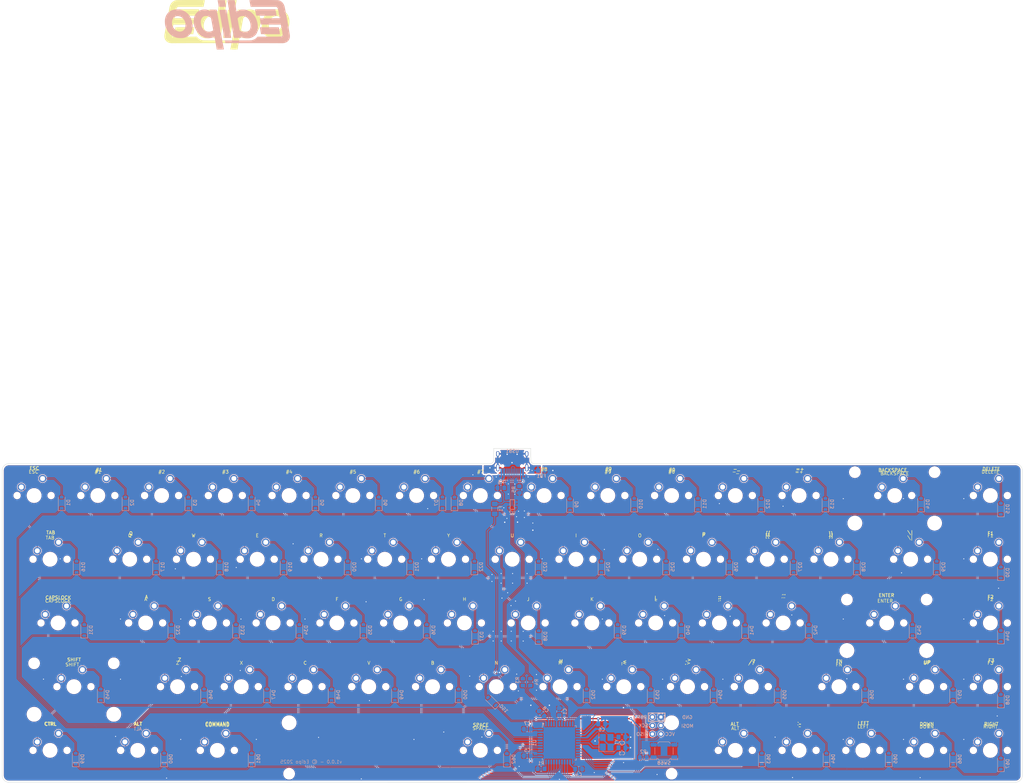
<source format=kicad_pcb>
(kicad_pcb (version 20241229) (generator "pcbnew") (generator_version "9.0")
  (layers (0 "F.Cu" signal) (2 "B.Cu" signal) (13 "F.Paste" user) (15 "B.Paste" user) (5 "F.SilkS" user "F.Silkscreen") (7 "B.SilkS" user "B.Silkscreen") (1 "F.Mask" user) (3 "B.Mask" user) (25 "Edge.Cuts" user))
  (net 0 "")
  (net 1 "GND")
  (net 2 "Net-(U1-UCAP)")
  (net 3 "XTAL2")
  (net 4 "XTAL1")
  (net 5 "+5V")
  (net 6 "row0")
  (net 7 "Net-(D1-A)")
  (net 8 "Net-(D2-A)")
  (net 9 "Net-(D3-A)")
  (net 10 "Net-(D4-A)")
  (net 11 "Net-(D5-A)")
  (net 12 "Net-(D6-A)")
  (net 13 "Net-(D7-A)")
  (net 14 "Net-(D8-A)")
  (net 15 "Net-(D9-A)")
  (net 16 "Net-(D10-A)")
  (net 17 "Net-(D11-A)")
  (net 18 "Net-(D12-A)")
  (net 19 "Net-(D13-A)")
  (net 20 "Net-(D14-A)")
  (net 21 "Net-(D15-A)")
  (net 22 "Net-(D16-A)")
  (net 23 "row1")
  (net 24 "Net-(D17-A)")
  (net 25 "Net-(D18-A)")
  (net 26 "Net-(D19-A)")
  (net 27 "Net-(D20-A)")
  (net 28 "Net-(D21-A)")
  (net 29 "Net-(D22-A)")
  (net 30 "Net-(D23-A)")
  (net 31 "Net-(D24-A)")
  (net 32 "Net-(D25-A)")
  (net 33 "Net-(D26-A)")
  (net 34 "Net-(D27-A)")
  (net 35 "Net-(D28-A)")
  (net 36 "Net-(D29-A)")
  (net 37 "Net-(D30-A)")
  (net 38 "Net-(D31-A)")
  (net 39 "row2")
  (net 40 "Net-(D32-A)")
  (net 41 "Net-(D33-A)")
  (net 42 "Net-(D34-A)")
  (net 43 "Net-(D35-A)")
  (net 44 "Net-(D36-A)")
  (net 45 "Net-(D37-A)")
  (net 46 "Net-(D38-A)")
  (net 47 "Net-(D39-A)")
  (net 48 "Net-(D40-A)")
  (net 49 "Net-(D41-A)")
  (net 50 "Net-(D42-A)")
  (net 51 "Net-(D43-A)")
  (net 52 "Net-(D44-A)")
  (net 53 "Net-(D45-A)")
  (net 54 "row3")
  (net 55 "Net-(D46-A)")
  (net 56 "Net-(D47-A)")
  (net 57 "Net-(D48-A)")
  (net 58 "Net-(D49-A)")
  (net 59 "Net-(D50-A)")
  (net 60 "Net-(D51-A)")
  (net 61 "Net-(D52-A)")
  (net 62 "Net-(D53-A)")
  (net 63 "Net-(D54-A)")
  (net 64 "Net-(D55-A)")
  (net 65 "Net-(D56-A)")
  (net 66 "Net-(D57-A)")
  (net 67 "Net-(D58-A)")
  (net 68 "Net-(D59-A)")
  (net 69 "row4")
  (net 70 "Net-(D60-A)")
  (net 71 "Net-(D61-A)")
  (net 72 "Net-(D62-A)")
  (net 73 "Net-(D63-A)")
  (net 74 "Net-(D64-A)")
  (net 75 "Net-(D65-A)")
  (net 76 "Net-(D66-A)")
  (net 77 "Net-(D67-A)")
  (net 78 "VCC")
  (net 79 "SCK")
  (net 80 "RESET")
  (net 81 "MISO")
  (net 82 "MOSI")
  (net 83 "Net-(U1-~{HWB}{slash}PE2)")
  (net 84 "D-")
  (net 85 "DN")
  (net 86 "D+")
  (net 87 "DP")
  (net 88 "Net-(USB1-CC2)")
  (net 89 "Net-(USB1-CC1)")
  (net 90 "col0")
  (net 91 "col1")
  (net 92 "col2")
  (net 93 "col3")
  (net 94 "col4")
  (net 95 "col5")
  (net 96 "col6")
  (net 97 "col7")
  (net 98 "col8")
  (net 99 "col9")
  (net 100 "col10")
  (net 101 "col11")
  (net 102 "col12")
  (net 103 "col13")
  (net 104 "col14")
  (net 110 "Earth")
  (footprint "MX_Only:MXOnly-2.25U-NoLED" (layer "F.Cu") (at 79.633486 131.969014)
    (property "Reference" "SW45")
    (property "Value" "SHIFT")
  )
  (footprint "MX_Only:MXOnly-1U-NoLED" (layer "F.Cu") (at 353.477236 131.969014)
    (property "Reference" "SW58")
    (property "Value" "F3")
  )
  (footprint "MX_Only:MXOnly-1U-NoLED" (layer "F.Cu") (at 167.739736 131.969014)
    (property "Reference" "SW49")
    (property "Value" "V")
  )
  (footprint "MX_Only:MXOnly-1U-NoLED" (layer "F.Cu") (at 96.302236 93.869014)
    (property "Reference" "SW17")
    (property "Value" "Q")
  )
  (footprint "MX_Only:MXOnly-1U-NoLED" (layer "F.Cu") (at 158.214736 112.919014)
    (property "Reference" "SW35")
    (property "Value" "F")
  )
  (footprint "MX_Only:MXOnly-1U-NoLED" (layer "F.Cu") (at 129.639736 131.969014)
    (property "Reference" "SW47")
    (property "Value" "X")
  )
  (footprint "MX_Only:MXOnly-1U-NoLED" (layer "F.Cu") (at 243.939736 131.969014)
    (property "Reference" "SW53")
    (property "Value" ",<")
  )
  (footprint "MX_Only:MXOnly-1U-NoLED" (layer "F.Cu") (at 148.689736 131.969014)
    (property "Reference" "SW48")
    (property "Value" "C")
  )
  (footprint "MX_Only:MXOnly-1U-NoLED" (layer "F.Cu") (at 334.427236 131.969014)
    (property "Reference" "SW57")
    (property "Value" "UP")
  )
  (footprint "MX_Only:MXOnly-1U-NoLED" (layer "F.Cu") (at 315.377236 151.019014)
    (property "Reference" "SW65")
    (property "Value" "LEFT")
  )
  (footprint "MX_Only:MXOnly-1U-NoLED" (layer "F.Cu") (at 229.652236 93.869014)
    (property "Reference" "SW24")
    (property "Value" "I")
  )
  (footprint "MX_Only:MXOnly-1U-NoLED" (layer "F.Cu") (at 220.127236 74.819014)
    (property "Reference" "SW9")
    (property "Value" "#8")
  )
  (footprint "MX_Only:MXOnly-1U-NoLED" (layer "F.Cu") (at 305.852236 93.869014)
    (property "Reference" "SW28")
    (property "Value" "}]")
  )
  (footprint "MX_Only:MXOnly-1U-NoLED" (layer "F.Cu") (at 277.277236 74.819014)
    (property "Reference" "SW12")
    (property "Value" "-_")
  )
  (footprint "MX_Only:MXOnly-1U-NoLED" (layer "F.Cu") (at 162.977236 74.819014)
    (property "Reference" "SW6")
    (property "Value" "#5")
  )
  (footprint "MX_Only:MXOnly-1U-NoLED" (layer "F.Cu") (at 334.427236 151.019014)
    (property "Reference" "SW66")
    (property "Value" "DOWN")
  )
  (footprint "MX_Only:MXOnly-1.25U-NoLED" (layer "F.Cu") (at 98.683486 151.019014)
    (property "Reference" "SW60")
    (property "Value" "ALT")
  )
  (footprint "MX_Only:MXOnly-1U-NoLED" (layer "F.Cu") (at 353.477236 93.869014)
    (property "Reference" "SW30")
    (property "Value" "F1")
  )
  (footprint "MX_Only:MXOnly-1U-NoLED" (layer "F.Cu") (at 239.177236 74.819014)
    (property "Reference" "SW10")
    (property "Value" "#9")
  )
  (footprint "MX_Only:MXOnly-1.75U-NoLED" (layer "F.Cu") (at 74.870986 112.919014)
    (property "Reference" "SW31")
    (property "Value" "CAPSLOCK")
  )
  (footprint "MX_Only:MXOnly-1U-NoLED" (layer "F.Cu") (at 215.364736 112.919014)
    (property "Reference" "SW38")
    (property "Value" "J")
  )
  (footprint "MX_Only:MXOnly-1U-NoLED" (layer "F.Cu") (at 353.477236 151.019014)
    (property "Reference" "SW67")
    (property "Value" "RIGHT")
  )
  (footprint "MX_Only:MXOnly-1.5U-NoLED" (layer "F.Cu") (at 72.489736 151.019014)
    (property "Reference" "SW59")
    (property "Value" "CTRL")
  )
  (footprint "MX_Only:MXOnly-1U-NoLED" (layer "F.Cu") (at 201.077236 74.819014)
    (property "Reference" "SW8")
    (property "Value" "#7")
  )
  (footprint "MX_Only:MXOnly-1U-NoLED" (layer "F.Cu") (at 258.227236 74.819014)
    (property "Reference" "SW11")
    (property "Value" "#0")
  )
  (footprint "MX_Only:MXOnly-1U-NoLED" (layer "F.Cu") (at 353.477236 74.819014)
    (property "Reference" "SW15")
    (property "Value" "DELETE")
  )
  (footprint "MX_Only:MXOnly-1U-NoLED" (layer "F.Cu") (at 124.877236 74.819014)
    (property "Reference" "SW4")
    (property "Value" "#3")
  )
  (footprint "MX_Only:MXOnly-1U-NoLED" (layer "F.Cu") (at 224.889736 131.969014)
    (property "Reference" "SW52")
    (property "Value" "M")
  )
  (footprint "MX_Only:MXOnly-2.25U-NoLED" (layer "F.Cu") (at 322.520986 112.919014)
    (property "Reference" "SW43")
    (property "Value" "ENTER")
  )
  (footprint "MX_Only:MXOnly-1U-NoLED" (layer "F.Cu") (at 272.514736 112.919014)
    (property "Reference" "SW41")
    (property "Value" ";:")
  )
  (footprint "MX_Only:MXOnly-1U-NoLED" (layer "F.Cu") (at 286.802236 93.869014)
    (property "Reference" "SW27")
    (property "Value" "[{")
  )
  (footprint "MX_Only:MXOnly-1U-NoLED" (layer "F.Cu") (at 296.327236 151.019014)
    (property "Reference" "SW64")
    (property "Value" "`~")
  )
  (footprint "MX_Only:MXOnly-1.5U-NoLED" (layer "F.Cu") (at 329.664736 93.869014)
    (property "Reference" "SW29")
    (property "Value" "\\|")
  )
  (footprint "MX_Only:MXOnly-1.25U-NoLED" (layer "F.Cu") (at 122.4886 151.019014)
    (property "Reference" "SW61")
    (property "Value" "COMMAND")
  )
  (footprint "MX_Only:MXOnly-1U-NoLED" (layer "F.Cu") (at 153.452236 93.869014)
    (property "Reference" "SW20")
    (property "Value" "R")
  )
  (footprint "MX_Only:MXOnly-1U-NoLED" (layer "F.Cu") (at 191.552236 93.869014)
    (property "Reference" "SW22")
    (property "Value" "Y")
  )
  (footprint "MX_Only:MXOnly-1U-NoLED" (layer "F.Cu") (at 101.064736 112.919014)
    (property "Reference" "SW32")
    (property "Value" "A")
  )
  (footprint "MX_Only:MXOnly-1U-NoLED" (layer "F.Cu") (at 267.752236 93.869014)
    (property "Reference" "SW26")
    (property "Value" "P")
  )
  (footprint "MX_Only:MXOnly-1U-NoLED" (layer "F.Cu") (at 134.402236 93.869014)
    (property "Reference" "SW19")
    (property "Value" "E")
  )
  (footprint "MX_Only:MXOnly-1U-NoLED" (layer "F.Cu") (at 143.927236 74.819014)
    (property "Reference" "SW5")
    (property "Value" "#4")
  )
  (footprint "MX_Only:MXOnly-1U-NoLED" (layer "F.Cu") (at 210.602236 93.869014)
    (property "Reference" "SW23")
    (property "Value" "U")
  )
  (footprint "MX_Only:MXOnly-1U-NoLED" (layer "F.Cu") (at 186.789736 131.969014)
    (property "Reference" "SW50")
    (property "Value" "B")
  )
  (footprint "MX_Only:MXOnly-1U-NoLED" (layer "F.Cu") (at 296.327236 74.819014)
    (property "Reference" "SW13")
    (property "Value" "=+")
  )
  (footprint "MX_Only:MXOnly-1U-NoLED" (layer "F.Cu") (at 115.352236 93.869014)
    (property "Reference" "SW18")
    (property "Value" "W")
  )
  (footprint "MX_Only:MXOnly-1U-NoLED" (layer "F.Cu") (at 86.777236 74.819014)
    (property "Reference" "SW2")
    (property "Value" "#1")
  )
  (footprint "MX_Only:MXOnly-1U-NoLED" (layer "F.Cu") (at 67.727236 74.819014)
    (property "Reference" "SW1")
    (property "Value" "ESC`")
  )
  (footprint "MX_Only:MXOnly-1U-NoLED" (layer "F.Cu") (at 139.164736 112.919014)
    (property "Reference" "SW34")
    (property "Value" "D")
  )
  (footprint "MX_Only:MXOnly-1U-NoLED" (layer "F.Cu") (at 262.989736 131.969014)
    (property "Reference" "SW54")
    (property "Value" ".>")
  )
  (footprint "MX_Only:MXOnly-1U-NoLED" (layer "F.Cu") (at 253.464736 112.919014)
    (property "Reference" "SW40")
    (property "Value" "L")
  )
  (footprint "MX_Only:MXOnly-1.75U-NoLED" (layer "F.Cu") (at 308.233486 131.969014)
    (property "Reference" "SW56")
    (property "Value" "FN")
  )
  (footprint "MX_Only:MXOnly-1U-NoLED" (layer "F.Cu") (at 196.314736 112.919014)
    (property "Reference" "SW37")
    (property "Value" "H")
  )
  (footprint "MX_Only:MXOnly-1U-NoLED" (layer "F.Cu") (at 277.2601 151.019014)
    (property "Reference" "SW63")
    (property "Value" "ALT")
  )
  (footprint "MX_Only:MXOnly-1U-NoLED" (layer "F.Cu") (at 248.702236 93.869014)
    (property "Reference" "SW25")
    (property "Value" "O")
  )
  (footprint "MX_Only:MXOnly-7U-ReversedStabilizers-NoLED" (layer "F.Cu") (at 201.077236 151.019014)
    (property "Reference" "SW62")
    (property "Value" "SPACE")
  )
  (footprint "MX_Only:MXOnly-1U-NoLED" (layer "F.Cu") (at 291.564736 112.919014)
    (property "Reference" "SW42")
    (property "Value" "'\"")
  )
  (footprint "MX_Only:MXOnly-1.5U-NoLED" (layer "F.Cu") (at 72.489736 93.869014)
    (property "Reference" "SW16")
    (property "Value" "TAB")
  )
  (footprint "MX_Only:MXOnly-1U-NoLED" (layer "F.Cu") (at 234.414736 112.919014)
    (property "Reference" "SW39")
    (property "Value" "K")
  )
  (footprint "MX_Only:MXOnly-1U-NoLED" (layer "F.Cu") (at 105.827236 74.819014)
    (property "Reference" "SW3")
    (property "Value" "#2")
  )
  (footprint "MX_Only:MXOnly-1U-NoLED" (layer "F.Cu") (at 120.114736 112.919014)
    (property "Reference" "SW33")
    (property "Value" "S")
  )
  (footprint "MX_Only:MXOnly-1U-NoLED" (layer "F.Cu") (at 182.027236 74.819014)
    (property "Reference" "SW7")
    (property "Value" "#6")
  )
  (footprint "MX_Only:MXOnly-1U-NoLED" (layer "F.Cu") (at 177.264736 112.919014)
    (property "Reference" "SW36")
    (property "Value" "G")
  )
  (footprint "MX_Only:MXOnly-1U-NoLED" (layer "F.Cu") (at 172.502236 93.869014)
    (property "Reference" "SW21")
    (property "Value" "T")
  )
  (footprint "MX_Only:MXOnly-1U-NoLED" (layer "F.Cu") (at 110.589736 131.969014)
    (property "Reference" "SW46")
    (property "Value" "Z")
  )
  (footprint "MX_Only:MXOnly-1U-NoLED" (layer "F.Cu") (at 205.839736 131.969014)
    (property "Reference" "SW51")
    (property "Value" "N")
  )
  (footprint "MX_Only:MXOnly-1U-NoLED" (layer "F.Cu") (at 353.477236 112.919014)
    (property "Reference" "SW44")
    (property "Value" "F2")
  )
  (footprint "MX_Only:MXOnly-1U-NoLED" (layer "F.Cu") (at 282.039736 131.969014)
    (property "Reference" "SW55")
    (property "Value" "/?")
  )
  (footprint "MX_Only:MXOnly-2U-NoLED" (layer "F.Cu") (at 324.902236 74.819014)
    (property "Reference" "SW14")
    (property "Value" "BACKSPACE")
  )
  (footprint "Alps_Only:EdipoSLogo" (layer "F.Cu") (at 125.4125 -65.88125)
    (property "Reference" "G***" (hide yes))
    (property "Value" "LOGO" (hide yes))
  )
  (footprint "Diode_SMD:D_SOD-123" (layer "B.Cu") (at 151.7941 76.96555 90)
    (property "Reference" "D5")
    (property "Value" "D" (hide yes))
  )
  (footprint "Resistor_SMD:R_0805_2012Metric_Pad1.20x1.40mm_HandSolder" (layer "B.Cu") (at 249.7575 153.14125 180)
    (property "Reference" "R2")
    (property "Value" "10k")
  )
  (footprint "Diode_SMD:D_SOD-123" (layer "B.Cu") (at 142.2691 96.14255 90)
    (property "Reference" "D19")
    (property "Value" "D")
  )
  (footprint "Diode_SMD:D_SOD-123" (layer "B.Cu") (at 108.7411 115.06355 90)
    (property "Reference" "D32")
    (property "Value" "D")
  )
  (footprint "Diode_SMD:D_SOD-123" (layer "B.Cu") (at 316.0545 134.36755 90)
    (property "Reference" "D56")
    (property "Value" "D")
  )
  (footprint "Diode_SMD:D_SOD-123" (layer "B.Cu") (at 342.3435 134.36755 90)
    (property "Reference" "D57")
    (property "Value" "D")
  )
  (footprint "Resistor_SMD:R_0805_2012Metric_Pad1.20x1.40mm_HandSolder" (layer "B.Cu") (at 213.7641 130.60535 -90)
    (property "Reference" "R3")
    (property "Value" "22")
  )
  (footprint "Diode_SMD:D_SOD-123" (layer "B.Cu") (at 356.6301 78.80855 90)
    (property "Reference" "D15")
    (property "Value" "D")
  )
  (footprint "Diode_SMD:D_SOD-123" (layer "B.Cu") (at 256.5691 96.14255 90)
    (property "Reference" "D25")
    (property "Value" "D")
  )
  (footprint "Diode_SMD:D_SOD-123" (layer "B.Cu") (at 180.1151 96.14255 90)
    (property "Reference" "D21")
    (property "Value" "D")
  )
  (footprint "Diode_SMD:D_SOD-123" (layer "B.Cu") (at 323.1171 153.54455 90)
    (property "Reference" "D65")
    (property "Value" "D")
  )
  (footprint "Package_QFP:TQFP-44_10x10mm_P0.8mm" (layer "B.Cu") (at 224.675536 148.796214 -90)
    (property "Reference" "U1")
    (property "Value" "ATmega32U4-A")
  )
  (footprint "Capacitor_SMD:C_0805_2012Metric_Pad1.18x1.45mm_HandSolder" (layer "B.Cu") (at 243.3875 150.2375)
    (property "Reference" "C3")
    (property "Value" "22p")
  )
  (footprint "Diode_SMD:D_SOD-123" (layer "B.Cu") (at 82.7061 115.06355 90)
    (property "Reference" "D31")
    (property "Value" "D")
  )
  (footprint "Diode_SMD:D_SOD-123" (layer "B.Cu") (at 280.1911 115.160336 90)
    (property "Reference" "D41")
    (property "Value" "D")
  )
  (footprint "Diode_SMD:D_SOD-123" (layer "B.Cu") (at 285.1971 153.54455 90)
    (property "Reference" "D63")
    (property "Value" "D")
  )
  (footprint "Diode_SMD:D_SOD-123" (layer "B.Cu") (at 75.9751 76.96555 90)
    (property "Reference" "D1")
    (property "Value" "D" (hide yes))
  )
  (footprint "Diode_SMD:D_SOD-123" (layer "B.Cu") (at 356.6301 135.95495 90)
    (property "Reference" "D58")
    (property "Value" "D")
  )
  (footprint "Diode_SMD:D_SOD-123" (layer "B.Cu") (at 285.0171 77.34655 90)
    (property "Reference" "D12")
    (property "Value" "D")
  )
  (footprint "Diode_SMD:D_SOD-123" (layer "B.Cu") (at 337.4681 96.14255 90)
    (property "Reference" "D29")
    (property "Value" "D")
  )
  (footprint "random-keyboard-parts:SOT143B" (layer "B.Cu") (at 210.618236 77.501214 180)
    (property "Reference" "U2")
    (property "Value" "PRTR5V0U2X")
  )
  (footprint "Diode_SMD:D_SOD-123" (layer "B.Cu") (at 175.5431 134.36755 90)
    (property "Reference" "D49")
    (property "Value" "D")
  )
  (footprint "Diode_SMD:D_SOD-123" (layer "B.Cu") (at 161.4461 96.14255 90)
    (property "Reference" "D20")
    (property "Value" "D")
  )
  (footprint "Diode_SMD:D_SOD-123" (layer "B.Cu") (at 304.1941 77.34655 90)
    (property "Reference" "D13")
    (property "Value" "D")
  )
  (footprint "Fuse:Fuse_1206_3216Metric_Pad1.42x1.75mm_HandSolder" (layer "B.Cu") (at 205.369836 78.792514 90)
    (property "Reference" "F1")
    (property "Value" "500m")
  )
  (footprint "Diode_SMD:D_SOD-123" (layer "B.Cu") (at 218.5263 116.90615 90)
    (property "Reference" "D38")
    (property "Value" "D")
  )
  (footprint "Diode_SMD:D_SOD-123" (layer "B.Cu") (at 185.0681 115.06355 90)
    (property "Reference" "D36")
    (property "Value" "D")
  )
  (footprint "Diode_SMD:D_SOD-123" (layer "B.Cu") (at 218.4691 96.14255 90)
    (property "Reference" "D23")
    (property "Value" "D")
  )
  (footprint "Capacitor_SMD:C_0805_2012Metric_Pad1.18x1.45mm_HandSolder" (layer "B.Cu") (at 237.34375 143.09375)
    (property "Reference" "C6")
    (property "Value" "0.1u")
  )
  (footprint "Inductor_SMD:L_0805_2012Metric_Pad1.15x1.40mm_HandSolder" (layer "B.Cu") (at 219.3125 67.33125)
    (property "Reference" "FB1")
    (property "Value" "60@100MHz")
  )
  (footprint "Capacitor_SMD:C_0805_2012Metric_Pad1.18x1.45mm_HandSolder" (layer "B.Cu") (at 243.3875 147.0625)
    (property "Reference" "C2")
    (property "Value" "22p")
  )
  (footprint "Diode_SMD:D_SOD-123" (layer "B.Cu") (at 289.9593 134.36755 90)
    (property "Reference" "D55")
    (property "Value" "D")
  )
  (footprint "Diode_SMD:D_SOD-123" (layer "B.Cu") (at 299.2411 115.06355 90)
    (property "Reference" "D42")
    (property "Value" "D")
  )
  (footprint "Capacitor_SMD:C_0805_2012Metric_Pad1.18x1.45mm_HandSolder" (layer "B.Cu") (at 215.11875 152.61875 180)
    (property "Reference" "C5")
    (property "Value" "0.1u")
  )
  (footprint "Diode_SMD:D_SOD-123" (layer "B.Cu") (at 261.1411 115.06355 90)
    (property "Reference" "D40")
    (property "Value" "D")
  )
  (footprint "Diode_SMD:D_SOD-123" (layer "B.Cu") (at 199.4775 116.90615 90)
    (property "Reference" "D37")
    (property "Value" "D")
  )
  (footprint "Diode_SMD:D_SOD-123" (layer "B.Cu") (at 80.4201 96.14255 90)
    (property "Reference" "D16")
    (property "Value" "D")
  )
  (footprint "Resistor_SMD:R_0805_2012Metric_Pad1.20x1.40mm_HandSolder" (layer "B.Cu") (at 212.7375 73.03125 -90)
    (property "Reference" "R5")
    (property "Value" "5.1k")
  )
  (footprint "Diode_SMD:D_SOD-123" (layer "B.Cu") (at 330.2291 115.06355 90)
    (property "Reference" "D43")
    (property "Value" "D")
  )
  (footprint "Diode_SMD:D_SOD-123" (layer "B.Cu") (at 80.1661 153.54455 90)
    (property "Reference" "D59")
    (property "Value" "D")
  )
  (footprint "Diode_SMD:D_SOD-123" (layer "B.Cu") (at 356.6301 155.00375 90)
    (property "Reference" "D67")
    (property "Value" "D")
  )
  (footprint "Diode_SMD:D_SOD-123" (layer "B.Cu") (at 189.7671 76.96555 90)
    (property "Reference" "D7")
    (property "Value" "D")
  )
  (footprint "Diode_SMD:D_SOD-123" (layer "B.Cu") (at 156.6201 134.36755 90)
    (property "Reference" "D48")
    (property "Value" "D")
  )
  (footprint "Diode_SMD:D_SOD-123" (layer "B.Cu") (at 123.2191 96.14255 90)
    (property "Reference" "D18")
    (property "Value" "D")
  )
  (footprint "Diode_SMD:D_SOD-123" (layer "B.Cu") (at 106.5821 153.54455 90)
    (property "Reference" "D60")
    (property "Value" "D")
  )
  (footprint "Alps_Only:EdipoSLogo" (layer "B.Cu") (at 125.4125 -65.88125 180)
    (property "Reference" "G***" (hide yes))
    (property "Value" "LOGO" (hide yes))
  )
  (footprint "Capacitor_SMD:C_0805_2012Metric_Pad1.18x1.45mm_HandSolder" (layer "B.Cu") (at 219.391377 139.978877 135)
    (property "Reference" "C8")
    (property "Value" "10u")
  )
  (footprint "Diode_SMD:D_SOD-123" (layer "B.Cu") (at 146.9935 115.06355 90)
    (property "Reference" "D34")
    (property "Value" "D")
  )
  (footprint "Resistor_SMD:R_0805_2012Metric_Pad1.20x1.40mm_HandSolder" (layer "B.Cu") (at 219.2375 156.53125 180)
    (property "Reference" "R1")
    (property "Value" "10k")
  )
  (footprint "Diode_SMD:D_SOD-123" (layer "B.Cu") (at 251.9971 134.36755 90)
    (property "Reference" "D53")
    (property "Value" "D")
  )
  (footprint "Capacitor_SMD:C_0805_2012Metric_Pad1.18x1.45mm_HandSolder" (layer "B.Cu") (at 224.6625 139.41875 90)
    (property "Reference" "C1")
    (property "Value" "1u")
  )
  (footprint "Resistor_SMD:R_0805_2012Metric_Pad1.20x1.40mm_HandSolder" (layer "B.Cu") (at 207.214636 72.53125 180)
    (property "Reference" "R6")
    (property "Value" "5.1k")
  )
  (footprint "Diode_SMD:D_SOD-123" (layer "B.Cu") (at 104.1691 96.14255 90)
    (property "Reference" "D17")
    (property "Value" "D")
  )
  (footprint "Diode_SMD:D_SOD-123" (layer "B.Cu") (at 294.6691 96.14255 90)
    (property "Reference" "D27")
    (property "Value" "D")
  )
  (footprint "Diode_SMD:D_SOD-123" (layer "B.Cu") (at 87.6591 134.36755 90)
    (property "Reference" "D45")
    (property "Value" "D")
  )
  (footprint "Diode_SMD:D_SOD-123" (layer "B.Cu") (at 132.7441 76.96555 90)
    (property "Reference" "D4")
    (property "Value" "D" (hide yes))
  )
  (footprint "Diode_SMD:D_SOD-123" (layer "B.Cu") (at 118.5201 134.36755 90)
    (property "Reference" "D46")
    (property "Value" "D")
  )
  (footprint "Diode_SMD:D_SOD-123" (layer "B.Cu") (at 132.7441 153.54455 90)
    (property "Reference" "D61")
    (property "Value" "D")
  )
  (footprint "Diode_SMD:D_SOD-123" (layer "B.Cu") (at 332.7691 77.34655 90)
    (property "Reference" "D14")
    (property "Value" "D")
  )
  (footprint "Diode_SMD:D_SOD-123" (layer "B.Cu") (at 242.0911 115.06355 90)
    (property "Reference" "D39")
    (property "Value" "D")
  )
  (footprint "Diode_SMD:D_SOD-123" (layer "B.Cu") (at 166.1451 115.06355 90)
    (property "Reference" "D35")
    (property "Value" "D")
  )
  (footprint "Diode_SMD:D_SOD-123" (layer "B.Cu") (at 237.2651 96.14255 90)
    (property "Reference" "D24")
    (property "Value" "D")
  )
  (footprint "Type-C:HRO-TYPE-C-31-M-12-HandSoldering" (layer "B.Cu") (at 210.600236 59.743814)
    (property "Reference" "USB1")
    (property "Value" "HRO-TYPE-C-31-M-12")
  )
  (footprint "Resistor_SMD:R_0805_2012Metric_Pad1.20x1.40mm_HandSolder" (layer "B.Cu") (at 215.9875 130.60535 -90)
    (property "Reference" "R4")
    (property "Value" "22")
  )
  (footprint "Diode_SMD:D_SOD-123" (layer "B.Cu") (at 247.0441 77.34655 90)
    (property "Reference" "D10")
    (property "Value" "D")
  )
  (footprint "Diode_SMD:D_SOD-123" (layer "B.Cu") (at 266.0941 77.34655 90)
    (property "Reference" "D11")
    (property "Value" "D")
  )
  (footprint "Diode_SMD:D_SOD-123" (layer "B.Cu") (at 128.0451 115.06355 90)
    (property "Reference" "D33")
    (property "Value" "D")
  )
  (footprint "Capacitor_SMD:C_0805_2012Metric_Pad1.18x1.45mm_HandSolder" (layer "B.Cu") (at 215.11875 144.68125 180)
    (property "Reference" "C7")
    (property "Value" "0.1u")
  )
  (footprint "Diode_SMD:D_SOD-123" (layer "B.Cu") (at 137.3161 134.36755 90)
    (property "Reference" "D47")
    (property "Value" "D")
  )
  (footprint "Diode_SMD:D_SOD-123" (layer "B.Cu") (at 199.2921 96.14255 90)
    (property "Reference" "D22")
    (property "Value" "D")
  )
  (footprint "Diode_SMD:D_SOD-123" (layer "B.Cu") (at 170.7171 76.96555 90)
    (property "Reference" "D6")
    (property "Value" "D" (hide yes))
  )
  (footprint "Diode_SMD:D_SOD-123" (layer "B.Cu") (at 194.5931 134.36755 90)
    (property "Reference" "D50")
    (property "Value" "D")
  )
  (footprint "Capacitor_SMD:C_0805_2012Metric_Pad1.18x1.45mm_HandSolder" (layer "B.Cu") (at 230.44375 156.5875)
    (property "Reference" "C4")
    (property "Value" "0.1u")
  )
  (footprint "Diode_SMD:D_SOD-123" (layer "B.Cu") (at 356.6301 116.84355 90)
    (property "Reference" "D44")
    (property "Value" "D")
  )
  (footprint "random-keyboard-parts:Reset_Pretty-Mask" (layer "B.Cu") (at 253.7665 143.59125)
    (property "Reference" "J1")
    (property "Value" "AVR-ISP-6")
  )
  (footprint "Diode_SMD:D_SOD-123" (layer "B.Cu") (at 313.5921 96.14255 90)
    (property "Reference" "D28")
    (property "Value" "D")
  )
  (footprint "Diode_SMD:D_SOD-123" (layer "B.Cu") (at 270.7931 134.36755 90)
    (property "Reference" "D54")
    (property "Value" "D")
  )
  (footprint "Diode_SMD:D_SOD-123" (layer "B.Cu") (at 193.3375 76.98125 90)
    (property "Reference" "D8")
    (property "Value" "D")
  )
  (footprint "Diode_SMD:D_SOD-123" (layer "B.Cu") (at 232.8201 134.36755 90)
    (property "Reference" "D52")
    (property "Value" "D")
  )
  (footprint "Button_Switch_SMD:SW_SPST_SKQG_WithStem" (layer "B.Cu") (at 255.9575 151.19125)
    (property "Reference" "SW68")
    (property "Value" "SW_Push_Reset")
  )
  (footprint "Diode_SMD:D_SOD-123" (layer "B.Cu") (at 342.3435 153.634214 90)
    (property "Reference" "D66")
    (property "Value" "D")
  )
  (footprint "Diode_SMD:D_SOD-123" (layer "B.Cu") (at 275.4921 96.14255 90)
    (property "Reference" "D26")
    (property "Value" "D")
  )
  (footprint "Diode_SMD:D_SOD-123" (layer "B.Cu") (at 227.8671 77.47355 90)
    (property "Reference" "D9")
    (property "Value" "D")
  )
  (footprint "Crystal:Crystal_SMD_3225-4Pin_3.2x2.5mm_HandSoldering" (layer "B.Cu") (at 238.814636 148.578414 90)
    (property "Reference" "Y1")
    (property "Value" "XTAL")
  )
  (footprint "Diode_SMD:D_SOD-123" (layer "B.Cu") (at 304.503164 153.54455 90)
    (property "Reference" "D64")
    (property "Value" "D")
  )
  (footprint "Diode_SMD:D_SOD-123" (layer "B.Cu") (at 209.0019 153.634214 90)
    (property "Reference" "D62")
    (property "Value" "D")
  )
  (footprint "Diode_SMD:D_SOD-123" (layer "B.Cu") (at 356.6301 97.85735 90)
    (property "Reference" "D30")
    (property "Value" "D")
  )
  (footprint "Diode_SMD:D_SOD-123" (layer "B.Cu") (at 113.8211 76.96555 90)
    (property "Reference" "D3")
    (property "Value" "D" (hide yes))
  )
  (footprint "Diode_SMD:D_SOD-123" (layer "B.Cu") (at 95.0251 76.96555 90)
    (property "Reference" "D2")
    (property "Value" "D" (hide yes))
  )
  (footprint "Diode_SMD:D_SOD-123" (layer "B.Cu") (at 204.5175 136.37125 135)
    (property "Reference" "D51" (hide yes))
    (property "Value" "D")
  )
  (gr_arc (start 60.198352 160.545398) (mid 58.784088 159.959633) (end 58.198286 158.545398) (stroke (width 0.1)) (layer "Edge.Cuts"))
  (gr_line (start 360.998352 160.53553) (end 60.198352 160.545398) (stroke (width 0.1)) (layer "Edge.Cuts"))
  (gr_line (start 217.15625 65.295464) (end 360.998286 65.295464) (stroke (width 0.1)) (layer "Edge.Cuts"))
  (gr_line (start 216.15625 64.295464) (end 216.156486 60.73125) (stroke (width 0.1)) (layer "Edge.Cuts"))
  (gr_arc (start 217.15625 65.295464) (mid 216.449141 65.002583) (end 216.15625 64.295464) (stroke (width 0.1)) (layer "Edge.Cuts"))
  (gr_arc (start 360.998286 65.295464) (mid 362.412504 65.881246) (end 362.998286 67.295464) (stroke (width 0.1)) (layer "Edge.Cuts"))
  (gr_line (start 205.04375 64.295464) (end 205.043986 60.73125) (stroke (width 0.1)) (layer "Edge.Cuts"))
  (gr_line (start 58.198286 158.545398) (end 58.198286 67.295464) (stroke (width 0.1)) (layer "Edge.Cuts"))
  (gr_line (start 362.998286 67.295464) (end 362.998286 158.53553) (stroke (width 0.1)) (layer "Edge.Cuts"))
  (gr_arc (start 362.998286 158.53553) (mid 362.412529 159.949728) (end 360.998352 160.53553) (stroke (width 0.1)) (layer "Edge.Cuts"))
  (gr_arc (start 58.198286 67.295464) (mid 58.784067 65.881236) (end 60.198286 65.295464) (stroke (width 0.1)) (layer "Edge.Cuts"))
  (gr_line (start 205.043986 60.73125) (end 216.156486 60.73125) (stroke (width 0.1)) (layer "Edge.Cuts"))
  (gr_line (start 204.052185 65.295464) (end 60.198286 65.295464) (stroke (width 0.1)) (layer "Edge.Cuts"))
  (gr_arc (start 205.04375 64.295464) (mid 204.750855 65.002579) (end 204.04375 65.295464) (stroke (width 0.1)) (layer "Edge.Cuts"))
  (gr_text "SHIFT" (at 77.5 124.5 0) (layer "F.SilkS") (effects (font (size 1 1) (thickness 0.1875)) (justify left bottom)))
  (gr_text "ESC" (at 66.25 67.25 0) (layer "F.SilkS") (effects (font (size 1 1) (thickness 0.1875)) (justify left bottom)))
  (gr_text "ENTER" (at 320 105.25 0) (layer "F.SilkS") (effects (font (size 1 1) (thickness 0.1875)) (justify left bottom)))
  (gr_text ";:" (at 272 105.75 0) (layer "F.SilkS") (effects (font (size 1 1) (thickness 0.1875)) (justify left bottom)))
  (gr_text "\\|" (at 328.75 86.5 0) (layer "F.SilkS") (effects (font (size 1 1) (thickness 0.1875)) (justify left bottom)))
  (gr_text "F2" (at 352.5 105.75 0) (layer "F.SilkS") (effects (font (size 1 1) (thickness 0.1875)) (justify left bottom)))
  (gr_text "ALT\n" (at 275.75 143.75 0) (layer "F.SilkS") (effects (font (size 1 1) (thickness 0.1875)) (justify left bottom)))
  (gr_text "#0" (at 257.25 67.75 0) (layer "F.SilkS") (effects (font (size 1 1) (thickness 0.1875)) (justify left bottom)))
  (gr_text "-_" (at 276.5 67.5 0) (layer "F.SilkS") (effects (font (size 1 1) (thickness 0.1875)) (justify left bottom)))
  (gr_text "F1" (at 352.5 86.75 0) (layer "F.SilkS") (effects (font (size 1 1) (thickness 0.1875)) (justify left bottom)))
  (gr_text "P" (at 267.25 87 0) (layer "F.SilkS") (effects (font (size 1 1) (thickness 0.1875)) (justify left bottom)))
  (gr_text "RIGHT" (at 351.5 143.75 0) (layer "F.SilkS") (effects (font (size 1 1) (thickness 0.1875)) (justify left bottom)))
  (gr_text ",<" (at 243 124.969014 0) (layer "F.SilkS") (effects (font (size 1 1) (thickness 0.1875)) (justify left bottom)))
  (gr_text "'{dblquote}" (at 291 105.5 0) (layer "F.SilkS") (effects (font (size 1 1) (thickness 0.1875)) (justify left bottom)))
  (gr_text "#9" (at 238.25 67.5 0) (layer "F.SilkS") (effects (font (size 1 1) (thickness 0.1875)) (justify left bottom)))
  (gr_text "]}" (at 305 86.869014 0) (layer "F.SilkS") (effects (font (size 1 1) (thickness 0.1875)) (justify left bottom)))
  (gr_text "LEFT" (at 313.75 143.5 0) (layer "F.SilkS") (effects (font (size 1 1) (thickness 0.1875)) (justify left bottom)))
  (gr_text "M" (at 224.5 125 0) (layer "F.SilkS") (effects (font (size 1 1) (thickness 0.1875)) (justify left bottom)))
  (gr_text "BACKSPACE" (at 319.902236 67.819014 0) (layer "F.SilkS") (effects (font (size 1 1) (thickness 0.1875)) (justify left bottom)))
  (gr_text "DOWN" (at 332.25 143.75 0) (layer "F.SilkS") (effects (font (size 1 1) (thickness 0.1875)) (justify left bottom)))
  (gr_text ".>" (at 262.25 124.5 0) (layer "F.SilkS") (effects (font (size 1 1) (thickness 0.1875)) (justify left bottom)))
  (gr_text "L" (at 253 106 0) (layer "F.SilkS") (effects (font (size 1 1) (thickness 0.1875)) (justify left bottom)))
  (gr_text "TAB" (at 71.25 86.5 0) (layer "F.SilkS") (effects (font (size 1 1) (thickness 0.1875)) (justify left bottom)))
  (gr_text "Z" (at 110.589736 124.5 0) (layer "F.SilkS") (effects (font (size 1 1) (thickness 0.1875)) (justify left bottom)))
  (gr_text "DELETE" (at 351 67.5 0) (layer "F.SilkS") (effects (font (size 1 1) (thickness 0.1875)) (justify left bottom)))
  (gr_text "CAPSLOCK" (at 71 105.919014 0) (layer "F.SilkS") (effects (font (size 1 1) (thickness 0.1875)) (justify left bottom)))
  (gr_text "ALT" (at 97.5 143.75 0) (layer "F.SilkS") (effects (font (size 1 1) (thickness 0.1875)) (justify left bottom)))
  (gr_text "#1" (at 86 67.75 0) (layer "F.SilkS") (effects (font (size 1 1) (thickness 0.1875)) (justify left bottom)))
  (gr_text "CTRL" (at 70.75 143.75 0) (layer "F.SilkS") (effects (font (size 1 1) (thickness 0.1875)) (justify left bottom)))
  (gr_text "F3" (at 352.75 124.75 0) (layer "F.SilkS") (effects (font (size 1 1) (thickness 0.1875)) (justify left bottom)))
  (gr_text "Q" (at 96 86.75 0) (layer "F.SilkS") (effects (font (size 1 1) (thickness 0.1875)) (justify left bottom)))
  (gr_text "=+" (at 295.25 67.5 0) (layer "F.SilkS") (effects (font (size 1 1) (thickness 0.1875)) (justify left bottom)))
  (gr_text "SPACE" (at 198.75 144.019014 0) (layer "F.SilkS") (effects (font (size 1 1) (thickness 0.1875)) (justify left bottom)))
  (gr_text "A" (at 100.75 105.75 0) (layer "F.SilkS") (effects (font (size 1 1) (thickness 0.1875)) (justify left bottom)))
  (gr_text "UP" (at 333.5 125.25 0) (layer "F.SilkS") (effects (font (size 1 1) (thickness 0.1875)) (justify left bottom)))
  (gr_text "[{" (at 286.25 86.75 0) (layer "F.SilkS") (effects (font (size 1 1) (thickness 0.1875)) (justify left bottom)))
  (gr_text "COMMAND" (at 118.75 144.019014 0) (layer "F.SilkS") (effects (font (size 1 1) (thickness 0.1875)) (justify left bottom)))
  (gr_text "`~" (at 295.75 143.75 0) (layer "F.SilkS") (effects (font (size 1 1) (thickness 0.1875)) (justify left bottom)))
  (gr_text "/?" (at 281.25 125 0) (layer "F.SilkS") (effects (font (size 1 1) (thickness 0.1875)) (justify left bottom)))
  (gr_text "FN" (at 307.25 125 0) (layer "F.SilkS") (effects (font (size 1 1) (thickness 0.1875)) (justify left bottom)))
  (gr_text "v1.0.0 - © Edipo 2025" (at 159.8 155.023409 -0) (layer "B.SilkS") (effects (font (size 1 1) (thickness 0.1)) (justify left bottom mirror)))
  (gr_text "D51" (at 208.1075 138.51125 135) (layer "B.SilkS") (effects (font (size 1 1)) (justify mirror)))
  (segment (start 243.8375 138.2375) (end 222.4125 138.2375) (width 0.381) (layer "F.Cu") (net 1))
  (segment (start 209.3375 133.13125) (end 209.3375 130.43125) (width 0.381) (layer "F.Cu") (net 1))
  (segment (start 212.175 82.78125) (end 212.1875 82.76875) (width 0.381) (layer "F.Cu") (net 1))
  (segment (start 208.4 82.76875) (end 208.3625 82.80625) (width 0.381) (layer "F.Cu") (net 1))
  (segment (start 216.15625 137.5375) (end 214.3375 137.5375) (width 0.381) (layer "F.Cu") (net 1))
  (segment (start 213.74375 137.5375) (end 213.0375 136.83125) (width 0.381) (layer "F.Cu") (net 1))
  (segment (start 213.0375 136.83125) (end 209.3375 133.13125) (width 0.381) (layer "F.Cu") (net 1))
  (segment (start 209.3375 130.43125) (end 206.794236 127.887986) (width 0.381) (layer "F.Cu") (net 1))
  (segment (start 214.3375 137.5375) (end 213.74375 137.5375) (width 0.381) (layer "F.Cu") (net 1))
  (segment (start 221.7125 137.5375) (end 216.15625 137.5375) (width 0.381) (layer "F.Cu") (net 1))
  (segment (start 206.794236 127.887986) (end 206.794236 127.73125) (width 0.381) (layer "F.Cu") (net 1))
  (segment (start 222.4125 138.2375) (end 221.7125 137.5375) (width 0.381) (layer "F.Cu") (net 1))
  (segment (start 212.1875 82.76875) (end 208.4 82.76875) (width 0.381) (layer "F.Cu") (net 1))
  (via (at 211.9375 128.23125) (size 0.6) (drill 0.3) (layers "F.Cu" "B.Cu") (net 1))
  (via (at 204.5625 98.43125) (size 0.6) (drill 0.3) (layers "F.Cu" "B.Cu") (net 1))
  (via (at 332.4975 159.17125) (size 0.6) (drill 0.3) (layers "F.Cu" "B.Cu") (net 1))
  (via (at 224.6975 159.67125) (size 0.6) (drill 0.3) (layers "F.Cu" "B.Cu") (net 1))
  (via (at 111.7375 128.93125) (size 0.6) (drill 0.3) (layers "F.Cu" "B.Cu") (net 1))
  (via (at 167.9375 136.13125) (size 0.6) (drill 0.3) (layers "F.Cu" "B.Cu") (net 1))
  (via (at 129.5375 111.745564) (size 0.6) (drill 0.3) (layers "F.Cu" "B.Cu") (net 1))
  (via (at 255.5375 129.745564) (size 0.6) (drill 0.3) (layers "F.Cu" "B.Cu") (net 1))
  (via (at 219.5375 93.745564) (size 0.6) (drill 0.3) (layers "F.Cu" "B.Cu") (net 1))
  (via (at 213.8875 118.33125) (size 0.6) (drill 0.3) (layers "F.Cu" "B.Cu") (net 1))
  (via (at 210.2375 107.73125) (size 0.6) (drill 0.3) (layers "F.Cu" "B.Cu") (net 1))
  (via (at 216.752236 83.044014) (size 0.6) (drill 0.3) (layers "F.Cu" "B.Cu") (net 1))
  (via (at 327.5375 75.745564) (size 0.6) (drill 0.3) (layers "F.Cu" "B.Cu") (net 1))
  (via (at 310.5955 129.60535) (size 0.6) (drill 0.3) (layers "F.Cu" "B.Cu") (net 1))
  (via (at 70.5375 129.73125) (size 0.6) (drill 0.3) (layers "F.Cu" "B.Cu") (net 1))
  (via (at 209.4375 74.38125) (size 0.6) (drill 0.3) (layers "F.Cu" "B.Cu") (net 1))
  (via (at 272.4979 77.22115) (size 0.6) (drill 0.3) (layers "F.Cu" "B.Cu") (net 1))
  (via (at 198.8375 68.63125) (size 0.6) (drill 0.3) (layers "F.Cu" "B.Cu") (net 1))
  (via (at 309.5375 111.745564) (size 0.6) (drill 0.3) (layers "F.Cu" "B.Cu") (net 1))
  (via (at 166.9358 106.58805) (size 0.6) (drill 0.3) (layers "F.Cu" "B.Cu") (net 1))
  (via (at 217.8375 133.03125) (size 0.6) (drill 0.3) (layers "F.Cu" "B.Cu") (net 1))
  (via (at 210.3125 118.30625) (size 0.6) (drill 0.3) (layers "F.Cu" "B.Cu") (net 1))
  (via (at 213.8875 115.43125) (size 0.6) (drill 0.3) (layers "F.Cu" "B.Cu") (net 1))
  (via (at 345.5375 111.745564) (size 0.6) (drill 0.3) (layers "F.Cu" "B.Cu") (net 1))
  (via (at 215.3625 69.275) (size 0.6) (drill 0.3) (layers "F.Cu" "B.Cu") (net 1))
  (via (at 207.3125 118.30625) (size 0.6) (drill 0.3) (layers "F.Cu" "B.Cu") (net 1))
  (via (at 190.1375 145.53125) (size 0.6) (drill 0.3) (layers "F.Cu" "B.Cu") (net 1))
  (via (at 212.1875 82.76875) (size 0.8) (drill 0.4) (layers "F.Cu" "B.Cu") (net 1))
  (via (at 208.0875 78.48125) (size 0.6) (drill 0.3) (layers "F.Cu" "B.Cu") (net 1))
  (via (at 205.8375 69.275) (size 0.6) (drill 0.3) (layers "F.Cu" "B.Cu") (net 1))
  (via (at 111.5375 111.745564) (size 0.6) (drill 0.3) (layers "F.Cu" "B.Cu") (net 1))
  (via (at 291.5375 78.01485) (size 0.6) (drill 0.3) (layers "F.Cu" "B.Cu") (net 1))
  (via (at 294.3675 159.14125) (size 0.6) (drill 0.3) (layers "F.Cu" "B.Cu") (net 1))
  (via (at 201.5375 147.03125) (size 0.6) (drill 0.3) (layers "F.Cu" "B.Cu") (net 1))
  (via (at 327.5375 129.745564) (size 0.6) (drill 0.3) (layers "F.Cu" "B.Cu") (net 1))
  (via (at 207.5375 105.48125) (size 0.6) (drill 0.3) (layers "F.Cu" "B.Cu") (net 1))
  (via (at 184.264736 105.919014) (size 0.6) (drill 0.3) (layers "F.Cu" "B.Cu") (net 1))
  (via (at 275.7375 110.93125) (size 0.6) (drill 0.3) (layers "F.Cu" "B.Cu") (net 1))
  (via (at 145.1375 89.25625) (size 0.6) (drill 0.3) (layers "F.Cu" "B.Cu") (net 1))
  (via (at 210.7125 101.03125) (size 0.6) (drill 0.3) (layers "F.Cu" "B.Cu") (net 1))
  (via (at 183.5375 93.745564) (size 0.6) (drill 0.3) (layers "F.Cu" "B.Cu") (net 1))
  (via (at 217.8375 128.33125) (size 0.6) (drill 0.3) (layers "F.Cu" "B.Cu") (net 1))
  (via (at 165.5075 159.53125) (size 0.6) (drill 0.3) (layers "F.Cu" "B.Cu") (net 1))
  (via (at 222.7375 67.33125) (size 0.8) (drill 0.4) (layers "F.Cu" "B.Cu") (net 1))
  (via (at 92.075 146.84375) (size 0.6) (drill 0.3) (layers "F.Cu" "B.Cu") (net 1))
  (via (at 129.3375 127.13125) (size 0.6) (drill 0.3) (layers "F.Cu" "B.Cu") (net 1))
  (via (at 214.2375 79.43125) (size 0.6) (drill 0.3) (layers "F.Cu" "B.Cu") (net 1))
  (via (at 204.9125 115.40625) (size 0.6) (drill 0.3) (layers "F.Cu" "B.Cu") (net 1))
  (via (at 214.2375 81.38125) (size 0.6) (drill 0.3) (layers "F.Cu" "B.Cu") (net 1))
  (via (at 152.7375 147.13125) (size 0.6) (drill 0.3) (layers "F.Cu" "B.Cu") (net 1))
  (via (at 215.0375 101.03125) (size 0.6) (drill 0.3) (layers "F.Cu" "B.Cu") (net 1))
  (via (at 253.8875 158.23125) (size 0.6) (drill 0.3) (layers "F.Cu" "B.Cu") (net 1))
  (via (at 355.5375 140.73125) (size 0.6) (drill 0.3) (layers "F.Cu" "B.Cu") (net 1))
  (via (at 237.5375 111.745564) (size 0.6) (drill 0.3) (layers "F.Cu" "B.Cu") (net 1))
  (via (at 93.5375 111.745564) (size 0.6) (drill 0.3) (layers "F.Cu" "B.Cu") (net 1))
  (via (at 245.9875 147.07125) (size 0.8) (drill 0.4) (layers "F.Cu" "B.Cu") (net 1))
  (via (at 75.5375 93.745564) (size 0.6) (drill 0.3) (layers "F.Cu" "B.Cu") (net 1))
  (via (at 210.7125 98.13125) (size 0.6) (drill 0.3) (layers "F.Cu" "B.Cu") (net 1))
  (via (at 207.2875 101.03125) (size 0.6) (drill 0.3) (layers "F.Cu" "B.Cu") (net 1))
  (via (at 273.5375 129.745564) (size 0.6) (drill 0.3) (layers "F.Cu" "B.Cu") (net 1))
  (via (at 326.9375 97.93125) (size 0.6) (drill 0.3) (layers "F.Cu" "B.Cu") (net 1))
  (via (at 215.0375 98.13125) (size 0.6) (drill 0.3) (layers "F.Cu" "B.Cu") (net 1))
  (via (at 212.6775 155.81125) (size 0.6) (drill 0.3) (layers "F.Cu" "B.Cu") (net 1))
  (via (at 294.1375 110.53125) (size 0.6) (drill 0.3) (layers "F.Cu" "B.Cu") (net 1))
  (via (at 345.5375 129.745564) (size 0.6) (drill 0.3) (layers "F.Cu" "B.Cu") (net 1))
  (via (at 243.8375 138.2375) (size 0.8) (drill 0.4) (layers "F.Cu" "B.Cu") (net 1))
  (via (at 245.9375 150.23125) (size 0.8) (drill 0.4) (layers "F.Cu" "B.Cu") (net 1))
  (via (at 233.1875 140.58125) (size 0.6) (drill 0.3) (layers "F.Cu" "B.Cu") (net 1))
  (via (at 309.5375 75.745564) (size 0.6) (drill 0.3) (layers "F.Cu" "B.Cu") (net 1))
  (via (at 111.5375 147.745564) (size 0.6) (drill 0.3) (layers "F.Cu" "B.Cu") (net 1))
  (via (at 211.3625 71.38125) (size 0.6) (drill 0.3) (layers "F.Cu" "B.Cu") (net 1))
  (via (at 211.5875 106.38125) (size 0.6) (drill 0.3) (layers "F.Cu" "B.Cu") (net 1))
  (via (at 345.5375 147.745564) (size 0.6) (drill 0.3) (layers "F.Cu" "B.Cu") (net 1))
  (via (at 256.1375 110.73125) (size 0.6) (drill 0.3) (layers "F.Cu" "B.Cu") (net 1))
  (via (at 243.8775 154.67125) (size 0.6) (drill 0.3) (layers "F.Cu" "B.Cu") (net 1))
  (via (at 254.1375 90.93125) (size 0.6) (drill 0.3) (layers "F.Cu" "B.Cu") (net 1))
  (via (at 345.5375 75.745564) (size 0.6) (drill 0.3) (layers "F.Cu" "B.Cu") (net 1))
  (via (at 128.1375 96.33125) (size 0.6) (drill 0.3) (layers "F.Cu" "B.Cu") (net 1))
  (via (at 211.8875 81.13125) (size 0.6) (drill 0.3) (layers "F.Cu" "B.Cu") (net 1))
  (via (at 206.794236 127.73125) (size 0.8) (drill 0.4) (layers "F.Cu" "B.Cu") (net 1))
  (via (at 221.7125 137.5375) (size 0.8) (drill 0.4) (layers "F.Cu" "B.Cu") (net 1))
  (via (at 210.3125 115.40625) (size 0.6) (drill 0.3) (layers "F.Cu" "B.Cu") (net 1))
  (via (at 212.4875 79.53125) (size 0.6) (drill 0.3) (layers "F.Cu" "B.Cu") (net 1))
  (via (at 134.1375 147.73125) (size 0.6) (drill 0.3) (layers "F.Cu" "B.Cu") (net 1))
  (via (at 212.4375 133.23125) (size 0.6) (drill 0.3) (layers "F.Cu" "B.Cu") (net 1))
  (via (at 107.3175 159.31125) (size 0.6) (drill 0.3) (layers "F.Cu" "B.Cu") (net 1))
  (via (at 235.1275 157.66125) (size 0.6) (drill 0.3) (layers "F.Cu" "B.Cu") (net 1))
  (via (at 181.2375 147.745564) (size 0.6) (drill 0.3) (layers "F.Cu" "B.Cu") (net 1))
  (via (at 219.33125 69.275) (size 0.6) (drill 0.3) (layers "F.Cu" "B.Cu") (net 1))
  (via (at 207.2875 98.13125) (size 0.6) (drill 0.3) (layers "F.Cu" "B.Cu") (net 1))
  (via (at 208.3625 82.80625) (size 0.8) (drill 0.4) (layers "F.Cu" "B.Cu") (net 1))
  (via (at 204.9125 118.30625) (size 0.6) (drill 0.3) (layers "F.Cu" "B.Cu") (net 1))
  (via (at 355.9375 102.53125) (size 0.6) (drill 0.3) (layers "F.Cu" "B.Cu") (net 1))
  (via (at 197.8901 128.81165) (size 0.6) (drill 0.3) (layers "F.Cu" "B.Cu") (net 1))
  (via (at 185.3375 78.73125) (size 0.6) (drill 0.3) (layers "F.Cu" "B.Cu") (net 1))
  (via (at 211.3625 74.43125) (size 0.6) (drill 0.3) (layers "F.Cu" "B.Cu") (net 1))
  (via (at 309.5375 147.745564) (size 0.6) (drill 0.3) (layers "F.Cu" "B.Cu") (net 1))
  (via (at 209.0125 81.65625) (size 0.6) (drill 0.3) (layers "F.Cu" "B.Cu") (net 1))
  (via (at 237.5375 129.745564) (size 0.6) (drill 0.3) (layers "F.Cu" "B.Cu") (net 1))
  (via (at 238.1375 90.93125) (size 0.6) (drill 0.3) (layers "F.Cu" "B.Cu") (net 1))
  (via (at 216.7625 85.18125) (size 0.8) (drill 0.4) (layers "F.Cu" "B.Cu") (net 1))
  (via (at 207.3125 115.40625) (size 0.6) (drill 0.3) (layers "F.Cu" "B.Cu") (net 1))
  (via (at 289.1656 147.06675) (size 0.6) (drill 0.3) (layers "F.Cu" "B.Cu") (net 1))
  (via (at 148.6807 111.745564) (size 0.6) (drill 0.3) (layers "F.Cu" "B.Cu") (net 1))
  (via (at 209.4375 71.33125) (size 0.6) (drill 0.3) (layers "F.Cu" "B.Cu") (net 1))
  (via (at 224.6675 157.41125) (size 0.6) (drill 0.3) (layers "F.Cu" "B.Cu") (net 1))
  (via (at 235.3575 148.20125) (size 0.8) (drill 0.4) (layers "F.Cu" "B.Cu") (net 1))
  (via (at 209.2375 103.88125) (size 0.6) (drill 0.3) (layers "F.Cu" "B.Cu") (net 1))
  (via (at 204.5375 100.50625) (size 0.6) (drill 0.3) (layers "F.Cu" "B.Cu") (net 1))
  (via (at 345.5375 93.745564) (size 0.6) (drill 0.3) (layers "F.Cu" "B.Cu") (net 1))
  (via (at 109.9375 96.73125) (size 0.6) (drill 0.3) (layers "F.Cu" "B.Cu") (net 1))
  (via (at 327.5375 147.745564) (size 0.6) (drill 0.3) (layers "F.Cu" "B.Cu") (net 1))
  (via (at 216.15625 137.5375) (size 0.8) (drill 0.4) (layers "F.Cu" "B.Cu") (net 1))
  (via (at 165.5375 93.745564) (size 0.6) (drill 0.3) (layers "F.Cu" "B.Cu") (net 1))
  (via (at 93.5375 129.745564) (size 0.6) (drill 0.3) (layers "F.Cu" "B.Cu") (net 1))
  (segment (start 237.664636 147.66427) (end 239.964636 149.96427) (width 0.381) (layer "B.Cu") (net 1))
  (segment (start 231.48125 156.5875) (end 231.48125 156.289964) (width 0.381) (layer "B.Cu") (net 1))
  (segment (start 216.7625 85.18125) (end 216.7625 83.054278) (width 0.381) (layer "B.Cu") (net 1))
  (segment (start 236.430336 147.128414) (end 235.3575 148.20125) (width 0.381) (layer "B.Cu") (net 1))
  (segment (start 213.825236 69.499634) (end 213.825236 67.938814) (width 0.381) (layer "B.Cu") (net 1))
  (segment (start 208.0875 78.53125) (end 208.0875 78.48125) (width 0.2) (layer "B.Cu") (net 1))
  (segment (start 207.3125 118.30625) (end 207.3125 115.40625) (width 0.381) (layer "B.Cu") (net 1))
  (segment (start 244.425 147.0625) (end 245.97875 147.0625) (width 0.381) (layer "B.Cu") (net 1))
  (segment (start 223.875536 143.133714) (end 223.8625 143.14675) (width 0.381) (layer "B.Cu") (net 1))
  (segment (start 208.3625 82.80625) (end 206.7625 82.80625) (width 0.381) (layer "B.Cu") (net 1))
  (segment (start 229.65 154.458714) (end 228.675536 154.458714) (width 0.381) (layer "B.Cu") (net 1))
  (segment (start 239.964636 149.96427) (end 239.964636 150.028414) (width 0.381) (layer "B.Cu") (net 1))
  (segment (start 211.8875 80.13125) (end 212.4875 79.53125) (width 0.381) (layer "B.Cu") (net 1))
  (segment (start 244.425 150.2375) (end 245.93125 150.2375) (width 0.381) (layer "B.Cu") (net 1))
  (segment (start 218.657754 139.245254) (end 217.74375 138.33125) (width 0.381) (layer "B.Cu") (net 1))
  (segment (start 223.875536 147.871213) (end 219.750535 151.996214) (width 0.381) (layer "B.Cu") (net 1))
  (segment (start 214.547176 70.221574) (end 213.825236 69.499634) (width 0.381) (layer "B.Cu") (net 1))
  (segment (start 238.38125 144.68125) (end 238.38125 143.09375) (width 0.381) (layer "B.Cu") (net 1))
  (segment (start 237.664636 147.128414) (end 237.664636 147.66427) (width 0.381) (layer "B.Cu") (net 1))
  (segment (start 235.20625 144.68125) (end 238.38125 144.68125) (width 0.381) (layer "B.Cu") (net 1))
  (segment (start 219.013036 151.996214) (end 217.260358 151.996214) (width 0.381) (layer "B.Cu") (net 1))
  (segment (start 259.45025 140.044) (end 259.7375 140.33125) (width 0.381) (layer "B.Cu") (net 1))
  (segment (start 203.7195 85.84925) (end 203.7195 95.390178) (width 0.381) (layer "B.Cu") (net 1))
  (segment (start 223.875536 145.475) (end 223.875536 147.871213) (width 0.381) (layer "B.Cu") (net 1))
  (segment (start 224.31875 137.5375) (end 221.7125 137.5375) (width 0.381) (layer "B.Cu") (net 1))
  (segment (start 256.04375 139.13125) (end 256.04375 140.044) (width 0.381) (layer "B.Cu") (net 1))
  (segment (start 232.691286 147.196214) (end 235.20625 144.68125) (width 0.381) (layer "B.Cu") (net 1))
  (segment (start 230.338036 147.196214) (end 232.691286 147.196214) (width 0.381) (layer "B.Cu") (net 1))
  (segment (start 204.5375 100.50625) (end 204.5375 98.45625) (width 0.381) (layer "B.Cu") (net 1))
  (segment (start 208.0875 78.60625) (end 208.0875 78.48125) (width 0.381) (layer "B.Cu") (net 1))
  (segment (start 206.585736 98.256414) (end 206.585736 127.52275) (width 0.381) (layer "B.Cu") (net 1))
  (segment (start 244.425 149.1375) (end 243.9375 148.65) (width 0.381) (layer "B.Cu") (net 1))
  (segment (start 215.19775 145.79775) (end 214.08125 144.68125) (width 0.381) (layer "B.Cu") (net 1))
  (segment (start 252.8575 149.34125) (end 259.0575 149.34125) (width 0.381) (layer "B.Cu") (net 1))
  (segment (start 244.43125 150.23125) (end 244.425 150.2375) (width 0.381) (layer "B.Cu") (net 1))
  (segment (start 231.48125 156.289964) (end 229.65 154.458714) (width 0.381) (layer "B.Cu") (net 1))
  (segment (start 218.2375 155.407322) (end 218.2375 156.53125) (width 0.381) (layer "B.Cu") (net 1))
  (segment (start 204.9125 118.30625) (end 204.9125 115.40625) (width 0.381) (layer "B.Cu") (net 1))
  (segment (start 209.45 81.21875) (end 209.45 79.96875) (width 0.381) (layer "B.Cu") (net 1))
  (segment (start 203.7195 95.390178) (end 206.585736 98.256414) (width 0.381) (layer "B.Cu") (net 1))
  (segment (start 207.6375 105.48125) (end 209.2375 103.88125) (width 0.381) (layer "B.Cu") (net 1))
  (segment (start 259.0575 149.34125) (end 260.662636 147.736114) (width 0.381) (layer "B.Cu") (net 1))
  (segment (start 214.2375 81.38125) (end 214.2375 79.43125) (width 0.381) (layer "B.Cu") (net 1))
  (segment (start 225.68125 145.475) (end 223.875536 145.475) (width 0.381) (layer "B.Cu") (net 1))
  (segment (start 214.017536 76.751214) (end 211.618236 76.751214) (width 0.381) (layer "B.Cu") (net 1))
  (segment (start 228.675536 152.671213) (end 228.675536 154.458714) (width 0.381) (layer "B.Cu") (net 1))
  (segment (start 217.260358 151.996214) (end 216.766394 151.50225) (width 0.381) (layer "B.Cu") (net 1))
  (segment (start 243.8375 138.2375) (end 255.15 138.2375) (width 0.381) (layer "B.Cu") (net 1))
  (segment (start 217.663428 145.79775) (end 215.19775 145.79775) (width 0.381) (layer "B.Cu") (net 1))
  (segment (start 223.875536 147.871213) (end 228.675536 152.671213) (width 0.381) (layer "B.Cu") (net 1))
  (segment (start 214.017536 78.557464) (end 214.017536 76.751214) (width 0.381) (layer "B.Cu") (net 1))
  (segment (start 212.7375 74.78125) (end 212.7375 74.03125) (width 0.381) (layer "B.Cu") (net 1))
  (segment (start 240.177836 150.028414) (end 241.55625 148.65) (width 0.381) (layer "B.Cu") (net 1))
  (segment (start 215.19775 151.50225) (end 214.08125 152.61875) (width 0.381) (layer "B.Cu") (net 1))
  (segment (start 219.013036 145.596214) (end 220.003786 145.596214) (width 0.381) (layer "B.Cu") (net 1))
  (segment (start 260.662636 147.736114) (end 260.662636 141.256386) (width 0.381) (layer "B.Cu") (net 1))
  (segment (start 224.6625 137.88125) (end 224.31875 137.5375) (width 0.381) (layer "B.Cu") (net 1))
  (segment (start 245.93125 150.2375) (end 245.9375 150.23125) (width 0.381) (layer "B.Cu") (net 1))
  (segment (start 244.425 150.2375) (end 244.425 149.1375) (width 0.381) (layer "B.Cu") (net 1))
  (segment (start 255.15 138.2375) (end 256.04375 139.13125) (width 0.381) (layer "B.Cu") (net 1))
  (segment (start 237.664636 147.128414) (end 236.430336 147.128414) (width 0.381) (layer "B.Cu") (net 1))
  (segment (start 223.546 141.066394) (end 223.546 139.49775) (width 0.381) (layer "B.Cu") (net 1))
  (segment (start 209.45 81.21875) (end 209.0125 81.65625) (width 0.381) (layer "B.Cu") (net 1))
  (segment (start 260.662636 141.256386) (end 259.7375 140.33125) (width 0.381) (layer "B.Cu") (net 1))
  (segment (start 223.875536 143.133714) (end 223.875536 141.39593) (width 0.381) (layer "B.Cu") (net 1))
  (segment (start 256.04375 140.044) (end 259.45025 140.044) (width 0.381) (layer "B.Cu") (net 1))
  (segment (start 206.7625 82.80625) (end 203.7195 85.84925) (width 0.381) (layer "B.Cu") (net 1))
  (segment (start 224.6625 138.38125) (end 224.6625 137.88125) (width 0.381) (layer "B.Cu") (net 1))
  (segment (start 214.08125 152.61875) (end 214.08125 152.3125) (width 0.381) (layer "B.Cu") (net 1))
  (segment (start 212.1875 82.08125) (end 213.1375 81.13125) (width 0.381) (layer "B.Cu") (net 1))
  (segment (start 214.017536 76.061286) (end 212.7375 74.78125) (width 0.381) (layer "B.Cu") (net 1))
  (segment (start 259.7375 140.33125) (end 259.5375 140.13125) (width 0.381) (layer "B.Cu") (net 1))
  (segment (start 239.964636 150.028414) (end 240.177836 150.028414) (width 0.381) (layer "B.Cu") (net 1))
  (segment (start 223.875536 143.133714) (end 223.875536 145.475) (width 0.381) (layer "B.Cu") (net 1))
  (segment (start 204.5375 98.45625) (end 204.5625 98.43125) (width 0.381) (layer "B.Cu") (net 1))
  (segment (start 207.375236 69.274163) (end 207.375236 67.938814) (width 0.381) (layer "B.Cu") (net 1))
  (segment (start 244.425 147.0625) (end 244.425 148.1625) (width 0.381) (layer "B.Cu") (net 1))
  (segment (start 223.875536 141.39593) (end 223.546 141.066394) (width 0.381) (layer "B.Cu") (net 1))
  (segment (start 215.0375 101.03125) (end 215.0375 98.13125) (width 0.381) (layer "B.Cu") (net 1))
  (segment (start 256.04375 140.044) (end 255.0365 141.05125) (width 0.381) (layer "B.Cu") (net 1))
  (segment (start 244.425 147.0625) (end 244.425 145.9625) (width 0.381) (layer "B.Cu") (net 1))
  (segment (start 216.766394 151.50225) (end 215.19775 151.50225) (width 0.381) (layer "B.Cu") (net 1))
  (segment (start 220.003786 145.596214) (end 220.125 145.475) (width 0.381) (layer "B.Cu") (net 1))
  (segment (start 218.972786 152.036464) (end 219.013036 151.996214) (width 0.381) (layer "B.Cu") (net 1))
  (segment (start 245.97875 147.0625) (end 245.9875 147.07125) (width 0.381) (layer "B.Cu") (net 1))
  (segment (start 238.38125 144.68125) (end 239.175 145.475) (width 0.381) (layer "B.Cu") (net 1))
  (segment (start 213.1375 81.13125) (end 213.1375 79.4375) (width 0.381) (layer "B.Cu") (net 1))
  (segment (start 213.825236 67.938814) (end 213.825236 67.618814) (width 0.381) (layer "B.Cu") (net 1))
  (segment (start 213.1375 79.4375) (end 214.017536 78.557464) (width 0.381) (layer "B.Cu") (net 1))
  (segment (start 206.214636 70.434763) (end 207.375236 69.274163) (width 0.381) (layer "B.Cu") (net 1))
  (segment (start 230.338036 147.196214) (end 227.402464 147.196214) (width 0.381) (layer "B.Cu") (net 1))
  (segment (start 209.45 79.96875) (end 208.0875 78.60625) (width 0.381) (layer "B.Cu") (net 1))
  (segment (start 220.2375 152.483179) (end 220.2375 153.407322) (width 0.381) (layer "B.Cu") (net 1))
  (segment (start 217.74375 138.33125) (end 216.95 138.33125) (width 0.381) (layer "B.Cu") (net 1))
  (segment (start 220.2375 153.407322) (end 218.2375 155.407322) (width 0.381) (layer "B.Cu") (net 1))
  (segment (start 219.013036 145.596214) (end 217.864964 145.596214) (width 0.381) (layer "B.Cu") (net 1))
  (segment (start 227.402464 147.196214) (end 225.68125 145.475) (width 0.381) (layer "B.Cu") (net 1))
  (segment (start 207.5375 105.48125) (end 207.6375 105.48125) (width 0.381) (layer "B.Cu") (net 1))
  (segment (start 219.750535 151.996214) (end 219.013036 151.996214) (width 0.381) (layer "B.Cu") (net 1))
  (segment (start 213.8875 118.33125) (end 213.8875 115.43125) (width 0.381) (layer "B.Cu") (net 1))
  (segment (start 207.2875 101.03125) (end 207.2875 98.13125) (width 0.381) (layer "B.Cu") (net 1))
  (segment (start 210.7125 101.03125) (end 210.7125 98.13125) (width 0.381) (layer "B.Cu") (net 1))
  (segment (start 223.546 139.49775) (end 224.6625 138.38125) (width 0.381) (layer "B.Cu") (net 1))
  (segment (start 219.750535 151.996214) (end 220.2375 152.483179) (width 0.381) (layer "B.Cu") (net 1))
  (segment (start 244.425 145.9625) (end 243.9375 145.475) (width 0.381) (layer "B.Cu") (net 1))
  (segment (start 206.214636 70.434763) (end 206.214636 72.53125) (width 0.381) (layer "B.Cu") (net 1))
  (segment (start 214.547176 70.221574) (end 214.547176 72.221574) (width 0.381) (layer "B.Cu") (net 1))
  (segment (start 244.425 148.1625) (end 243.9375 148.65) (width 0.381) (layer "B.Cu") (net 1))
  (segment (start 214.017536 76.061286) (end 214.017536 76.751214) (width 0.381) (layer "B.Cu") (net 1))
  (segment (start 239.175 145.475) (end 243.9375 145.475) (width 0.381) (layer "B.Cu") (net 1))
  (segment (start 220.3375 67.33125) (end 222.7375 67.33125) (width 0.381) (layer "B.Cu") (net 1))
  (segment (start 221.81875 137.43125) (end 221.7125 137.5375) (width 0.381) (layer "B.Cu") (net 1))
  (segment (start 241.55625 148.65) (end 243.9375 148.65) (width 0.381) (layer "B.Cu") (net 1))
  (segment (start 217.864964 145.596214) (end 217.663428 145.79775) (width 0.381) (layer "B.Cu") (net 1))
  (segment (start 214.547176 72.221574) (end 212.7375 74.03125) (width 0.381) (layer "B.Cu") (net 1))
  (segment (start 220.125 145.475) (end 223.875536 145.475) (width 0.381) (layer "B.Cu") (net 1))
  (segment (start 210.2375 107.73125) (end 211.5875 106.38125) (width 0.381) (layer "B.Cu") (net 1))
  (segment (start 210.3125 118.30625) (end 210.3125 115.40625) (width 0.381) (layer "B.Cu") (net 1))
  (segment (start 216.95 138.33125) (end 216.15625 137.5375) (width 0.381) (layer "B.Cu") (net 1))
  (segment (start 206.585736 127.52275) (end 206.794236 127.73125) (width 0.381) (layer "B.Cu") (net 1))
  (segment (start 212.1875 82.76875) (end 212.1875 82.08125) (width 0.381) (layer "B.Cu") (net 1))
  (segment (start 211.8875 81.13125) (end 211.8875 80.13125) (width 0.381) (layer "B.Cu") (net 1))
  (segment (start 224.675536 140.469286) (end 224.6625 140.45625) (width 0.2) (layer "B.Cu") (net 2))
  (segment (start 224.675536 143.133714) (end 224.675536 140.469286) (width 0.2) (layer "B.Cu") (net 2))
  (segment (start 224.675536 143.133714) (end 224.8635 142.94575) (width 0.2) (layer "B.Cu") (net 2))
  (segment (start 238.311222 145.475) (end 236 145.475) (width 0.2) (layer "B.Cu") (net 3))
  (segment (start 239.964636 147.128414) (end 242.284086 147.128414) (width 0.2) (layer "B.Cu") (net 3))
  (segment (start 233.478786 147.996214) (end 230.338036 147.996214) (width 0.2) (layer "B.Cu") (net 3))
  (segment (start 239.964636 147.128414) (end 238.311222 145.475) (width 0.2) (layer "B.Cu") (net 3))
  (segment (start 242.284086 147.128414) (end 242.35 147.0625) (width 0.2) (layer "B.Cu") (net 3))
  (segment (start 236 145.475) (end 233.478786 147.996214) (width 0.2) (layer "B.Cu") (net 3))
  (segment (start 233.502464 148.796214) (end 234.7375 150.03125) (width 0.2) (layer "B.Cu") (net 4))
  (segment (start 240.7625 151.825) (end 238.38125 151.825) (width 0.2) (layer "B.Cu") (net 4))
  (segment (start 230.338036 148.796214) (end 233.502464 148.796214) (width 0.2) (layer "B.Cu") (net 4))
  (segment (start 242.35 150.2375) (end 240.7625 151.825) (width 0.2) (layer "B.Cu") (net 4))
  (segment (start 234.7375 150.03125) (end 234.740336 150.028414) (width 0.2) (layer "B.Cu") (net 4))
  (segment (start 238.38125 151.825) (end 237.664636 151.108386) (width 0.2) (layer "B.Cu") (net 4))
  (segment (start 234.740336 150.028414) (end 237.664636 150.028414) (width 0.2) (layer "B.Cu") (net 4))
  (segment (start 237.664636 151.108386) (end 237.664636 150.028414) (width 0.2) (layer "B.Cu") (net 4))
  (segment (start 236.30625 141.53125) (end 246.0375 141.53125) (width 0.381) (layer "F.Cu") (net 5))
  (segment (start 226.2375 141.53125) (end 236.30625 141.53125) (width 0.381) (layer "F.Cu") (net 5))
  (segment (start 217.74375 158.175) (end 216.15625 156.5875) (width 0.381) (layer "F.Cu") (net 5))
  (segment (start 216.15625 156.5875) (end 216.15625 154.20625) (width 0.381) (layer "F.Cu") (net 5))
  (segment (start 216.15625 154.20625) (end 216.15625 143.09375) (width 0.381) (layer "F.Cu") (net 5))
  (segment (start 217.74375 141.50625) (end 226.2125 141.50625) (width 0.381) (layer "F.Cu") (net 5))
  (segment (start 216.15625 141.50625) (end 216.1125 141.50625) (width 0.381) (layer "F.Cu") (net 5))
  (segment (start 213.1375 137.754322) (end 208.7555 133.372322) (width 0.381) (layer "F.Cu") (net 5))
  (segment (start 216.15625 143.09375) (end 216.15625 141.50625) (width 0.381) (layer "F.Cu") (net 5))
  (segment (start 216.15625 141.50625) (end 217.74375 141.50625) (width 0.381) (layer "F.Cu") (net 5))
  (segment (start 208.7555 133.372322) (end 208.7555 130.672322) (width 0.381) (layer "F.Cu") (net 5))
  (segment (start 206.775964 128.692786) (end 206.589036 128.692786) (width 0.381) (layer "F.Cu") (net 5))
  (segment (start 216.1125 141.50625) (end 213.1375 138.53125) (width 0.381) (layer "F.Cu") (net 5))
  (segment (start 206.589036 128.692786) (end 205.6075 127.71125) (width 0.381) (layer "F.Cu") (net 5))
  (segment (start 228.85625 158.175) (end 217.74375 158.175) (width 0.381) (layer "F.Cu") (net 5))
  (segment (start 208.7555 130.672322) (end 206.775964 128.692786) (width 0.381) (layer "F.Cu") (net 5))
  (segment (start 213.1375 138.53125) (end 213.1375 137.754322) (width 0.381) (layer "F.Cu") (net 5))
  (segment (start 226.2125 141.50625) (end 226.2375 141.53125) (width 0.381) (layer "F.Cu") (net 5))
  (via (at 226.2375 141.53125) (size 0.8) (drill 0.4) (layers "F.Cu" "B.Cu") (net 5))
  (via (at 217.74375 141.50625) (size 0.8) (drill 0.4) (layers "F.Cu" "B.Cu") (net 5))
  (via (at 216.15625 154.20625) (size 0.8) (drill 0.4) (layers "F.Cu" "B.Cu") (net 5))
  (via (at 246.0375 141.53125) (size 0.8) (drill 0.4) (layers "F.Cu" "B.Cu") (net 5))
  (via (at 236.30625 141.53125) (size 0.8) (drill 0.4) (layers "F.Cu" "B.Cu") (net 5))
  (via (at 216.15625 143.09375) (size 0.8) (drill 0.4) (layers "F.Cu" "B.Cu") (net 5))
  (via (at 205.6075 127.71125) (size 0.8) (drill 0.4) (layers "F.Cu" "B.Cu") (net 5))
  (via (at 228.85625 158.175) (size 0.8) (drill 0.4) (layers "F.Cu" "B.Cu") (net 5))
  (segment (start 221.475536 142.063036) (end 220.125 140.7125) (width 0.381) (layer "B.Cu") (net 5))
  (segment (start 216.271214 144.796214) (end 216.15625 144.68125) (width 0.381) (layer "B.Cu") (net 5))
  (segment (start 219.33125 141.50625) (end 220.125 140.7125) (width 0.381) (layer "B.Cu") (net 5))
  (segment (start 216.15625 154.20625) (end 216.15625 152.61875) (width 0.381) (layer "B.Cu") (net 5))
  (segment (start 205.369836 80.280014) (end 205.8375 80.747678) (width 0.381) (layer "B.Cu") (net 5))
  (segment (start 206.003736 126.535014) (end 206.003736 124.037293) (width 0.381) (layer "B.Cu") (net 5))
  (segment (start 248.7375 147.63125) (end 248.7375 147.80125) (width 0.381) (layer "B.Cu") (net 5))
  (segment (start 252.8075 147.63125) (end 248.7375 147.63125) (width 0.381) (layer "B.Cu") (net 5))
  (segment (start 219.013036 152.796214) (end 216.333714 152.796214) (width 0.381) (layer "B.Cu") (net 5))
  (segment (start 248.7375 147.80125) (end 248.7575 147.82125) (width 0.381) (layer "B.Cu") (net 5))
  (segment (start 205.369836 83.23125) (end 205.369836 80.280014) (width 0.381) (layer "B.Cu") (net 5))
  (segment (start 205.6075 127.71125) (end 205.6075 126.93125) (width 0.381) (layer "B.Cu") (net 5))
  (segment (start 252.8075 147.63125) (end 253.5365 147.63125) (width 0.381) (layer "B.Cu") (net 5))
  (segment (start 229.266823 156.5875) (end 229.40625 156.5875) (width 0.381) (layer "B.Cu") (net 5))
  (segment (start 206.003736 124.037293) (end 205.997693 124.03125) (width 0.381) (layer "B.Cu") (net 5))
  (segment (start 236.30625 143.09375) (end 236.30625 141.53125) (width 0.381) (layer "B.Cu") (net 5))
  (segment (start 221.475536 143.133714) (end 221.475536 142.063036) (width 0.381) (layer "B.Cu") (net 5))
  (segment (start 246.0375 141.53125) (end 248.6375 144.13125) (width 0.381) (layer "B.Cu") (net 5))
  (segment (start 229.40625 156.5875) (end 229.40625 157.625) (width 0.381) (layer "B.Cu") (net 5))
  (segment (start 235.58125 143.09375) (end 236.30625 143.09375) (width 0.381) (layer "B.Cu") (net 5))
  (segment (start 225.475536 143.133714) (end 225.475536 142.293214) (width 0.381) (layer "B.Cu") (net 5))
  (segment (start 219.013036 144.796214) (end 216.271214 144.796214) (width 0.381) (layer "B.Cu") (net 5))
  (segment (start 227.875536 154.458714) (end 227.875536 155.196213) (width 0.381) (layer "B.Cu") (net 5))
  (segment (start 203.1375 85.463586) (end 205.369836 83.23125) (width 0.381) (layer "B.Cu") (net 5))
  (segment (start 205.997693 124.03125) (end 205.997693 98.491443) (width 0.381) (layer "B.Cu") (net 5))
  (segment (start 229.40625 157.625) (end 228.85625 158.175) (width 0.381) (layer "B.Cu") (net 5))
  (segment (start 225.475536 142.293214) (end 226.2375 141.53125) (width 0.381) (layer "B.Cu") (net 5))
  (segment (start 203.1375 95.63125) (end 203.1375 85.463586) (width 0.381) (layer "B.Cu") (net 5))
  (segment (start 227.875536 155.196213) (end 229.266823 156.5875) (width 0.381) (layer "B.Cu") (net 5))
  (segment (start 248.7375 144.13125) (end 248.7375 147.63125) (width 0.381) (layer "B.Cu") (net 5))
  (segment (start 253.5365 147.63125) (end 255.0365 146.13125) (width 0.381) (layer "B.Cu") (net 5))
  (segment (start 248.7575 147.82125) (end 248.7575 153.14125) (width 0.381) (layer "B.Cu") (net 5))
  (segment (start 232.278786 146.396214) (end 230.338036 146.396214) (width 0.381) (layer "B.Cu") (net 5))
  (segment (start 248.6375 144.13125) (end 248.7375 144.13125) (width 0.381) (layer "B.Cu") (net 5))
  (segment (start 232.278786 146.396214) (end 235.58125 143.09375) (width 0.381) (layer "B.Cu") (net 5))
  (segment (start 217.74375 141.50625) (end 219.33125 141.50625) (width 0.381) (layer "B.Cu") (net 5))
  (segment (start 216.15625 143.09375) (end 216.15625 144.68125) (width 0.381) (layer "B.Cu") (net 5))
  (segment (start 216.333714 152.796214) (end 216.15625 152.61875) (width 0.381) (layer "B.Cu") (net 5))
  (segment (start 205.6075 126.93125) (end 206.003736 126.535014) (width 0.381) (layer "B.Cu") (net 5))
  (segment (start 205.997693 98.491443) (end 203.1375 95.63125) (width 0.381) (layer "B.Cu") (net 5))
  (segment (start 208.21875 80.3875) (end 215.43125 80.3875) (width 0.2) (layer "F.Cu") (net 6))
  (segment (start 215.43125 80.3875) (end 215.4375 80.38125) (width 0.2) (layer "F.Cu") (net 6))
  (via (at 215.4375 80.38125) (size 0.6) (drill 0.3) (layers "F.Cu" "B.Cu") (net 6))
  (via (at 208.21875 80.3875) (size 0.6) (drill 0.3) (layers "F.Cu" "B.Cu") (net 6))
  (segment (start 286.4165 80.39595) (end 302.7947 80.39595) (width 0.2) (layer "B.Cu") (net 6))
  (segment (start 334.1038 80.33125) (end 356.5028 80.33125) (width 0.2) (layer "B.Cu") (net 6))
  (segment (start 304.1941 78.99655) (end 305.5935 80.39595) (width 0.2) (layer "B.Cu") (net 6))
  (segment (start 134.5245 80.39595) (end 150.0137 80.39595) (width 0.2) (layer "B.Cu") (net 6))
  (segment (start 75.9751 78.61555) (end 74.1947 80.39595) (width 0.2) (layer "B.Cu") (net 6))
  (segment (start 245.5177 80.52295) (end 247.0441 78.99655) (width 0.2) (layer "B.Cu") (net 6))
  (segment (start 283.6177 80.39595) (end 267.4935 80.39595) (width 0.2) (layer "B.Cu") (net 6))
  (segment (start 248.4435 80.39595) (end 264.6947 80.39595) (width 0.2) (layer "B.Cu") (net 6))
  (segment (start 168.9367 80.39595) (end 170.7171 78.61555) (width 0.2) (layer "B.Cu") (net 6))
  (segment (start 207.0625 79.23125) (end 208.21875 80.3875) (width 0.2) (layer "B.Cu") (net 6))
  (segment (start 62.8675 129.52125) (end 77.3795 144.03325) (width 0.2) (layer "B.Cu") (net 6))
  (segment (start 215.5792 80.52295) (end 215.4375 80.38125) (width 0.2) (layer "B.Cu") (net 6))
  (segment (start 356.5028 80.33125) (end 356.6301 80.45855) (width 0.2) (layer "B.Cu") (net 6))
  (segment (start 113.8211 78.61555) (end 115.6015 80.39595) (width 0.2) (layer "B.Cu") (net 6))
  (segment (start 150.0137 80.39595) (end 151.7941 78.61555) (width 0.2) (layer "B.Cu") (net 6))
  (segment (start 70.1044 80.39595) (end 62.8675 87.63285) (width 0.2) (layer "B.Cu") (net 6))
  (segment (start 132.7441 78.61555) (end 134.5245 80.39595) (width 0.2) (layer "B.Cu") (net 6))
  (segment (start 302.7947 80.39595) (end 304.1941 78.99655) (width 0.2) (layer "B.Cu") (net 6))
  (segment (start 151.7941 78.61555) (end 153.5745 80.39595) (width 0.2) (layer "B.Cu") (net 6))
  (segment (start 95.0251 78.61555) (end 96.8055 80.39595) (width 0.2) (layer "B.Cu") (net 6))
  (segment (start 229.2665 80.52295) (end 245.5177 80.52295) (width 0.2) (layer "B.Cu") (net 6))
  (segment (start 130.9637 80.39595) (end 132.7441 78.61555) (width 0.2) (layer "B.Cu") (net 6))
  (segment (start 96.8055 80.39595) (end 112.0407 80.39595) (width 0.2) (layer "B.Cu") (net 6))
  (segment (start 267.4935 80.39595) (end 266.0941 78.99655) (width 0.2) (layer "B.Cu") (net 6))
  (segment (start 226.4677 80.52295) (end 215.5792 80.52295) (width 0.2) (layer "B.Cu") (net 6))
  (segment (start 202.07255 139.5663) (end 102.23665 139.5663) (width 0.2) (layer "B.Cu") (net 6))
  (segment (start 62.8675 87.63285) (end 62.8675 129.52125) (width 0.2) (layer "B.Cu") (net 6))
  (segment (start 305.5935 80.39595) (end 331.3697 80.39595) (width 0.2) (layer "B.Cu") (net 6))
  (segment (start 153.5745 80.39595) (end 168.9367 80.39595) (width 0.2) (layer "B.Cu") (net 6))
  (segment (start 219.013036 148.796214) (end 211.402464 148.796214) (width 0.2) (layer "B.Cu") (net 6))
  (segment (start 74.1947 80.39595) (end 70.1044 80.39595) (width 0.2) (layer "B.Cu") (net 6))
  (segment (start 170.7171 78.61555) (end 172.4975 80.39595) (width 0.2) (layer "B.Cu") (net 6))
  (segment (start 332.7691 78.99655) (end 334.1038 80.33125) (width 0.2) (layer "B.Cu") (net 6))
  (segment (start 211.402464 148.796214) (end 204.1375 141.53125) (width 0.2) (layer "B.Cu") (net 6))
  (segment (start 227.8671 79.12355) (end 226.4677 80.52295) (width 0.2) (layer "B.Cu") (net 6))
  (segment (start 187.9867 80.39595) (end 189.7671 78.61555) (width 0.2) (layer "B.Cu") (net 6))
  (segment (start 97.7697 144.03325) (end 86.2975 144.03325) (width 0.2) (layer "B.Cu") (net 6))
  (segment (start 204.0375 141.53125) (end 202.07255 139.5663) (width 0.2) (layer "B.Cu") (net 6))
  (segment (start 193.2982 78.63125) (end 193.3375 78.63125) (width 0.2) (layer "B.Cu") (net 6))
  (segment (start 115.6015 80.39595) (end 130.9637 80.39595) (width 0.2) (layer "B.Cu") (net 6))
  (segment (start 204.1375 141.53125) (end 204.0375 141.43125) (width 0.2) (layer "B.Cu") (net 6))
  (segment (start 193.3375 78.73125) (end 193.3375 78.63125) (width 0.2) (layer "B.Cu") (net 6))
  (segment (start 285.0171 78.99655) (end 286.4165 80.39595) (width 0.2) (layer "B.Cu") (net 6))
  (segment (start 75.9751 78.61555) (end 77.7555 80.39595) (width 0.2) (layer "B.Cu") (net 6))
  (segment (start 247.0441 78.99655) (end 248.4435 80.39595) (width 0.2) (layer "B.Cu") (net 6))
  (segment (start 190.7503 79.59875) (end 192.3307 79.59875) (width 0.2) (layer "B.Cu") (net 6))
  (segment (start 112.0407 80.39595) (end 113.8211 78.61555) (width 0.2) (layer "B.Cu") (net 6))
  (segment (start 189.7671 78.61555) (end 190.7503 79.59875) (width 0.2) (layer "B.Cu") (net 6))
  (segment (start 193.9375 79.23125) (end 207.0625 79.23125) (width 0.2) (layer "B.Cu") (net 6))
  (segment (start 285.0171 78.99655) (end 283.6177 80.39595) (width 0.2) (layer "B.Cu") (net 6))
  (segment (start 227.8671 79.12355) (end 229.2665 80.52295) (width 0.2) (layer "B.Cu") (net 6))
  (segment (start 193.3375 78.63125) (end 193.9375 79.23125) (width 0.2) (layer "B.Cu") (net 6))
  (segment (start 77.3795 144.03325) (end 86.2975 144.03325) (width 0.2) (layer "B.Cu") (net 6))
  (segment (start 172.4975 80.39595) (end 187.9867 80.39595) (width 0.2) (layer "B.Cu") (net 6))
  (segment (start 192.3307 79.59875) (end 193.2982 78.63125) (width 0.2) (layer "B.Cu") (net 6))
  (segment (start 102.23665 139.5663) (end 97.7697 144.03325) (width 0.2) (layer "B.Cu") (net 6))
  (segment (start 93.2447 80.39595) (end 95.0251 78.61555) (width 0.2) (layer "B.Cu") (net 6))
  (segment (start 264.6947 80.39595) (end 266.0941 78.99655) (width 0.2) (layer "B.Cu") (net 6))
  (segment (start 77.7555 80.39595) (end 93.2447 80.39595) (width 0.2) (layer "B.Cu") (net 6))
  (segment (start 331.3697 80.39595) (end 332.7691 78.99655) (width 0.2) (layer "B.Cu") (net 6))
  (segment (start 204.1375 141.53125) (end 204.0375 141.53125) (width 0.2) (layer "B.Cu") (net 6))
  (segment (start 73.734064 69.739014) (end 70.267236 69.739014) (width 0.2) (layer "B.Cu") (net 7))
  (segment (start 75.9751 71.98005) (end 73.734064 69.739014) (width 0.2) (layer "B.Cu") (net 7))
  (segment (start 75.9751 75.31555) (end 75.9751 71.98005) (width 0.2) (layer "B.Cu") (net 7))
  (segment (start 95.0251 72.77495) (end 91.989164 69.739014) (width 0.2) (layer "B.Cu") (net 8))
  (segment (start 95.0251 75.31555) (end 95.0251 72.77495) (width 0.2) (layer "B.Cu") (net 8))
  (segment (start 91.989164 69.739014) (end 89.317236 69.739014) (width 0.2) (layer "B.Cu") (net 8))
  (segment (start 110.244264 69.739014) (end 108.367236 69.739014) (width 0.2) (layer "B.Cu") (net 9))
  (segment (start 113.8211 73.31585) (end 110.244264 69.739014) (width 0.2) (layer "B.Cu") (net 9))
  (segment (start 113.8211 75.31555) (end 113.8211 73.31585) (width 0.2) (layer "B.Cu") (net 9))
  (segment (start 132.7441 72.39635) (end 130.086764 69.739014) (width 0.2) (layer "B.Cu") (net 10))
  (segment (start 130.086764 69.739014) (end 127.417236 69.739014) (width 0.2) (layer "B.Cu") (net 10))
  (segment (start 132.7441 75.31555) (end 132.7441 72.39635) (width 0.2) (layer "B.Cu") (net 10))
  (segment (start 149.135564 69.739014) (end 146.467236 69.739014) (width 0.2) (layer "B.Cu") (net 11))
  (segment (start 151.7941 72.39755) (end 149.135564 69.739014) (width 0.2) (layer "B.Cu") (net 11))
  (segment (start 151.7941 75.31555) (end 151.7941 72.39755) (width 0.2) (layer "B.Cu") (net 11))
  (segment (start 170.7171 71.47805) (end 168.978064 69.739014) (width 0.2) (layer "B.Cu") (net 12))
  (segment (start 170.7171 75.31555) (end 170.7171 71.47805) (width 0.2) (layer "B.Cu") (net 12))
  (segment (start 168.978064 69.739014) (end 165.517236 69.739014) (width 0.2) (layer "B.Cu") (net 12))
  (segment (start 189.7671 75.31555) (end 189.7671 72.27295) (width 0.2) (layer "B.Cu") (net 13))
  (segment (start 189.7671 72.27295) (end 187.233164 69.739014) (width 0.2) (layer "B.Cu") (net 13))
  (segment (start 187.233164 69.739014) (end 184.567236 69.739014) (width 0.2) (layer "B.Cu") (net 13))
  (segment (start 203.617236 69.739014) (end 195.829736 69.739014) (width 0.2) (layer "B.Cu") (net 14))
  (segment (start 193.3375 72.23125) (end 193.3375 75.33125) (width 0.2) (layer "B.Cu") (net 14))
  (segment (start 195.829736 69.739014) (end 193.3375 72.23125) (width 0.2) (layer "B.Cu") (net 14))
  (segment (start 225.330764 69.739014) (end 222.667236 69.739014) (width 0.2) (layer "B.Cu") (net 15))
  (segment (start 227.8671 75.82355) (end 227.8671 72.27535) (width 0.2) (layer "B.Cu") (net 15))
  (segment (start 227.8671 72.27535) (end 225.330764 69.739014) (width 0.2) (layer "B.Cu") (net 15))
  (segment (start 244.379564 69.739014) (end 241.717236 69.739014) (width 0.2) (layer "B.Cu") (net 16))
  (segment (start 247.0441 72.40355) (end 244.379564 69.739014) (width 0.2) (layer "B.Cu") (net 16))
  (segment (start 247.0441 75.69655) (end 247.0441 72.40355) (width 0.2) (layer "B.Cu") (net 16))
  (segment (start 266.0941 75.69655) (end 266.0941 72.40475) (width 0.2) (layer "B.Cu") (net 17))
  (segment (start 266.0941 72.40475) (end 263.428364 69.739014) (width 0.2) (layer "B.Cu") (net 17))
  (segment (start 263.428364 69.739014) (end 260.767236 69.739014) (width 0.2) (layer "B.Cu") (net 17))
  (segment (start 285.0171 75.69655) (end 285.0171 72.27895) (width 0.2) (layer "B.Cu") (net 18))
  (segment (start 282.477164 69.739014) (end 279.817236 69.739014) (width 0.2) (layer "B.Cu") (net 18))
  (segment (start 285.0171 72.27895) (end 282.477164 69.739014) (width 0.2) (layer "B.Cu") (net 18))
  (segment (start 304.1941 75.69655) (end 304.1941 72.40715) (width 0.2) (layer "B.Cu") (net 19))
  (segment (start 301.525964 69.739014) (end 298.867236 69.739014) (width 0.2) (layer "B.Cu") (net 19))
  (segment (start 304.1941 72.40715) (end 301.525964 69.739014) (width 0.2) (layer "B.Cu") (net 19))
  (segment (start 332.7691 75.69655) (end 332.7691 71.61525) (width 0.2) (layer "B.Cu") (net 20))
  (segment (start 332.7691 71.61525) (end 330.892864 69.739014) (width 0.2) (layer "B.Cu") (net 20))
  (segment (start 330.892864 69.739014) (end 327.442236 69.739014) (width 0.2) (layer "B.Cu") (net 20))
  (segment (start 356.6301 77.15855) (end 356.6301 70.351878) (width 0.2) (layer "B.Cu") (net 21))
  (segment (start 356.6301 70.351878) (end 356.017236 69.739014) (width 0.2) (layer "B.Cu") (net 21))
  (segment (start 80.4201 94.49255) (end 80.4201 90.71165) (width 0.2) (layer "B.Cu") (net 22))
  (segment (start 78.497464 88.789014) (end 75.029736 88.789014) (width 0.2) (layer "B.Cu") (net 22))
  (segment (start 80.4201 90.71165) (end 78.497464 88.789014) (width 0.2) (layer "B.Cu") (net 22))
  (segment (start 203.3875 99.43125) (end 216.1317 99.43125) (width 0.2) (layer "F.Cu") (net 23))
  (segment (start 216.1317 99.43125) (end 216.1452 99.44475) (width 0.2) (layer "F.Cu") (net 23))
  (via (at 216.1452 99.44475) (size 0.6) (drill 0.3) (layers "F.Cu" "B.Cu") (net 23))
  (via (at 203.3875 99.43125) (size 0.6) (drill 0.3) (layers "F.Cu" "B.Cu") (net 23))
  (segment (start 124.8713 99.44475) (end 140.6169 99.44475) (width 0.2) (layer "B.Cu") (net 23))
  (segment (start 105.8213 99.44475) (end 121.5669 99.44475) (width 0.2) (layer "B.Cu") (net 23))
  (segment (start 163.0983 99.44475) (end 178.4629 99.44475) (width 0.2) (layer "B.Cu") (net 23))
  (segment (start 102.5169 99.44475) (end 104.1691 97.79255) (width 0.2) (layer "B.Cu") (net 23))
  (segment (start 216.7375 99.4375) (end 216.15245 99.4375) (width 0.2) (layer "B.Cu") (net 23))
  (segment (start 220.11405 99.4375) (end 235.7375 99.4375) (width 0.2) (layer "B.Cu") (net 23))
  (segment (start 296.3375 99.4375) (end 311.5375 99.4375) (width 0.2) (layer "B.Cu") (net 23))
  (segment (start 335.7375 99.4375) (end 335.82315 99.4375) (width 0.2) (layer "B.Cu") (net 23))
  (segment (start 239.3375 99.4375) (end 254.3375 99.4375) (width 0.2) (layer "B.Cu") (net 23))
  (segment (start 315.23705 99.4375) (end 313.5921 97.79255) (width 0.2) (layer "B.Cu") (net 23))
  (segment (start 102.07055 139.1653) (end 202.33865 139.1653) (width 0.2) (layer "B.Cu") (net 23))
  (segment (start 315.3375 99.4375) (end 315.23705 99.4375) (width 0.2) (layer "B.Cu") (net 23))
  (segment (start 143.9213 99.44475) (end 159.7939 99.44475) (width 0.2) (layer "B.Cu") (net 23))
  (segment (start 273.3375 99.4375) (end 273.84715 99.4375) (width 0.2) (layer "B.Cu") (net 23))
  (segment (start 180.1151 97.79255) (end 181.7673 99.44475) (width 0.2) (layer "B.Cu") (net 23))
  (segment (start 311.5375 99.4375) (end 311.94715 99.4375) (width 0.2) (layer "B.Cu") (net 23))
  (segment (start 78.7679 99.44475) (end 80.4201 97.79255) (width 0.2) (layer "B.Cu") (net 23))
  (segment (start 211.169564 147.996214) (end 219.013036 147.996214) (width 0.2) (layer "B.Cu") (net 23))
  (segment (start 161.4461 97.79255) (end 163.0983 99.44475) (width 0.2) (layer "B.Cu") (net 23))
  (segment (start 296.3375 99.4375) (end 296.31405 99.4375) (width 0.2) (layer "B.Cu") (net 23))
  (segment (start 311.94715 99.4375) (end 313.5921 97.79255) (width 0.2) (layer "B.Cu") (net 23))
  (segment (start 293.02415 99.4375) (end 294.6691 97.79255) (width 0.2) (layer "B.Cu") (net 23))
  (segment (start 235.7375 99.4375) (end 235.7375 99.32015) (width 0.2) (layer "B.Cu") (net 23))
  (segment (start 121.5669 99.44475) (end 123.2191 97.79255) (width 0.2) (layer "B.Cu") (net 23))
  (segment (start 104.1691 97.79255) (end 105.8213 99.44475) (width 0.2) (layer "B.Cu") (net 23))
  (segment (start 85.9075 143.63225) (end 77.5456 143.63225) (width 0.2) (layer "B.Cu") (net 23))
  (segment (start 123.2191 97.79255) (end 124.8713 99.44475) (width 0.2) (layer "B.Cu") (net 23))
  (segment (start 335.82315 99.4375) (end 337.4681 97.79255) (width 0.2) (layer "B.Cu") (net 23))
  (segment (start 339.3375 99.4375) (end 356.67175 99.4375) (width 0.2) (layer "B.Cu") (net 23))
  (segment (start 218.4691 97.79255) (end 220.11405 99.4375) (width 0.2) (layer "B.Cu") (net 23))
  (segment (start 63.2685 105.48695) (end 69.3107 99.44475) (width 0.2) (layer "B.Cu") (net 23))
  (segment (start 235.7375 99.32015) (end 237.2651 97.79255) (width 0.2) (layer "B.Cu") (net 23))
  (segment (start 69.3107 99.44475) (end 78.7679 99.44475) (width 0.2) (layer "B.Cu") (net 23))
  (segment (start 199.2921 97.79255) (end 201.7488 97.79255) (width 0.2) (layer "B.Cu") (net 23))
  (segment (start 296.31405 99.4375) (end 294.6691 97.79255) (width 0.2) (layer "B.Cu") (net 23))
  (segment (start 178.4629 99.44475) (end 180.1151 97.79255) (width 0.2) (layer "B.Cu") (net 23))
  (segment (start 273.84715 99.4375) (end 275.4921 97.79255) (width 0.2) (layer "B.Cu") (net 23))
  (segment (start 258.7375 99.4375) (end 258.21405 99.4375) (width 0.2) (layer "B.Cu") (net 23))
  (segment (start 202.33865 139.1653) (end 211.169564 147.996214) (width 0.2) (layer "B.Cu") (net 23))
  (segment (start 292.5375 99.4375) (end 293.02415 99.4375) (width 0.2) (layer "B.Cu") (net 23))
  (segment (start 339.11305 99.4375) (end 337.4681 97.79255) (width 0.2) (layer "B.Cu") (net 23))
  (segment (start 258.21405 99.4375) (end 256.5691 97.79255) (width 0.2) (layer "B.Cu") (net 23))
  (segment (start 254.3375 99.4375) (end 254.92415 99.4375) (width 0.2) (layer "B.Cu") (net 23))
  (segment (start 216.82415 99.4375) (end 218.4691 97.79255) (width 0.2) (layer "B.Cu") (net 23))
  (segment (start 339.3375 99.4375) (end 339.11305 99.4375) (width 0.2) (layer "B.Cu") (net 23))
  (segment (start 159.7939 99.44475) (end 161.4461 97.79255) (width 0.2) (layer "B.Cu") (net 23))
  (segment (start 80.4201 97.79255) (end 82.0723 99.44475) (width 0.2) (layer "B.Cu") (net 23))
  (segment (start 85.9075 143.63225) (end 97.6036 143.63225) (width 0.2) (layer "B.Cu") (net 23))
  (segment (start 258.7375 99.4375) (end 273.3375 99.4375) (width 0.2) (layer "B.Cu") (net 23))
  (segment (start 77.5456 143.63225) (end 63.2685 129.35515) (width 0.2) (layer "B.Cu") (net 23))
  (segment (start 216.7375 99.4375) (end 216.82415 99.4375) (width 0.2) (layer "B.Cu") (net 23))
  (segment (start 82.0723 99.44475) (end 102.5169 99.44475) (width 0.2) (layer "B.Cu") (net 23))
  (segment (start 277.3375 99.4375) (end 292.5375 99.4375) (width 0.2) (layer "B.Cu") (net 23))
  (segment (start 181.7673 99.44475) (end 197.6399 99.44475) (width 0.2) (layer "B.Cu") (net 23))
  (segment (start 97.6036 143.63225) (end 102.07055 139.1653) (width 0.2) (layer "B.Cu") (net 23))
  (segment (start 277.3375 99.4375) (end 277.13705 99.4375) (width 0.2) (layer "B.Cu") (net 23))
  (segment (start 277.13705 99.4375) (end 275.4921 97.79255) (width 0.2) (layer "B.Cu") (net 23))
  (segment (start 140.6169 99.44475) (end 142.2691 97.79255) (width 0.2) (layer "B.Cu") (net 23))
  (segment (start 216.15245 99.4375) (end 216.1452 99.44475) (width 0.2) (layer "B.Cu") (net 23))
  (segment (start 315.3375 99.4375) (end 335.7375 99.4375) (width 0.2) (layer "B.Cu") (net 23))
  (segment (start 197.6399 99.44475) (end 199.2921 97.79255) (width 0.2) (layer "B.Cu") (net 23))
  (segment (start 201.7488 97.79255) (end 203.3875 99.43125) (width 0.2) (layer "B.Cu") (net 23))
  (segment (start 254.92415 99.4375) (end 256.5691 97.79255) (width 0.2) (layer "B.Cu") (net 23))
  (segment (start 142.2691 97.79255) (end 143.9213 99.44475) (width 0.2) (layer "B.Cu") (net 23))
  (segment (start 238.91005 99.4375) (end 237.2651 97.79255) (width 0.2) (layer "B.Cu") (net 23))
  (segment (start 239.3375 99.4375) (end 238.91005 99.4375) (width 0.2) (layer "B.Cu") (net 23))
  (segment (start 63.2685 129.35515) (end 63.2685 105.48695) (width 0.2) (layer "B.Cu") (net 23))
  (segment (start 104.1691 90.64965) (end 102.308464 88.789014) (width 0.2) (layer "B.Cu") (net 24))
  (segment (start 102.308464 88.789014) (end 98.842236 88.789014) (width 0.2) (layer "B.Cu") (net 24))
  (segment (start 104.1691 94.49255) (end 104.1691 90.64965) (width 0.2) (layer "B.Cu") (net 24))
  (segment (start 123.2191 91.44455) (end 120.563564 88.789014) (width 0.2) (layer "B.Cu") (net 25))
  (segment (start 123.2191 94.49255) (end 123.2191 91.44455) (width 0.2) (layer "B.Cu") (net 25))
  (segment (start 120.563564 88.789014) (end 117.892236 88.789014) (width 0.2) (layer "B.Cu") (net 25))
  (segment (start 139.612364 88.789014) (end 136.942236 88.789014) (width 0.2) (layer "B.Cu") (net 26))
  (segment (start 142.2691 94.49255) (end 142.2691 91.44575) (width 0.2) (layer "B.Cu") (net 26))
  (segment (start 142.2691 91.44575) (end 139.612364 88.789014) (width 0.2) (layer "B.Cu") (net 26))
  (segment (start 158.661164 88.789014) (end 155.992236 88.789014) (width 0.2) (layer "B.Cu") (net 27))
  (segment (start 161.4461 94.49255) (end 161.4461 91.57395) (width 0.2) (layer "B.Cu") (net 27))
  (segment (start 161.4461 91.57395) (end 158.661164 88.789014) (width 0.2) (layer "B.Cu") (net 27))
  (segment (start 180.1151 94.49255) (end 180.1151 91.98785) (width 0.2) (layer "B.Cu") (net 28))
  (segment (start 176.916264 88.789014) (end 175.042236 88.789014) (width 0.2) (layer "B.Cu") (net 28))
  (segment (start 180.1151 91.98785) (end 176.916264 88.789014) (width 0.2) (layer "B.Cu") (net 28))
  (segment (start 199.2921 94.49255) (end 199.2921 92.11605) (width 0.2) (layer "B.Cu") (net 29))
  (segment (start 195.965064 88.789014) (end 194.092236 88.789014) (width 0.2) (layer "B.Cu") (net 29))
  (segment (start 199.2921 92.11605) (end 195.965064 88.789014) (width 0.2) (layer "B.Cu") (net 29))
  (segment (start 218.4691 94.49255) (end 218.4691 91.66285) (width 0.2) (layer "B.Cu") (net 30))
  (segment (start 215.595264 88.789014) (end 213.142236 88.789014) (width 0.2) (layer "B.Cu") (net 30))
  (segment (start 218.4691 91.66285) (end 215.595264 88.789014) (width 0.2) (layer "B.Cu") (net 30))
  (segment (start 234.195264 88.789014) (end 232.192236 88.789014) (width 0.2) (layer "B.Cu") (net 31))
  (segment (start 237.2651 94.49255) (end 237.2651 91.85885) (width 0.2) (layer "B.Cu") (net 31))
  (segment (start 237.2651 91.85885) (end 234.195264 88.789014) (width 0.2) (layer "B.Cu") (net 31))
  (segment (start 256.5691 91.56285) (end 253.795264 88.789014) (width 0.2) (layer "B.Cu") (net 32))
  (segment (start 253.795264 88.789014) (end 251.242236 88.789014) (width 0.2) (layer "B.Cu") (net 32))
  (segment (start 256.5691 94.49255) (end 256.5691 91.56285) (width 0.2) (layer "B.Cu") (net 32))
  (segment (start 272.795264 88.789014) (end 270.292236 88.789014) (width 0.2) (layer "B.Cu") (net 33))
  (segment (start 275.4921 91.48585) (end 272.795264 88.789014) (width 0.2) (layer "B.Cu") (net 33))
  (segment (start 275.4921 94.49255) (end 275.4921 91.48585) (width 0.2) (layer "B.Cu") (net 33))
  (segment (start 294.6691 91.66285) (end 291.795264 88.789014) (width 0.2) (layer "B.Cu") (net 34))
  (segment (start 291.795264 88.789014) (end 289.342236 88.789014) (width 0.2) (layer "B.Cu") (net 34))
  (segment (start 294.6691 94.49255) (end 294.6691 91.66285) (width 0.2) (layer "B.Cu") (net 34))
  (segment (start 313.5921 90.98585) (end 311.395264 88.789014) (width 0.2) (layer "B.Cu") (net 35))
  (segment (start 311.395264 88.789014) (end 308.392236 88.789014) (width 0.2) (layer "B.Cu") (net 35))
  (segment (start 313.5921 94.49255) (end 313.5921 90.98585) (width 0.2) (layer "B.Cu") (net 35))
  (segment (start 337.4681 91.46185) (end 334.795264 88.789014) (width 0.2) (layer "B.Cu") (net 36))
  (segment (start 337.4681 94.49255) (end 337.4681 91.46185) (width 0.2) (layer "B.Cu") (net 36))
  (segment (start 334.795264 88.789014) (end 332.204736 88.789014) (width 0.2) (layer "B.Cu") (net 36))
  (segment (start 356.6301 96.20735) (end 356.6301 89.401878) (width 0.2) (layer "B.Cu") (net 37))
  (segment (start 356.6301 89.401878) (end 356.017236 88.789014) (width 0.2) (layer "B.Cu") (net 37))
  (segment (start 82.7061 113.41355) (end 82.7061 110.85985) (width 0.2) (layer "B.Cu") (net 38))
  (segment (start 82.7061 110.85985) (end 79.685264 107.839014) (width 0.2) (layer "B.Cu") (net 38))
  (segment (start 79.685264 107.839014) (end 77.410986 107.839014) (width 0.2) (layer "B.Cu") (net 38))
  (segment (start 203.8375 116.9) (end 216.15625 116.9) (width 0.2) (layer "F.Cu") (net 39))
  (via (at 216.15625 116.9) (size 0.6) (drill 0.3) (layers "F.Cu" "B.Cu") (net 39))
  (via (at 203.8375 116.9) (size 0.6) (drill 0.3) (layers "F.Cu" "B.Cu") (net 39))
  (segment (start 197.9527 120.08095) (end 199.4775 118.55615) (width 0.2) (layer "B.Cu") (net 39))
  (segment (start 243.8711 118.49355) (end 259.3611 118.49355) (width 0.2) (layer "B.Cu") (net 39))
  (segment (start 148.7735 118.49355) (end 164.3651 118.49355) (width 0.2) (layer "B.Cu") (net 39))
  (segment (start 106.9611 118.49355) (end 108.7411 116.71355) (width 0.2) (layer "B.Cu") (net 39))
  (segment (start 126.2651 118.49355) (end 128.0451 116.71355) (width 0.2) (layer "B.Cu") (net 39))
  (segment (start 242.0911 116.71355) (end 243.8711 118.49355) (width 0.2) (layer "B.Cu") (net 39))
  (segment (start 199.4775 118.55615) (end 202.18135 118.55615) (width 0.2) (layer "B.Cu") (net 39))
  (segment (start 63.6695 120.22925) (end 67.1852 116.71355) (width 0.2) (layer "B.Cu") (net 39))
  (segment (start 77.7117 143.23125) (end 63.6695 129.18905) (width 0.2) (layer "B.Cu") (net 39))
  (segment (start 166.1451 116.71355) (end 167.9251 118.49355) (width 0.2) (layer "B.Cu") (net 39))
  (segment (start 63.6695 129.18905) (end 63.6695 120.22925) (width 0.2) (layer "B.Cu") (net 39))
  (segment (start 210.936664 147.196214) (end 202.4717 138.73125) (width 0.2) (layer "B.Cu") (net 39))
  (segment (start 183.2881 118.49355) (end 185.0681 116.71355) (width 0.2) (layer "B.Cu") (net 39))
  (segment (start 128.0451 116.71355) (end 129.8251 118.49355) (width 0.2) (layer "B.Cu") (net 39))
  (segment (start 219.013036 147.196214) (end 210.936664 147.196214) (width 0.2) (layer "B.Cu") (net 39))
  (segment (start 263.196586 118.590336) (end 261.3198 116.71355) (width 0.2) (layer "B.Cu") (net 39))
  (segment (start 188.4355 120.08095) (end 197.9527 120.08095) (width 0.2) (layer "B.Cu") (net 39))
  (segment (start 67.1852 116.71355) (end 82.7061 116.71355) (width 0.2) (layer "B.Cu") (net 39))
  (segment (start 84.4861 118.49355) (end 106.9611 118.49355) (width 0.2) (layer "B.Cu") (net 39))
  (segment (start 280.1911 116.810336) (end 278.4111 118.590336) (width 0.2) (layer "B.Cu") (net 39))
  (segment (start 146.9935 116.71355) (end 148.7735 118.49355) (width 0.2) (layer "B.Cu") (net 39))
  (segment (start 101.9375 138.73125) (end 97.4375 143.23125) (width 0.2) (layer "B.Cu") (net 39))
  (segment (start 301.0211 118.49355) (end 328.4491 118.49355) (width 0.2) (layer "B.Cu") (net 39))
  (segment (start 280.1911 116.810336) (end 281.9711 118.590336) (width 0.2) (layer "B.Cu") (net 39))
  (segment (start 145.2135 118.49355) (end 146.9935 116.71355) (width 0.2) (layer "B.Cu") (net 39))
  (segment (start 238.5311 120.27355) (end 242.0911 116.71355) (width 0.2) (layer "B.Cu") (net 39))
  (segment (start 328.4491 118.49355) (end 330.2291 116.71355) (width 0.2) (layer "B.Cu") (net 39))
  (segment (start 218.5263 118.55615) (end 217.8124 118.55615) (width 0.2) (layer "B.Cu") (net 39))
  (segment (start 356.6301 118.49355) (end 332.0091 118.49355) (width 0.2) (layer "B.Cu") (net 39))
  (segment (start 129.8251 118.49355) (end 145.2135 118.49355) (width 0.2) (layer "B.Cu") (net 39))
  (segment (start 164.3651 118.49355) (end 166.1451 116.71355) (width 0.2) (layer "B.Cu") (net 39))
  (segment (start 167.9251 118.49355) (end 183.2881 118.49355) (width 0.2) (layer "B.Cu") (net 39))
  (segment (start 299.2411 116.71355) (end 301.0211 118.49355) (width 0.2) (layer "B.Cu") (net 39))
  (segment (start 218.5263 118.55615) (end 220.2437 120.27355) (width 0.2) (layer "B.Cu") (net 39))
  (segment (start 281.9711 118.590336) (end 297.364314 118.590336) (width 0.2) (layer "B.Cu") (net 39))
  (segment (start 220.2437 120.27355) (end 238.5311 120.27355) (width 0.2) (layer "B.Cu") (net 39))
  (segment (start 217.8124 118.55615) (end 216.15625 116.9) (width 0.2) (layer "B.Cu") (net 39))
  (segment (start 332.0091 118.49355) (end 330.2291 116.71355) (width 0.2) (layer "B.Cu") (net 39))
  (segment (start 110.5211 118.49355) (end 126.2651 118.49355) (width 0.2) (layer "B.Cu") (net 39))
  (segment (start 259.3611 118.49355) (end 261.1411 116.71355) (width 0.2) (layer "B.Cu") (net 39))
  (segment (start 202.4717 138.73125) (end 101.9375 138.73125) (width 0.2) (layer "B.Cu") (net 39))
  (segment (start 97.4375 143.23125) (end 77.7117 143.23125) (width 0.2) (layer "B.Cu") (net 39))
  (segment (start 82.7061 116.71355) (end 84.4861 118.49355) (width 0.2) (layer "B.Cu") (net 39))
  (segment (start 261.3198 116.71355) (end 261.1411 116.71355) (width 0.2) (layer "B.Cu") (net 39))
  (segment (start 297.364314 118.590336) (end 299.2411 116.71355) (width 0.2) (layer "B.Cu") (net 39))
  (segment (start 185.0681 116.71355) (end 188.4355 120.08095) (width 0.2) (layer "B.Cu") (net 39))
  (segment (start 278.4111 118.590336) (end 263.196586 118.590336) (width 0.2) (layer "B.Cu") (net 39))
  (segment (start 108.7411 116.71355) (end 110.5211 118.49355) (width 0.2) (layer "B.Cu") (net 39))
  (segment (start 202.18135 118.55615) (end 203.8375 116.9) (width 0.2) (layer "B.Cu") (net 39))
  (segment (start 108.7411 109.50825) (end 107.071864 107.839014) (width 0.2) (layer "B.Cu") (net 40))
  (segment (start 108.7411 113.41355) (end 108.7411 109.50825) (width 0.2) (layer "B.Cu") (net 40))
  (segment (start 107.071864 107.839014) (end 103.604736 107.839014) (width 0.2) (layer "B.Cu") (net 40))
  (segment (start 125.326964 107.839014) (end 122.654736 107.839014) (width 0.2) (layer "B.Cu") (net 41))
  (segment (start 128.0451 113.41355) (end 128.0451 110.55715) (width 0.2) (layer "B.Cu") (net 41))
  (segment (start 128.0451 110.55715) (end 125.326964 107.839014) (width 0.2) (layer "B.Cu") (net 41))
  (segment (start 146.9935 110.45675) (end 144.375764 107.839014) (width 0.2) (layer "B.Cu") (net 42))
  (segment (start 146.9935 113.41355) (end 146.9935 110.45675) (width 0.2) (layer "B.Cu") (net 42))
  (segment (start 144.375764 107.839014) (end 141.704736 107.839014) (width 0.2) (layer "B.Cu") (net 42))
  (segment (start 166.1451 110.55955) (end 163.424564 107.839014) (width 0.2) (layer "B.Cu") (net 43))
  (segment (start 163.424564 107.839014) (end 160.754736 107.839014) (width 0.2) (layer "B.Cu") (net 43))
  (segment (start 166.1451 113.41355) (end 166.1451 110.55955) (width 0.2) (layer "B.Cu") (net 43))
  (segment (start 185.0681 113.41355) (end 185.0681 110.43375) (width 0.2) (layer "B.Cu") (net 44))
  (segment (start 185.0681 110.43375) (end 182.473364 107.839014) (width 0.2) (layer "B.Cu") (net 44))
  (segment (start 182.473364 107.839014) (end 179.804736 107.839014) (width 0.2) (layer "B.Cu") (net 44))
  (segment (start 199.4775 115.25615) (end 199.4775 108.461778) (width 0.2) (layer "B.Cu") (net 45))
  (segment (start 199.4775 108.461778) (end 198.854736 107.839014) (width 0.2) (layer "B.Cu") (net 45))
  (segment (start 218.5263 115.25615) (end 218.5263 108.460578) (width 0.2) (layer "B.Cu") (net 46))
  (segment (start 218.5263 108.460578) (end 217.904736 107.839014) (width 0.2) (layer "B.Cu") (net 46))
  (segment (start 242.0911 110.31035) (end 239.619764 107.839014) (width 0.2) (layer "B.Cu") (net 47))
  (segment (start 239.619764 107.839014) (end 236.954736 107.839014) (width 0.2) (layer "B.Cu") (net 47))
  (segment (start 242.0911 113.41355) (end 242.0911 110.31035) (width 0.2) (layer "B.Cu") (net 47))
  (segment (start 261.1411 110.31155) (end 258.668564 107.839014) (width 0.2) (layer "B.Cu") (net 48))
  (segment (start 258.668564 107.839014) (end 256.004736 107.839014) (width 0.2) (layer "B.Cu") (net 48))
  (segment (start 261.1411 113.41355) (end 261.1411 110.31155) (width 0.2) (layer "B.Cu") (net 48))
  (segment (start 280.1911 113.510336) (end 280.1911 110.31275) (width 0.2) (layer "B.Cu") (net 49))
  (segment (start 280.1911 110.31275) (end 277.717364 107.839014) (width 0.2) (layer "B.Cu") (net 49))
  (segment (start 277.717364 107.839014) (end 275.054736 107.839014) (width 0.2) (layer "B.Cu") (net 49))
  (segment (start 299.2411 110.31395) (end 296.766164 107.839014) (width 0.2) (layer "B.Cu") (net 50))
  (segment (start 299.2411 113.41355) (end 299.2411 110.31395) (width 0.2) (layer "B.Cu") (net 50))
  (segment (start 296.766164 107.839014) (end 294.104736 107.839014) (width 0.2) (layer "B.Cu") (net 50))
  (segment (start 330.2291 110.34765) (end 327.720464 107.839014) (width 0.2) (layer "B.Cu") (net 51))
  (segment (start 327.720464 107.839014) (end 325.060986 107.839014) (width 0.2) (layer "B.Cu") (net 51))
  (segment (start 330.2291 113.41355) (end 330.2291 110.34765) (width 0.2) (layer "B.Cu") (net 51))
  (segment (start 356.6301 115.19355) (end 356.6301 108.451878) (width 0.2) (layer "B.Cu") (net 52))
  (segment (start 356.6301 108.451878) (end 356.017236 107.839014) (width 0.2) (layer "B.Cu") (net 52))
  (segment (start 87.6591 128.90495) (end 85.643164 126.889014) (width 0.2) (layer "B.Cu") (net 53))
  (segment (start 87.6591 132.71755) (end 87.6591 128.90495) (width 0.2) (layer "B.Cu") (net 53))
  (segment (start 85.643164 126.889014) (end 82.173486 126.889014) (width 0.2) (layer "B.Cu") (net 53))
  (segment (start 213.2975 135.60125) (end 227.0375 135.60125) (width 0.2) (layer "F.Cu") (net 54))
  (via (at 213.2975 135.60125) (size 0.6) (drill 0.3) (layers "F.Cu" "B.Cu") (net 54))
  (via (at 227.0375 135.60125) (size 0.6) (drill 0.3) (layers "F.Cu" "B.Cu") (net 54))
  (segment (start 205.684226 137.537976) (end 210.3535 142.20725) (width 0.2) (layer "B.Cu") (net 54))
  (segment (start 211.6075 136.76125) (end 212.7675 135.60125) (width 0.2) (layer "B.Cu") (net 54))
  (segment (start 291.47925 137.5375) (end 314.53455 137.5375) (width 0.2) (layer "B.Cu") (net 54))
  (segment (start 316.0545 136.01755) (end 317.57445 137.5375) (width 0.2) (layer "B.Cu") (net 54))
  (segment (start 356.79675 137.5375) (end 344.0375 137.5375) (width 0.2) (layer "B.Cu") (net 54))
  (segment (start 250.47715 137.5375) (end 250.0375 137.5375) (width 0.2) (layer "B.Cu") (net 54))
  (segment (start 204.9675 138.254702) (end 205.684226 137.537976) (width 0.2) (layer "B.Cu") (net 54))
  (segment (start 210.3535 142.20725) (end 220.4135 142.20725) (width 0.2) (layer "B.Cu") (net 54))
  (segment (start 340.82355 137.5375) (end 342.3435 136.01755) (width 0.2) (layer "B.Cu") (net 54))
  (segment (start 269.27315 137.5375) (end 270.7931 136.01755) (width 0.2) (layer "B.Cu") (net 54))
  (segment (start 228.32125 135.60125) (end 230.2575 137.5375) (width 0.2) (layer "B.Cu") (net 54))
  (segment (start 342.3435 136.01755) (end 343.86345 137.5375) (width 0.2) (layer "B.Cu") (net 54))
  (segment (start 196.9058 138.33025) (end 194.5931 136.01755) (width 0.2) (layer "B.Cu") (net 54))
  (segment (start 158.1449 137.54235) (end 156.6201 136.01755) (width 0.2) (layer "B.Cu") (net 54))
  (segment (start 116.9953 137.54235) (end 89.1839 137.54235) (width 0.2) (layer "B.Cu") (net 54))
  (segment (start 227.0375 135.60125) (end 228.2775 135.60125) (width 0.2) (layer "B.Cu") (net 54))
  (segment (start 193.0683 137.54235) (end 177.0679 137.54235) (width 0.2) (layer "B.Cu") (net 54))
  (segment (start 135.7913 137.54235) (end 120.0449 137.54235) (width 0.2) (layer "B.Cu") (net 54))
  (segment (start 234.34005 137.5375) (end 232.8201 136.01755) (width 0.2) (layer "B.Cu") (net 54))
  (segment (start 317.57445 137.5375) (end 340.82355 137.5375) (width 0.2) (layer "B.Cu") (net 54))
  (segment (start 287.0375 137.5375) (end 287.68815 137.5375) (width 0.2) (layer "B.Cu") (net 54))
  (segment (start 220.675536 142.469286) (end 220.675536 143.133714) (width 0.2) (layer "B.Cu") (net 54))
  (segment (start 220.4135 142.20725) (end 220.675536 142.469286) (width 0.2) (layer "B.Cu") (net 54))
  (segment (start 156.6201 136.01755) (end 155.0953 137.54235) (width 0.2) (layer "B.Cu") (net 54))
  (segment (start 272.8375 137.5375) (end 272.31305 137.5375) (width 0.2) (layer "B.Cu") (net 54))
  (segment (start 230.2575 137.5375) (end 231.30015 137.5375) (width 0.2) (layer "B.Cu") (net 54))
  (segment (start 288.43935 137.5375) (end 289.9593 136.01755) (width 0.2) (layer "B.Cu") (net 54))
  (segment (start 177.0679 137.54235) (end 175.5431 136.01755) (width 0.2) (layer "B.Cu") (net 54))
  (segment (start 212.7675 135.60125) (end 213.2975 135.60125) (width 0.2) (layer "B.Cu") (net 54))
  (segment (start 204.9675 138.26125) (end 204.9675 138.254702) (width 0.2) (layer "B.Cu") (net 54))
  (segment (start 89.1839 137.54235) (end 87.6591 136.01755) (width 0.2) (layer "B.Cu") (net 54))
  (segment (start 174.0183 137.54235) (end 158.1449 137.54235) (width 0.2) (layer "B.Cu") (net 54))
  (segment (start 253.51705 137.5375) (end 251.9971 136.01755) (width 0.2) (layer "B.Cu") (net 54))
  (segment (start 204.8985 138.33025) (end 204.9675 138.26125) (width 0.2) (layer "B.Cu") (net 54))
  (segment (start 251.9971 136.01755) (end 250.47715 137.5375) (width 0.2) (layer "B.Cu") (net 54))
  (segment (start 137.3161 136.01755) (end 135.7913 137.54235) (width 0.2) (layer "B.Cu") (net 54))
  (segment (start 155.0953 137.54235) (end 138.8409 137.54235) (width 0.2) (layer "B.Cu") (net 54))
  (segment (start 268.7375 137.5375) (end 269.27315 137.5375) (width 0.2) (layer "B.Cu") (net 54))
  (segment (start 272.31305 137.5375) (end 270.7931 136.01755) (width 0.2) (layer "B.Cu") (net 54))
  (segment (start 343.86345 137.5375) (end 344.0375 137.5375) (width 0.2) (layer "B.Cu") (net 54))
  (segment (start 205.684226 137.537976) (end 206.460952 136.76125) (width 0.2) (layer "B.Cu") (net 54))
  (segment (start 234.8575 137.5375) (end 250.0375 137.5375) (width 0.2) (layer "B.Cu") (net 54))
  (segment (start 138.8409 137.54235) (end 137.3161 136.01755) (width 0.2) (layer "B.Cu") (net 54))
  (segment (start 283.6097 137.5375) (end 288.3719 137.5375) (width 0.2) (layer "B.Cu") (net 54))
  (segment (start 268.7375 137.5375) (end 253.51705 137.5375) (width 0.2) (layer "B.Cu") (net 54))
  (segment (start 194.5931 136.01755) (end 193.0683 137.54235) (width 0.2) (layer "B.Cu") (net 54))
  (segment (start 118.5201 136.01755) (end 116.9953 137.54235) (width 0.2) (layer "B.Cu") (net 54))
  (segment (start 272.8375 137.5375) (end 283.6097 137.5375) (width 0.2) (layer "B.Cu") (net 54))
  (segment (start 288.3719 137.5375) (end 288.43935 137.5375) (width 0.2) (layer "B.Cu") (net 54))
  (segment (start 283.6097 137.5375) (end 287.0375 137.5375) (width 0.2) (layer "B.Cu") (net 54))
  (segment (start 175.5431 136.01755) (end 174.0183 137.54235) (width 0.2) (layer "B.Cu") (net 54))
  (segment (start 231.30015 137.5375) (end 232.8201 136.01755) (width 0.2) (layer "B.Cu") (net 54))
  (segment (start 289.9593 136.01755) (end 291.47925 137.5375) (width 0.2) (layer "B.Cu") (net 54))
  (segment (start 228.2775 135.60125) (end 228.32125 135.60125) (width 0.2) (layer "B.Cu") (net 54))
  (segment (start 120.0449 137.54235) (end 118.5201 136.01755) (width 0.2) (layer "B.Cu") (net 54))
  (segment (start 194.7779 136.01755) (end 194.5931 136.01755) (width 0.2) (layer "B.Cu") (net 54))
  (segment (start 234.8575 137.5375) (end 234.34005 137.5375) (width 0.2) (layer "B.Cu") (net 54))
  (segment (start 206.460952 136.76125) (end 211.6075 136.76125) (width 0.2) (layer "B.Cu") (net 54))
  (segment (start 314.53455 137.5375) (end 316.0545 136.01755) (width 0.2) (layer "B.Cu") (net 54))
  (segment (start 196.9058 138.33025) (end 204.8985 138.33025) (width 0.2) (layer "B.Cu") (net 54))
  (segment (start 116.495264 126.889014) (end 113.129736 126.889014) (width 0.2) (layer "B.Cu") (net 55))
  (segment (start 118.5201 128.91385) (end 116.495264 126.889014) (width 0.2) (layer "B.Cu") (net 55))
  (segment (start 118.5201 132.71755) (end 118.5201 128.91385) (width 0.2) (layer "B.Cu") (net 55))
  (segment (start 135.095264 126.889014) (end 132.179736 126.889014) (width 0.2) (layer "B.Cu") (net 56))
  (segment (start 137.3161 129.10985) (end 135.095264 126.889014) (width 0.2) (layer "B.Cu") (net 56))
  (segment (start 137.3161 132.71755) (end 137.3161 129.10985) (width 0.2) (layer "B.Cu") (net 56))
  (segment (start 156.6201 129.81385) (end 153.695264 126.889014) (width 0.2) (layer "B.Cu") (net 57))
  (segment (start 156.6201 132.71755) (end 156.6201 129.81385) (width 0.2) (layer "B.Cu") (net 57))
  (segment (start 153.695264 126.889014) (end 151.229736 126.889014) (width 0.2) (layer "B.Cu") (net 57))
  (segment (start 175.5431 129.13685) (end 173.295264 126.889014) (width 0.2) (layer "B.Cu") (net 58))
  (segment (start 173.295264 126.889014) (end 170.279736 126.889014) (width 0.2) (layer "B.Cu") (net 58))
  (segment (start 175.5431 132.71755) (end 175.5431 129.13685) (width 0.2) (layer "B.Cu") (net 58))
  (segment (start 194.5931 132.71755) (end 194.5931 128.78685) (width 0.2) (layer "B.Cu") (net 59))
  (segment (start 192.695264 126.889014) (end 189.329736 126.889014) (width 0.2) (layer "B.Cu") (net 59))
  (segment (start 194.5931 128.78685) (end 192.695264 126.889014) (width 0.2) (layer "B.Cu") (net 59))
  (segment (start 202.6875 134.54125) (end 202.6875 131.30125) (width 0.2) (layer "B.Cu") (net 60))
  (segment (start 202.6875 131.30125) (end 204.6975 129.29125) (width 0.2) (layer "B.Cu") (net 60))
  (segment (start 206.8775 129.29125) (end 208.379736 127.789014) (width 0.2) (layer "B.Cu") (net 60))
  (segment (start 203.350774 135.204524) (end 202.6875 134.54125) (width 0.2) (layer "B.Cu") (net 60))
  (segment (start 204.6975 129.29125) (end 206.8775 129.29125) (width 0.2) (layer "B.Cu") (net 60))
  (segment (start 208.379736 127.789014) (end 208.379736 126.889014) (width 0.2) (layer "B.Cu") (net 60))
  (segment (start 232.8201 132.71755) (end 232.8201 128.81885) (width 0.2) (layer "B.Cu") (net 61))
  (segment (start 230.890264 126.889014) (end 227.429736 126.889014) (width 0.2) (layer "B.Cu") (net 61))
  (segment (start 232.8201 128.81885) (end 230.890264 126.889014) (width 0.2) (layer "B.Cu") (net 61))
  (segment (start 251.9971 128.94705) (end 249.939064 126.889014) (width 0.2) (layer "B.Cu") (net 62))
  (segment (start 251.9971 132.71755) (end 251.9971 128.94705) (width 0.2) (layer "B.Cu") (net 62))
  (segment (start 249.939064 126.889014) (end 246.479736 126.889014) (width 0.2) (layer "B.Cu") (net 62))
  (segment (start 270.7931 129.48795) (end 268.194164 126.889014) (width 0.2) (layer "B.Cu") (net 63))
  (segment (start 270.7931 132.71755) (end 270.7931 129.48795) (width 0.2) (layer "B.Cu") (net 63))
  (segment (start 268.194164 126.889014) (end 265.529736 126.889014) (width 0.2) (layer "B.Cu") (net 63))
  (segment (start 287.242964 126.889014) (end 284.579736 126.889014) (width 0.2) (layer "B.Cu") (net 64))
  (segment (start 289.9593 129.60535) (end 287.242964 126.889014) (width 0.2) (layer "B.Cu") (net 64))
  (segment (start 289.9593 132.71755) (end 289.9593 129.60535) (width 0.2) (layer "B.Cu") (net 64))
  (segment (start 316.0545 132.71755) (end 316.0545 129.50845) (width 0.2) (layer "B.Cu") (net 65))
  (segment (start 313.435064 126.889014) (end 310.773486 126.889014) (width 0.2) (layer "B.Cu") (net 65))
  (segment (start 316.0545 129.50845) (end 313.435064 126.889014) (width 0.2) (layer "B.Cu") (net 65))
  (segment (start 342.3435 130.39905) (end 338.833464 126.889014) (width 0.2) (layer "B.Cu") (net 66))
  (segment (start 342.3435 132.71755) (end 342.3435 130.39905) (width 0.2) (layer "B.Cu") (net 66))
  (segment (start 338.833464 126.889014) (end 336.967236 126.889014) (width 0.2) (layer "B.Cu") (net 66))
  (segment (start 356.6301 127.501878) (end 356.017236 126.889014) (width 0.2) (layer "B.Cu") (net 67))
  (segment (start 356.6301 134.30495) (end 356.6301 127.501878) (width 0.2) (layer "B.Cu") (net 67))
  (segment (start 77.395264 145.939014) (end 75.029736 145.939014) (width 0.2) (layer "B.Cu") (net 68))
  (segment (start 80.1661 148.70985) (end 77.395264 145.939014) (width 0.2) (layer "B.Cu") (net 68))
  (segment (start 80.1661 151.89455) (end 80.1661 148.70985) (width 0.2) (layer "B.Cu") (net 68))
  (segment (start 237.7 158.96875) (end 238.8375 157.83125) (width 0.2) (layer "F.Cu") (net 69))
  (segment (start 211.4375 156.59115) (end 213.8151 158.96875) (width 0.2) (layer "F.Cu") (net 69))
  (segment (start 213.8151 158.96875) (end 214.0375 158.96875) (width 0.2) (layer "F.Cu") (net 69))
  (segment (start 214.0375 158.96875) (end 229.65 158.96875) (width 0.2) (layer "F.Cu") (net 69))
  (segment (start 229.65 158.96875) (end 237.7 158.96875) (width 0.2) (layer "F.Cu") (net 69))
  (via (at 211.4375 156.59115) (size 0.6) (drill 0.3) (layers "F.Cu" "B.Cu") (net 69))
  (via (at 238.8375 157.83125) (size 0.6) (drill 0.3) (layers "F.Cu" "B.Cu") (net 69))
  (segment (start 219.013036 151.196214) (end 218.827572 151.01075) (width 0.2) (layer "B.Cu") (net 69))
  (segment (start 209.8375 155.284214) (end 210.130564 155.284214) (width 0.2) (layer "B.Cu") (net 69))
  (segment (start 212.1767 151.01075) (end 217.72325 151.01075) (width 0.2) (layer "B.Cu") (net 69))
  (segment (start 305.8333 156.5875) (end 305.8333 156.524686) (width 0.2) (layer "B.Cu") (net 69))
  (segment (start 105.1075 156.5875) (end 105.18915 156.5875) (width 0.2) (layer "B.Cu") (net 69))
  (segment (start 209.0019 155.284214) (end 209.8375 155.284214) (width 0.2) (layer "B.Cu") (net 69))
  (segment (start 133.4808 155.93125) (end 205.18 155.93125) (width 0.2) (layer "B.Cu") (net 69))
  (segment (start 248.9875 157.33125) (end 250.22605 156.0927) (width 0.2) (layer "B.Cu") (net 69))
  (segment (start 239.3375 157.33125) (end 248.9875 157.33125) (width 0.2) (layer "B.Cu") (net 69))
  (segment (start 324.51005 156.5875) (end 341.040214 156.5875) (width 0.2) (layer "B.Cu") (net 69))
  (segment (start 250.22605 156.0927) (end 284.29895 156.0927) (width 0.2) (layer "B.Cu") (net 69))
  (segment (start 132.7441 155.19455) (end 133.4808 155.93125) (width 0.2) (layer "B.Cu") (net 69))
  (segment (start 345.52195 158.17855) (end 342.627614 155.284214) (width 0.2) (layer "B.Cu") (net 69))
  (segment (start 285.39155 155.19455) (end 286.7845 156.5875) (width 0.2) (layer "B.Cu") (net 69))
  (segment (start 305.8333 156.524686) (end 304.503164 155.19455) (width 0.2) (layer "B.Cu") (net 69))
  (segment (start 303.110214 156.5875) (end 304.503164 155.19455) (width 0.2) (layer "B.Cu") (net 69))
  (segment (start 310.5955 156.59115) (end 315.3577 156.59115) (width 0.2) (layer "B.Cu") (net 69))
  (segment (start 321.7073 156.5875) (end 323.10025 155.19455) (width 0.2) (layer "B.Cu") (net 69))
  (segment (start 209.8375 155.284214) (end 210.184536 155.284214) (width 0.2) (layer "B.Cu") (net 69))
  (segment (start 205.827036 155.284214) (end 209.0019 155.284214) (width 0.2) (layer "B.Cu") (net 69))
  (segment (start 342.627614 155.284214) (end 342.3435 155.284214) (width 0.2) (layer "B.Cu") (net 69))
  (segment (start 310.59185 156.5875) (end 310.5955 156.59115) (width 0.2) (layer "B.Cu") (net 69))
  (segment (start 302.6585 156.5875) (end 303.110214 156.5875) (width 0.2) (layer "B.Cu") (net 69))
  (segment (start 217.908714 151.196214) (end 219.013036 151.196214) (width 0.2) (layer "B.Cu") (net 69))
  (segment (start 132.7441 155.19455) (end 131.35115 156.5875) (width 0.2) (layer "B.Cu") (net 69))
  (segment (start 305.8333 156.5875) (end 310.59185 156.5875) (width 0.2) (layer "B.Cu") (net 69))
  (segment (start 105.18915 156.5875) (end 106.5821 155.19455) (width 0.2) (layer "B.Cu") (net 69))
  (segment (start 286.7845 156.5875) (end 302.6585 156.5875) (width 0.2) (layer "B.Cu") (net 69))
  (segment (start 81.4675 156.5875) (end 81.4675 156.49595) (width 0.2) (layer "B.Cu") (net 69))
  (segment (start 81.4675 156.49595) (end 80.1661 155.19455) (width 0.2) (layer "B.Cu") (net 69))
  (segment (start 355.3327 158.17855) (end 356.92375 156.5875) (width 0.2) (layer "B.Cu") (net 69))
  (segment (start 323.10025 155.19455) (end 323.1171 155.19455) (width 0.2) (layer "B.Cu") (net 69))
  (segment (start 131.35115 156.5875) (end 107.97505 156.5875) (width 0.2) (layer "B.Cu") (net 69))
  (segment (start 205.18 155.93125) (end 205.827036 155.284214) (width 0.2) (layer "B.Cu") (net 69))
  (segment (start 210.184536 155.284214) (end 210.4375 155.03125) (width 0.2) (layer "B.Cu") (net 69))
  (segment (start 238.8375 157.83125) (end 239.3375 157.33125) (width 0.2) (layer "B.Cu") (net 69))
  (segment (start 217.72325 151.01075) (end 217.908714 151.196214) (width 0.2) (layer "B.Cu") (net 69))
  (segment (start 341.040214 156.5875) (end 342.3435 155.284214) (width 0.2) (layer "B.Cu") (net 69))
  (segment (start 345.52195 158.17855) (end 355.3327 158.17855) (width 0.2) (layer "B.Cu") (net 69))
  (segment (start 210.4375 155.03125) (end 210.4375 152.74995) (width 0.2) (layer "B.Cu") (net 69))
  (segment (start 315.3577 156.59115) (end 321.553672 156.59115) (width 0.2) (layer "B.Cu") (net 69))
  (segment (start 321.553672 156.59115) (end 321.557322 156.5875) (width 0.2) (layer "B.Cu") (net 69))
  (segment (start 323.1171 155.19455) (end 324.51005 156.5875) (width 0.2) (layer "B.Cu") (net 69))
  (segment (start 284.29895 156.0927) (end 285.1971 155.19455) (width 0.2) (layer "B.Cu") (net 69))
  (segment (start 105.1075 156.5875) (end 81.4675 156.5875) (width 0.2) (layer "B.Cu") (net 69))
  (segment (start 285.1971 155.19455) (end 285.39155 155.19455) (width 0.2) (layer "B.Cu") (net 69))
  (segment (start 321.557322 156.5875) (end 321.7073 156.5875) (width 0.2) (layer "B.Cu") (net 69))
  (segment (start 210.130564 155.284214) (end 211.4375 156.59115) (width 0.2) (layer "B.Cu") (net 69))
  (segment (start 107.97505 156.5875) (end 106.5821 155.19455) (width 0.2) (layer "B.Cu") (net 69))
  (segment (start 210.4375 152.74995) (end 212.1767 151.01075) (width 0.2) (layer "B.Cu") (net 69))
  (segment (start 106.5821 148.1821) (end 104.339014 145.939014) (width 0.2) (layer "B.Cu") (net 70))
  (segment (start 104.339014 145.939014) (end 101.223486 145.939014) (width 0.2) (layer "B.Cu") (net 70))
  (segment (start 106.5821 151.89455) (end 106.5821 148.1821) (width 0.2) (layer "B.Cu") (net 70))
  (segment (start 132.7441 151.89455) (end 132.7441 149.27785) (width 0.2) (layer "B.Cu") (net 71))
  (segment (start 129.405264 145.939014) (end 125.0286 145.939014) (width 0.2) (layer "B.Cu") (net 71))
  (segment (start 132.7441 149.27785) (end 129.405264 145.939014) (width 0.2) (layer "B.Cu") (net 71))
  (segment (start 206.645264 145.939014) (end 203.617236 145.939014) (width 0.2) (layer "B.Cu") (net 72))
  (segment (start 209.0019 148.29565) (end 206.645264 145.939014) (width 0.2) (layer "B.Cu") (net 72))
  (segment (start 209.0019 151.984214) (end 209.0019 148.29565) (width 0.2) (layer "B.Cu") (net 72))
  (segment (start 285.1971 151.89455) (end 285.1971 148.65415) (width 0.2) (layer "B.Cu") (net 73))
  (segment (start 285.1971 148.65415) (end 282.481964 145.939014) (width 0.2) (layer "B.Cu") (net 73))
  (segment (start 282.481964 145.939014) (end 279.8001 145.939014) (width 0.2) (layer "B.Cu") (net 73))
  (segment (start 304.503164 148.911414) (end 301.530764 145.939014) (width 0.2) (layer "B.Cu") (net 74))
  (segment (start 301.530764 145.939014) (end 298.867236 145.939014) (width 0.2) (layer "B.Cu") (net 74))
  (segment (start 304.503164 151.89455) (end 304.503164 148.911414) (width 0.2) (layer "B.Cu") (net 74))
  (segment (start 320.579564 145.939014) (end 317.917236 145.939014) (width 0.2) (layer "B.Cu") (net 75))
  (segment (start 323.1171 148.47655) (end 320.579564 145.939014) (width 0.2) (layer "B.Cu") (net 75))
  (segment (start 323.1171 151.89455) (end 323.1171 148.47655) (width 0.2) (layer "B.Cu") (net 75))
  (segment (start 342.3435 148.65415) (end 339.628364 145.939014) (width 0.2) (layer "B.Cu") (net 76))
  (segment (start 339.628364 145.939014) (end 336.967236 145.939014) (width 0.2) (layer "B.Cu") (net 76))
  (segment (start 342.3435 151.984214) (end 342.3435 148.65415) (width 0.2) (layer "B.Cu") (net 76))
  (segment (start 356.6301 153.35375) (end 356.6301 146.551878) (width 0.2) (layer "B.Cu") (net 77))
  (segment (start 356.6301 146.551878) (end 356.017236 145.939014) (width 0.2) (layer "B.Cu") (net 77))
  (segment (start 207.2375 70.53125) (end 213.7375 70.53125) (width 0.381) (layer "F.Cu") (net 78))
  (via (at 213.7375 70.53125) (size 0.8) (drill 0.4) (layers "F.Cu" "B.Cu") (net 78))
  (via (at 207.2375 70.53125) (size 0.8) (drill 0.4) (layers "F.Cu" "B.Cu") (net 78))
  (segment (start 208.257464 76.551214) (end 207.9875 76.28125) (width 0.381) (layer "B.Cu") (net 78))
  (segment (start 213.050236 67.938814) (end 213.050236 69.843986) (width 0.381) (layer "B.Cu") (net 78))
  (segment (start 207.223136 73.53125) (end 207.9875 74.295614) (width 0.381) (layer "B.Cu") (net 78))
  (segment (start 213.050236 69.843986) (end 213.7375 70.53125) (width 0.381) (layer "B.Cu") (net 78))
  (segment (start 207.223136 70.545614) (end 207.2375 70.53125) (width 0.381) (layer "B.Cu") (net 78))
  (segment (start 209.618236 76.551214) (end 208.257464 76.551214) (width 0.381) (layer "B.Cu") (net 78))
  (segment (start 205.369836 77.305014) (end 207.503664 77.305014) (width 0.381) (layer "B.Cu") (net 78))
  (segment (start 208.150236 69.618514) (end 207.2375 70.53125) (width 0.381) (layer "B.Cu") (net 78))
  (segment (start 207.223136 73.53125) (end 207.223136 70.545614) (width 0.381) (layer "B.Cu") (net 78))
  (segment (start 208.150236 67.938814) (end 208.150236 69.618514) (width 0.381) (layer "B.Cu") (net 78))
  (segment (start 207.9875 74.295614) (end 207.9875 76.28125) (width 0.381) (layer "B.Cu") (net 78))
  (segment (start 207.503664 77.305014) (end 208.257464 76.551214) (width 0.381) (layer "B.Cu") (net 78))
  (segment (start 227.075536 143.133714) (end 227.075536 142.396215) (width 0.2) (layer "B.Cu") (net 79))
  (segment (start 250.8305 143.59125) (end 252.4965 143.59125) (width 0.2) (layer "B.Cu") (net 79))
  (segment (start 247.64475 138.9385) (end 250.3375 141.63125) (width 0.2) (layer "B.Cu") (net 79))
  (segment (start 250.3375 141.63125) (end 250.3375 143.09825) (width 0.2) (layer "B.Cu") (net 79))
  (segment (start 250.3375 143.09825) (end 250.8305 143.59125) (width 0.2) (layer "B.Cu") (net 79))
  (segment (start 230.533251 138.9385) (end 246.6375 138.9385) (width 0.2) (layer "B.Cu") (net 79))
  (segment (start 246.6375 138.9385) (end 247.64475 138.9385) (width 0.2) (layer "B.Cu") (net 79))
  (segment (start 227.075536 142.396215) (end 230.533251 138.9385) (width 0.2) (layer "B.Cu") (net 79))
  (segment (start 247.6375 140.913977) (end 247.774773 141.05125) (width 0.2) (layer "F.Cu") (net 80))
  (segment (start 250.7375 141.05125) (end 252.4965 141.05125) (width 0.2) (layer "F.Cu") (net 80))
  (segment (start 250.7375 151.83125) (end 250.7375 141.05125) (width 0.2) (layer "F.Cu") (net 80))
  (segment (start 247.774773 141.05125) (end 250.7375 141.05125) (width 0.2) (layer "F.Cu") (net 80))
  (via (at 247.6375 140.913977) (size 0.6) (drill 0.3) (layers "F.Cu" "B.Cu") (net 80))
  (via (at 250.7375 151.83125) (size 0.6) (drill 0.3) (layers "F.Cu" "B.Cu") (net 80))
  (segment (start 235.72725 140.1415) (end 246.7375 140.1415) (width 0.2) (layer "B.Cu") (net 80))
  (segment (start 250.7375 151.83125) (end 250.7375 153.12125) (width 0.2) (layer "B.Cu") (net 80))
  (segment (start 232.9375 144.93125) (end 234.7375 143.13125) (width 0.2) (layer "B.Cu") (net 80))
  (segment (start 246.865023 140.1415) (end 247.6375 140.913977) (width 0.2) (layer "B.Cu") (net 80))
  (segment (start 252.7375 153.53125) (end 252.8375 153.43125) (width 0.2) (layer "B.Cu") (net 80))
  (segment (start 234.7375 143.03125) (end 234.7375 141.13125) (width 0.2) (layer "B.Cu") (net 80))
  (segment (start 230.338036 145.596214) (end 232.272536 145.596214) (width 0.2) (layer "B.Cu") (net 80))
  (segment (start 234.7375 141.13125) (end 235.72725 140.1415) (width 0.2) (layer "B.Cu") (net 80))
  (segment (start 246.7375 140.1415) (end 246.865023 140.1415) (width 0.2) (layer "B.Cu") (net 80))
  (segment (start 259.0575 153.04125) (end 252.8575 153.04125) (width 0.2) (layer "B.Cu") (net 80))
  (segment (start 234.7375 143.13125) (end 234.7375 143.03125) (width 0.2) (layer "B.Cu") (net 80))
  (segment (start 252.7575 153.14125) (end 252.8575 153.04125) (width 0.2) (layer "B.Cu") (net 80))
  (segment (start 250.7375 153.12125) (end 250.7575 153.14125) (width 0.2) (layer "B.Cu") (net 80))
  (segment (start 250.7575 153.14125) (end 252.7575 153.14125) (width 0.2) (layer "B.Cu") (net 80))
  (segment (start 232.272536 145.596214) (end 232.9375 144.93125) (width 0.2) (layer "B.Cu") (net 80))
  (segment (start 228.675536 143.133714) (end 228.675536 141.930415) (width 0.2) (layer "B.Cu") (net 81))
  (segment (start 249.5355 143.56345) (end 252.1033 146.13125) (width 0.2) (layer "B.Cu") (net 81))
  (segment (start 228.675536 141.930415) (end 230.865451 139.7405) (width 0.2) (layer "B.Cu") (net 81))
  (segment (start 230.865451 139.7405) (end 247.31255 139.7405) (width 0.2) (layer "B.Cu") (net 81))
  (segment (start 249.5355 141.96345) (end 249.5355 143.56345) (width 0.2) (layer "B.Cu") (net 81))
  (segment (start 247.31255 139.7405) (end 249.5355 141.96345) (width 0.2) (layer "B.Cu") (net 81))
  (segment (start 251.3704 144.83125) (end 249.9365 143.39735) (width 0.2) (layer "B.Cu") (net 82))
  (segment (start 249.9365 141.79735) (end 247.47865 139.3395) (width 0.2) (layer "B.Cu") (net 82))
  (segment (start 251.4875 144.83125) (end 253.7965 144.83125) (width 0.2) (layer "B.Cu") (net 82))
  (segment (start 230.699351 139.3395) (end 227.875536 142.163315) (width 0.2) (layer "B.Cu") (net 82))
  (segment (start 251.4875 144.83125) (end 251.3704 144.83125) (width 0.2) (layer "B.Cu") (net 82))
  (segment (start 227.875536 142.163315) (end 227.875536 143.133714) (width 0.2) (layer "B.Cu") (net 82))
  (segment (start 249.9365 143.39735) (end 249.9365 141.79735) (width 0.2) (layer "B.Cu") (net 82))
  (segment (start 253.7965 144.83125) (end 255.0365 143.59125) (width 0.2) (layer "B.Cu") (net 82))
  (segment (start 247.47865 139.3395) (end 230.699351 139.3395) (width 0.2) (layer "B.Cu") (net 82))
  (segment (start 220.675536 154.458714) (end 220.675536 156.093214) (width 0.2) (layer "B.Cu") (net 83))
  (segment (start 220.675536 156.093214) (end 220.2375 156.53125) (width 0.2) (layer "B.Cu") (net 83))
  (segment (start 214.744018 133.524732) (end 214.744018 132.585268) (width 0.2) (layer "B.Cu") (net 84))
  (segment (start 214.744018 132.585268) (end 213.7641 131.60535) (width 0.2) (layer "B.Cu") (net 84))
  (segment (start 221.255422 140.036136) (end 219.654018 138.434732) (width 0.2) (layer "B.Cu") (net 84))
  (segment (start 222.275536 143.133714) (end 222.275536 142.027463) (width 0.2) (layer "B.Cu") (net 84))
  (segment (start 221.255422 141.007349) (end 221.255422 140.036136) (width 0.2) (layer "B.Cu") (net 84))
  (segment (start 219.654018 138.434732) (end 214.744018 133.524732) (width 0.2) (layer "B.Cu") (net 84))
  (segment (start 222.275536 142.027463) (end 221.255422 141.007349) (width 0.2) (layer "B.Cu") (net 84))
  (segment (start 214.7375 127.78125) (end 214.7375 125.670547) (width 0.2) (layer "B.Cu") (net 85))
  (segment (start 213.7641 129.60535) (end 213.7641 128.75465) (width 0.2) (layer "B.Cu") (net 85))
  (segment (start 208.1375 107.013052) (end 213.5365 101.614052) (width 0.2) (layer "B.Cu") (net 85))
  (segment (start 208.1375 119.070547) (end 208.1375 107.013052) (width 0.2) (layer "B.Cu") (net 85))
  (segment (start 210.3375 69.83125) (end 210.3375 77.73195) (width 0.2) (layer "B.Cu") (net 85))
  (segment (start 213.7641 128.75465) (end 214.7375 127.78125) (width 0.2) (layer "B.Cu") (net 85))
  (segment (start 210.393236 89.187986) (end 210.393236 79.751215) (width 0.2) (layer "B.Cu") (net 85))
  (segment (start 210.850236 67.938814) (end 210.850236 69.318514) (width 0.2) (layer "B.Cu") (net 85))
  (segment (start 213.5365 92.33125) (end 210.393236 89.187986) (width 0.2) (layer "B.Cu") (net 85))
  (segment (start 210.850236 69.318514) (end 210.3375 69.83125) (width 0.2) (layer "B.Cu") (net 85))
  (segment (start 213.5365 101.614052) (end 213.5365 92.33125) (width 0.2) (layer "B.Cu") (net 85))
  (segment (start 208.967852 119.900898) (end 208.1375 119.070547) (width 0.2) (layer "B.Cu") (net 85))
  (segment (start 214.7375 125.670547) (end 208.967852 119.900898) (width 0.2) (layer "B.Cu") (net 85))
  (segment (start 210.3375 77.73195) (end 209.618236 78.451214) (width 0.2) (layer "B.Cu") (net 85))
  (segment (start 209.618236 78.976215) (end 209.618236 78.451214) (width 0.2) (layer "B.Cu") (net 85))
  (segment (start 209.850236 69.343986) (end 210.3375 69.83125) (width 0.2) (layer "B.Cu") (net 85))
  (segment (start 210.393236 79.751215) (end 209.618236 78.976215) (width 0.2) (layer "B.Cu") (net 85))
  (segment (start 209.850236 67.938814) (end 209.850236 69.343986) (width 0.2) (layer "B.Cu") (net 85))
  (segment (start 221.656422 140.750172) (end 221.656422 139.870036) (width 0.2) (layer "B.Cu") (net 86))
  (segment (start 223.075536 142.169286) (end 221.656422 140.750172) (width 0.2) (layer "B.Cu") (net 86))
  (segment (start 215.145018 133.358632) (end 215.145018 132.623732) (width 0.2) (layer "B.Cu") (net 86))
  (segment (start 215.145018 132.623732) (end 215.9875 131.78125) (width 0.2) (layer "B.Cu") (net 86))
  (segment (start 221.656422 139.870036) (end 215.145018 133.358632) (width 0.2) (layer "B.Cu") (net 86))
  (segment (start 215.9875 131.78125) (end 215.9875 131.60535) (width 0.2) (layer "B.Cu") (net 86))
  (segment (start 223.075536 143.133714) (end 223.075536 142.169286) (width 0.2) (layer "B.Cu") (net 86))
  (segment (start 213.9375 92.13125) (end 210.843236 89.036986) (width 0.2) (layer "B.Cu") (net 87))
  (segment (start 211.618236 78.976215) (end 211.618236 78.451214) (width 0.2) (layer "B.Cu") (net 87))
  (segment (start 211.350236 67.938814) (end 211.350236 66.461814) (width 0.2) (layer "B.Cu") (net 87))
  (segment (start 215.1385 125.504446) (end 208.5385 118.904446) (width 0.2) (layer "B.Cu") (net 87))
  (segment (start 210.6125 66.18125) (end 211.069672 66.18125) (width 0.2) (layer "B.Cu") (net 87))
  (segment (start 210.350236 66.443514) (end 210.6125 66.18125) (width 0.2) (layer "B.Cu") (net 87))
  (segment (start 208.5385 118.904446) (end 208.5385 107.248448) (width 0.2) (layer "B.Cu") (net 87))
  (segment (start 210.7385 77.73225) (end 211.457464 78.451214) (width 0.2) (layer "B.Cu") (net 87))
  (segment (start 211.350236 67.938814) (end 211.350236 69.385614) (width 0.2) (layer "B.Cu") (net 87))
  (segment (start 213.9375 101.849448) (end 213.9375 92.13125) (width 0.2) (layer "B.Cu") (net 87))
  (segment (start 215.1385 127.78125) (end 215.1385 125.504446) (width 0.2) (layer "B.Cu") (net 87))
  (segment (start 210.843236 79.751215) (end 211.618236 78.976215) (width 0.2) (layer "B.Cu") (net 87))
  (segment (start 211.069672 66.18125) (end 211.350236 66.461814) (width 0.2) (layer "B.Cu") (net 87))
  (segment (start 208.5385 107.248448) (end 213.9375 101.849448) (width 0.2) (layer "B.Cu") (net 87))
  (segment (start 211.350236 69.385614) (end 210.7385 69.99735) (width 0.2) (layer "B.Cu") (net 87))
  (segment (start 210.843236 89.036986) (end 210.843236 79.751215) (width 0.2) (layer "B.Cu") (net 87))
  (segment (start 210.7385 69.99735) (end 210.7385 77.73225) (width 0.2) (layer "B.Cu") (net 87))
  (segment (start 215.9875 129.60535) (end 215.9875 128.63025) (width 0.2) (layer "B.Cu") (net 87))
  (segment (start 215.9875 128.63025) (end 215.1385 127.78125) (width 0.2) (layer "B.Cu") (net 87))
  (segment (start 210.350236 67.938814) (end 210.350236 66.443514) (width 0.2) (layer "B.Cu") (net 87))
  (segment (start 211.457464 78.451214) (end 211.618236 78.451214) (width 0.2) (layer "B.Cu") (net 87))
  (segment (start 212.7375 70.418514) (end 212.7375 72.03125) (width 0.2) (layer "B.Cu") (net 88))
  (segment (start 212.350236 70.03125) (end 212.7375 70.418514) (width 0.2) (layer "B.Cu") (net 88))
  (segment (start 212.350236 67.938814) (end 212.350236 70.03125) (width 0.2) (layer "B.Cu") (net 88))
  (segment (start 208.214636 70.866614) (end 208.214636 72.53125) (width 0.2) (layer "B.Cu") (net 89))
  (segment (start 209.350236 67.938814) (end 209.350236 69.731014) (width 0.2) (layer "B.Cu") (net 89))
  (segment (start 209.350236 69.731014) (end 208.214636 70.866614) (width 0.2) (layer "B.Cu") (net 89))
  (segment (start 148.0053 154.53325) (end 70.9395 154.53325) (width 0.2) (layer "F.Cu") (net 90))
  (segment (start 76.5375 129.895621) (end 75.947189 129.30531) (width 0.2) (layer "F.Cu") (net 90))
  (segment (start 71.060986 103.854736) (end 69.3375 102.13125) (width 0.2) (layer "F.Cu") (net 90))
  (segment (start 69.3375 149.136778) (end 68.679736 148.479014) (width 0.2) (layer "F.Cu") (net 90))
  (segment (start 69.3375 91.986778) (end 68.679736 91.329014) (width 0.2) (layer "F.Cu") (net 90))
  (segment (start 75.823486 129.429014) (end 75.823486 122.817236) (width 0.2) (layer "F.Cu") (net 90))
  (segment (start 71.9375 111.255528) (end 71.060986 110.379014) (width 0.2) (layer "F.Cu") (net 90))
  (segment (start 69.3375 102.13125) (end 69.3375 91.986778) (width 0.2) (layer "F.Cu") (net 90))
  (segment (start 201.075439 159.190125) (end 200.480564 158.59525) (width 0.2) (layer "F.Cu") (net 90))
  (segment (start 64.7375 73.099278) (end 63.917236 72.279014) (width 0.2) (layer "F.Cu") (net 90))
  (segment (start 76.5375 136.53125) (end 76.5375 129.895621) (width 0.2) (layer "F.Cu") (net 90))
  (segment (start 68.679736 91.329014) (end 68.679736 86.473486) (width 0.2) (layer "F.Cu") (net 90))
  (segment (start 68.679736 148.479014) (end 68.679736 144.389014) (width 0.2) (layer "F.Cu") (net 90))
  (segment (start 69.3375 152.93125) (end 69.3375 149.136778) (width 0.2) (layer "F.Cu") (net 90))
  (segment (start 70.9395 154.53325) (end 69.3375 152.93125) (width 0.2) (layer "F.Cu") (net 90))
  (segment (start 68.679736 86.473486) (end 64.7375 82.53125) (width 0.2) (layer "F.Cu") (net 90))
  (segment (start 71.9375 118.93125) (end 71.9375 111.255528) (width 0.2) (layer "F.Cu") (net 90))
  (segment (start 200.480564 158.59525) (end 152.0673 158.59525) (width 0.2) (layer "F.Cu") (net 90))
  (segment (start 152.0673 158.59525) (end 148.0053 154.53325) (width 0.2) (layer "F.Cu") (net 90))
  (segment (start 75.823486 122.817236) (end 71.9375 118.93125) (width 0.2) (layer "F.Cu") (net 90))
  (segment (start 64.7375 82.53125) (end 64.7375 73.099278) (width 0.2) (layer "F.Cu") (net 90))
  (segment (start 68.679736 144.389014) (end 76.5375 136.53125) (width 0.2) (layer "F.Cu") (net 90))
  (segment (start 71.060986 110.379014) (end 71.060986 103.854736) (width 0.2) (layer "F.Cu") (net 90))
  (via (at 201.075439 159.190125) (size 0.6) (drill 0.3) (layers "F.Cu" "B.Cu") (net 90))
  (segment (start 224.675536 156.361614) (end 224.675536 154.458714) (width 0.2) (layer "B.Cu") (net 90))
  (segment (start 201.317564 159.43225) (end 221.6049 159.43225) (width 0.2) (layer "B.Cu") (net 90))
  (segment (start 221.6049 159.43225) (end 224.675536 156.361614) (width 0.2) (layer "B.Cu") (net 90))
  (segment (start 201.075439 159.190125) (end 201.317564 159.43225) (width 0.2) (layer "B.Cu") (net 90))
  (segment (start 96.326118 152.073882) (end 96.183486 151.93125) (width 0.2) (layer "F.Cu") (net 91))
  (segment (start 94.873486 148.479014) (end 94.873486 145.195264) (width 0.2) (layer "F.Cu") (net 91))
  (segment (start 97.254736 105.648486) (end 93.3375 101.73125) (width 0.2) (layer "F.Cu") (net 91))
  (segment (start 98.1375 111.93125) (end 97.254736 111.048486) (width 0.2) (layer "F.Cu") (net 91))
  (segment (start 93.3375 93.33125) (end 92.492236 92.485986) (width 0.2) (layer "F.Cu") (net 91))
  (segment (start 201.8375 158.63125) (end 201.4005 158.19425) (width 0.2) (layer "F.Cu") (net 91))
  (segment (start 98.684375 141.384375) (end 107.5375 132.53125) (width 0.2) (layer "F.Cu") (net 91))
  (segment (start 106.779736 125.173486) (end 98.1375 116.53125) (width 0.2) (layer "F.Cu") (net 91))
  (segment (start 92.492236 88.285986) (end 83.9375 79.73125) (width 0.2) (layer "F.Cu") (net 91))
  (segment (start 148.1714 154.13225) (end 98.384486 154.13225) (width 0.2) (layer "F.Cu") (net 91))
  (segment (start 98.384486 154.13225) (end 96.326118 152.073882) (width 0.2) (layer "F.Cu") (net 91))
  (segment (start 107.5375 130.186778) (end 106.779736 129.429014) (width 0.2) (layer "F.Cu") (net 91))
  (segment (start 97.254736 111.048486) (end 97.254736 110.379014) (width 0.2) (layer "F.Cu") (net 91))
  (segment (start 152.2334 158.19425) (end 148.1714 154.13225) (width 0.2) (layer "F.Cu") (net 91))
  (segment (start 83.9375 73.73125) (end 82.967236 72.760986) (width 0.2) (layer "F.Cu") (net 91))
  (segment (start 97.254736 110.379014) (end 97.254736 105.648486) (width 0.2) (layer "F.Cu") (net 91))
  (segment (start 82.967236 72.760986) (end 82.967236 72.279014) (width 0.2) (layer "F.Cu") (net 91))
  (segment (start 98.1375 116.53125) (end 98.1375 111.93125) (width 0.2) (layer "F.Cu") (net 91))
  (segment (start 106.779736 129.429014) (end 106.779736 125.173486) (width 0.2) (layer "F.Cu") (net 91))
  (segment (start 83.9375 79.73125) (end 83.9375 73.73125) (width 0.2) (layer "F.Cu") (net 91))
  (segment (start 93.3375 101.73125) (end 93.3375 93.33125) (width 0.2) (layer "F.Cu") (net 91))
  (segment (start 107.5375 132.53125) (end 107.5375 130.186778) (width 0.2) (layer "F.Cu") (net 91))
  (segment (start 92.492236 91.329014) (end 92.492236 88.285986) (width 0.2) (layer "F.Cu") (net 91))
  (segment (start 95.6 150.2) (end 95.6 151.347764) (width 0.2) (layer "F.Cu") (net 91))
  (segment (start 92.492236 92.485986) (end 92.492236 91.329014) (width 0.2) (layer "F.Cu") (net 91))
  (segment (start 96.183486 143.885264) (end 98.684375 141.384375) (width 0.2) (layer "F.Cu") (net 91))
  (segment (start 94.873486 149.473486) (end 95.6 150.2) (width 0.2) (layer "F.Cu") (net 91))
  (segment (start 94.873486 148.479014) (end 94.873486 149.473486) (width 0.2) (layer "F.Cu") (net 91))
  (segment (start 94.873486 145.195264) (end 98.684375 141.384375) (width 0.2) (layer "F.Cu") (net 91))
  (segment (start 95.6 151.347764) (end 96.326118 152.073882) (width 0.2) (layer "F.Cu") (net 91))
  (segment (start 201.4005 158.19425) (end 152.2334 158.19425) (width 0.2) (layer "F.Cu") (net 91))
  (via (at 201.8375 158.63125) (size 0.6) (drill 0.3) (layers "F.Cu" "B.Cu") (net 91))
  (segment (start 223.875536 156.594514) (end 223.875536 154.458714) (width 0.2) (layer "B.Cu") (net 91))
  (segment (start 221.4388 159.03125) (end 223.875536 156.594514) (width 0.2) (layer "B.Cu") (net 91))
  (segment (start 201.8375 158.63125) (end 202.2375 159.03125) (width 0.2) (layer "B.Cu") (net 91))
  (segment (start 202.2375 159.03125) (end 221.4388 159.03125) (width 0.2) (layer "B.Cu") (net 91))
  (segment (start 126.5375 130.136778) (end 125.829736 129.429014) (width 0.2) (layer "F.Cu") (net 92))
  (segment (start 202.28075 157.79325) (end 153.1375 157.79325) (width 0.2) (layer "F.Cu") (net 92))
  (segment (start 125.829736 129.429014) (end 125.829736 127.823486) (width 0.2) (layer "F.Cu") (net 92))
  (segment (start 119.3375 152.33125) (end 119.3375 149.137914) (width 0.2) (layer "F.Cu") (net 92))
  (segment (start 119.3375 149.137914) (end 118.6786 148.479014) (width 0.2) (layer "F.Cu") (net 92))
  (segment (start 116.304736 106.898486) (end 112.3375 102.93125) (width 0.2) (layer "F.Cu") (net 92))
  (segment (start 118.6786 145.99015) (end 126.5375 138.13125) (width 0.2) (layer "F.Cu") (net 92))
  (segment (start 102.9375 73.199278) (end 102.017236 72.279014) (width 0.2) (layer "F.Cu") (net 92))
  (segment (start 112.3375 102.93125) (end 112.3375 92.124278) (width 0.2) (layer "F.Cu") (net 92))
  (segment (start 111.542236 89.735986) (end 102.9375 81.13125) (width 0.2) (layer "F.Cu") (net 92))
  (segment (start 112.3375 92.124278) (end 111.542236 91.329014) (width 0.2) (layer "F.Cu") (net 92))
  (segment (start 120.7375 153.73125) (end 119.3375 152.33125) (width 0.2) (layer "F.Cu") (net 92))
  (segment (start 152.3995 157.79325) (end 148.3375 153.73125) (width 0.2) (layer "F.Cu") (net 92))
  (segment (start 202.6625 158.175) (end 202.28075 157.79325) (width 0.2) (layer "F.Cu") (net 92))
  (segment (start 125.829736 127.823486) (end 116.9375 118.93125) (width 0.2) (layer "F.Cu") (net 92))
  (segment (start 118.6786 148.479014) (end 118.6786 145.99015) (width 0.2) (layer "F.Cu") (net 92))
  (segment (start 148.3375 153.73125) (end 120.7375 153.73125) (width 0.2) (layer "F.Cu") (net 92))
  (segment (start 116.9375 111.011778) (end 116.304736 110.379014) (width 0.2) (layer "F.Cu") (net 92))
  (segment (start 116.9375 118.93125) (end 116.9375 111.011778) (width 0.2) (layer "F.Cu") (net 92))
  (segment (start 111.542236 91.329014) (end 111.542236 89.735986) (width 0.2) (layer "F.Cu") (net 92))
  (segment (start 153.1375 157.79325) (end 152.3995 157.79325) (width 0.2) (layer "F.Cu") (net 92))
  (segment (start 126.5375 138.13125) (end 126.5375 130.136778) (width 0.2) (layer "F.Cu") (net 92))
  (segment (start 116.304736 110.379014) (end 116.304736 106.898486) (width 0.2) (layer "F.Cu") (net 92))
  (segment (start 102.9375 81.13125) (end 102.9375 73.199278) (width 0.2) (layer "F.Cu") (net 92))
  (via (at 202.6625 158.175) (size 0.6) (drill 0.3) (layers "F.Cu" "B.Cu") (net 92))
  (segment (start 221.3197 158.58325) (end 216.4875 158.58325) (width 0.2) (layer "B.Cu") (net 92))
  (segment (start 203.07075 158.58325) (end 202.6625 158.175) (width 0.2) (layer "B.Cu") (net 92))
  (segment (start 216.4875 158.58325) (end 203.07075 158.58325) (width 0.2) (layer "B.Cu") (net 92))
  (segment (start 223.075536 156.827414) (end 221.3197 158.58325) (width 0.2) (layer "B.Cu") (net 92))
  (segment (start 223.075536 154.458714) (end 223.075536 156.827414) (width 0.2) (layer "B.Cu") (net 92))
  (segment (start 144.879736 124.873486) (end 136.1375 116.13125) (width 0.2) (layer "F.Cu") (net 93))
  (segment (start 130.592236 87.185986) (end 121.9375 78.53125) (width 0.2) (layer "F.Cu") (net 93))
  (segment (start 121.9375 78.53125) (end 121.9375 73.149278) (width 0.2) (layer "F.Cu") (net 93))
  (segment (start 136.1375 112.13125) (end 135.354736 111.348486) (width 0.2) (layer "F.Cu") (net 93))
  (segment (start 145.3375 133.33125) (end 146.671875 134.665625) (width 0.2) (layer "F.Cu") (net 93))
  (segment (start 130.592236 91.329014) (end 130.592236 87.185986) (width 0.2) (layer "F.Cu") (net 93))
  (segment (start 146.671875 151.396875) (end 152.66725 157.39225) (width 0.2) (layer "F.Cu") (net 93))
  (segment (start 135.354736 110.379014) (end 135.354736 104.748486) (width 0.2) (layer "F.Cu") (net 93))
  (segment (start 131.5375 92.274278) (end 130.592236 91.329014) (width 0.2) (layer "F.Cu") (net 93))
  (segment (start 203.1985 157.39225) (end 203.5375 157.73125) (width 0.2) (layer "F.Cu") (net 93))
  (segment (start 136.1375 116.13125) (end 136.1375 112.13125) (width 0.2) (layer "F.Cu") (net 93))
  (segment (start 152.66725 157.39225) (end 203.1985 157.39225) (width 0.2) (layer "F.Cu") (net 93))
  (segment (start 144.879736 129.429014) (end 145.3375 129.886778) (width 0.2) (layer "F.Cu") (net 93))
  (segment (start 135.354736 111.348486) (end 135.354736 110.379014) (width 0.2) (layer "F.Cu") (net 93))
  (segment (start 145.3375 129.886778) (end 145.3375 133.33125) (width 0.2) (layer "F.Cu") (net 93))
  (segment (start 131.5375 100.93125) (end 131.5375 92.274278) (width 0.2) (layer "F.Cu") (net 93))
  (segment (start 121.9375 73.149278) (end 121.067236 72.279014) (width 0.2) (layer "F.Cu") (net 93))
  (segment (start 135.354736 104.748486) (end 131.5375 100.93125) (width 0.2) (layer "F.Cu") (net 93))
  (segment (start 144.879736 129.429014) (end 144.879736 124.873486) (width 0.2) (layer "F.Cu") (net 93))
  (segment (start 146.671875 134.665625) (end 146.671875 151.396875) (width 0.2) (layer "F.Cu") (net 93))
  (via (at 203.5375 157.73125) (size 0.6) (drill 0.3) (layers "F.Cu" "B.Cu") (net 93))
  (segment (start 203.5375 157.73125) (end 203.9885 158.18225) (width 0.2) (layer "B.Cu") (net 93))
  (segment (start 221.1536 158.18225) (end 222.275536 157.060314) (width 0.2) (layer "B.Cu") (net 93))
  (segment (start 203.9885 158.18225) (end 221.1536 158.18225) (width 0.2) (layer "B.Cu") (net 93))
  (segment (start 222.275536 157.060314) (end 222.275536 154.458714) (width 0.2) (layer "B.Cu") (net 93))
  (segment (start 155.1375 111.111778) (end 154.404736 110.379014) (width 0.2) (layer "F.Cu") (net 94))
  (segment (start 149.642236 91.329014) (end 149.642236 87.235986) (width 0.2) (layer "F.Cu") (net 94))
  (segment (start 154.404736 110.379014) (end 154.404736 100.798486) (width 0.2) (layer "F.Cu") (net 94))
  (segment (start 140.7375 72.899278) (end 140.117236 72.279014) (width 0.2) (layer "F.Cu") (net 94))
  (segment (start 163.929736 129.429014) (end 163.929736 126.659014) (width 0.2) (layer "F.Cu") (net 94))
  (segment (start 204.24125 156.99125) (end 171.199736 156.99125) (width 0.2) (layer "F.Cu") (net 94))
  (segment (start 155.1375 117.866778) (end 155.1375 111.111778) (width 0.2) (layer "F.Cu") (net 94))
  (segment (start 140.7375 78.33125) (end 140.7375 72.899278) (width 0.2) (layer "F.Cu") (net 94))
  (segment (start 150.3375 96.73125) (end 150.3375 92.024278) (width 0.2) (layer "F.Cu") (net 94))
  (segment (start 154.404736 100.798486) (end 150.3375 96.73125) (width 0.2) (layer "F.Cu") (net 94))
  (segment (start 164.6375 150.429014) (end 164.6375 130.136778) (width 0.2) (layer "F.Cu") (net 94))
  (segment (start 164.6375 130.136778) (end 163.929736 129.429014) (width 0.2) (layer "F.Cu") (net 94))
  (segment (start 149.642236 87.235986) (end 140.7375 78.33125) (width 0.2) (layer "F.Cu") (net 94))
  (segment (start 204.4375 157.1875) (end 204.24125 156.99125) (width 0.2) (layer "F.Cu") (net 94))
  (segment (start 171.199736 156.99125) (end 164.6375 150.429014) (width 0.2) (layer "F.Cu") (net 94))
  (segment (start 163.929736 126.659014) (end 155.1375 117.866778) (width 0.2) (layer "F.Cu") (net 94))
  (segment (start 150.3375 92.024278) (end 149.642236 91.329014) (width 0.2) (layer "F.Cu") (net 94))
  (via (at 204.4375 157.1875) (size 0.6) (drill 0.3) (layers "F.Cu" "B.Cu") (net 94))
  (segment (start 221.475536 157.293214) (end 220.9875 157.78125) (width 0.2) (layer "B.Cu") (net 94))
  (segment (start 221.475536 154.458714) (end 221.475536 157.293214) (width 0.2) (layer "B.Cu") (net 94))
  (segment (start 215.9875 157.78125) (end 205.03125 157.78125) (width 0.2) (layer "B.Cu") (net 94))
  (segment (start 220.9875 157.78125) (end 215.9875 157.78125) (width 0.2) (layer "B.Cu") (net 94))
  (segment (start 205.03125 157.78125) (end 204.4375 157.1875) (width 0.2) (layer "B.Cu") (net 94))
  (segment (start 183.4375 148.03125) (end 183.4375 150.33125) (width 0.2) (layer "F.Cu") (net 95))
  (segment (start 208.672576 150.2375) (end 212.98125 150.2375) (width 0.2) (layer "F.Cu") (net 95))
  (segment (start 169.5375 99.73125) (end 169.5375 92.174278) (width 0.2) (layer "F.Cu") (net 95))
  (segment (start 183.4375 148.03125) (end 183.4375 130.83125) (width 0.2) (layer "F.Cu") (net 95))
  (segment (start 174.1375 117.816778) (end 174.1375 112.13125) (width 0.2) (layer "F.Cu") (net 95))
  (segment (start 169.5375 92.174278) (end 168.692236 91.329014) (width 0.2) (layer "F.Cu") (net 95))
  (segment (start 182.979736 126.659014) (end 174.1375 117.816778) (width 0.2) (layer "F.Cu") (net 95))
  (segment (start 168.692236 91.329014) (end 160.1375 82.774278) (width 0.2) (layer "F.Cu") (net 95))
  (segment (start 189.2375 156.13125) (end 192.0375 156.13125) (width 0.2) (layer "F.Cu") (net 95))
  (segment (start 203.5375 156.13125) (end 207.5375 152.13125) (width 0.2) (layer "F.Cu") (net 95))
  (segment (start 173.454736 103.648486) (end 169.5375 99.73125) (width 0.2) (layer "F.Cu") (net 95))
  (segment (start 183.4375 150.33125) (end 189.2375 156.13125) (width 0.2) (layer "F.Cu") (net 95))
  (segment (start 174.1375 112.13125) (end 173.454736 111.448486) (width 0.2) (layer "F.Cu") (net 95))
  (segment (start 182.979736 130.373486) (end 183.4375 130.83125) (width 0.2) (layer "F.Cu") (net 95))
  (segment (start 182.979736 129.429014) (end 182.979736 130.373486) (width 0.2) (layer "F.Cu") (net 95))
  (segment (start 192.0375 156.13125) (end 203.5375 156.13125) (width 0.2) (layer "F.Cu") (net 95))
  (segment (start 207.5375 151.372576) (end 208.672576 150.2375) (width 0.2) (layer "F.Cu") (net 95))
  (segment (start 173.454736 110.379014) (end 173.454736 103.648486) (width 0.2) (layer "F.Cu") (net 95))
  (segment (start 160.1375 82.774278) (end 160.1375 73.249278) (width 0.2) (layer "F.Cu") (net 95))
  (segment (start 182.979736 129.429014) (end 182.979736 126.659014) (width 0.2) (layer "F.Cu") (net 95))
  (segment (start 160.1375 73.249278) (end 159.167236 72.279014) (width 0.2) (layer "F.Cu") (net 95))
  (segment (start 173.454736 111.448486) (end 173.454736 110.379014) (width 0.2) (layer "F.Cu") (net 95))
  (segment (start 207.5375 152.13125) (end 207.5375 151.372576) (width 0.2) (layer "F.Cu") (net 95))
  (via (at 212.98125 150.2375) (size 0.6) (drill 0.3) (layers "F.Cu" "B.Cu") (net 95))
  (segment (start 219.013036 150.396214) (end 213.139964 150.396214) (width 0.2) (layer "B.Cu") (net 95))
  (segment (start 213.139964 150.396214) (end 212.98125 150.2375) (width 0.2) (layer "B.Cu") (net 95))
  (segment (start 193.1375 111.011778) (end 193.1375 117.766778) (width 0.2) (layer "F.Cu") (net 96))
  (segment (start 188.4375 92.024278) (end 187.742236 91.329014) (width 0.2) (layer "F.Cu") (net 96))
  (segment (start 193.1375 117.766778) (end 202.029736 126.659014) (width 0.2) (layer "F.Cu") (net 96))
  (segment (start 178.7375 79.554278) (end 178.7375 72.799278) (width 0.2) (layer "F.Cu") (net 96))
  (segment (start 189.982236 105.086514) (end 188.4375 103.541778) (width 0.2) (layer "F.Cu") (net 96))
  (segment (start 192.382236 107.486514) (end 192.504736 107.609014) (width 0.2) (layer "F.Cu") (net 96))
  (segment (start 188.4375 103.541778) (end 188.4375 92.024278) (width 0.2) (layer "F.Cu") (net 96))
  (segment (start 197.267236 148.479014) (end 196.0375 147.249278) (width 0.2) (layer "F.Cu") (net 96))
  (segment (start 192.504736 110.379014) (end 193.1375 111.011778) (width 0.2) (layer "F.Cu") (net 96))
  (segment (start 196.0375 138.33125) (end 197.9375 136.43125) (width 0.2) (layer "F.Cu") (net 96))
  (segment (start 207.272764 148.479014) (end 208.2375 149.44375) (width 0.2) (layer "F.Cu") (net 96))
  (segment (start 200.438746 129.429014) (end 202.029736 129.429014) (width 0.2) (layer "F.Cu") (net 96))
  (segment (start 197.9375 136.43125) (end 197.9375 131.93026) (width 0.2) (layer "F.Cu") (net 96))
  (segment (start 202.029736 126.659014) (end 202.029736 129.429014) (width 0.2) (layer "F.Cu") (net 96))
  (segment (start 197.9375 131.93026) (end 200.438746 129.429014) (width 0.2) (layer "F.Cu") (net 96))
  (segment (start 208.2375 149.44375) (end 213.775 149.44375) (width 0.2) (layer "F.Cu") (net 96))
  (segment (start 197.267236 148.479014) (end 207.272764 148.479014) (width 0.2) (layer "F.Cu") (net 96))
  (segment (start 192.504736 107.609014) (end 192.504736 110.379014) (width 0.2) (layer "F.Cu") (net 96))
  (segment (start 187.742236 88.559014) (end 178.7375 79.554278) (width 0.2) (layer "F.Cu") (net 96))
  (segment (start 187.742236 91.329014) (end 187.742236 88.559014) (width 0.2) (layer "F.Cu") (net 96))
  (segment (start 192.382236 107.486514) (end 189.982236 105.086514) (width 0.2) (layer "F.Cu") (net 96))
  (segment (start 178.7375 72.799278) (end 178.217236 72.279014) (width 0.2) (layer "F.Cu") (net 96))
  (segment (start 196.0375 147.249278) (end 196.0375 138.33125) (width 0.2) (layer "F.Cu") (net 96))
  (via (at 213.775 149.44375) (size 0.6) (drill 0.3) (layers "F.Cu" "B.Cu") (net 96))
  (segment (start 219.013036 149.596214) (end 213.927464 149.596214) (width 0.2) (layer "B.Cu") (net 96))
  (segment (start 213.927464 149.596214) (end 213.775 149.44375) (width 0.2) (layer "B.Cu") (net 96))
  (segment (start 206.792236 86.385986) (end 197.9375 77.53125) (width 0.2) (layer "F.Cu") (net 97))
  (segment (start 211.507236 107.561514) (end 208.0875 104.141778) (width 0.2) (layer "F.Cu") (net 97))
  (segment (start 211.554736 110.379014) (end 211.554736 107.609014) (width 0.2) (layer "F.Cu") (net 97))
  (segment (start 211.554736 107.609014) (end 211.507236 107.561514) (width 0.2) (layer "F.Cu") (net 97))
  (segment (start 197.9375 72.949278) (end 197.267236 72.279014) (width 0.2) (layer "F.Cu") (net 97))
  (segment (start 208.0875 104.141778) (end 208.0875 102.73125) (width 0.2) (layer "F.Cu") (net 97))
  (segment (start 197.9375 76.73125) (end 197.9375 72.949278) (width 0.2) (layer "F.Cu") (net 97))
  (segment (start 206.792236 89.53125) (end 206.792236 86.385986) (width 0.2) (layer "F.Cu") (net 97))
  (segment (start 206.792236 91.329014) (end 206.792236 89.53125) (width 0.2) (layer "F.Cu") (net 97))
  (segment (start 197.9375 77.53125) (end 197.9375 76.73125) (width 0.2) (layer "F.Cu") (net 97))
  (via (at 208.0875 102.73125) (size 0.6) (drill 0.3) (layers "F.Cu" "B.Cu") (net 97))
  (segment (start 226.275536 142.57227) (end 226.275536 143.133714) (width 0.2) (layer "B.Cu") (net 97))
  (segment (start 208.0875 102.73125) (end 208.102236 102.716514) (width 0.2) (layer "B.Cu") (net 97))
  (segment (start 211.554736 111.748486) (end 212.1375 112.33125) (width 0.2) (layer "B.Cu") (net 97))
  (segment (start 221.6375 130.93125) (end 221.6375 132.79125) (width 0.2) (layer "B.Cu") (net 97))
  (segment (start 212.1375 120.486778) (end 212.1375 112.33125) (width 0.2) (layer "B.Cu") (net 97))
  (segment (start 211.554736 110.379014) (end 211.554736 111.748486) (width 0.2) (layer "B.Cu") (net 97))
  (segment (start 221.6375 132.79125) (end 226.9385 138.09225) (width 0.2) (layer "B.Cu") (net 97))
  (segment (start 226.9385 138.09225) (end 226.9385 141.909306) (width 0.2) (layer "B.Cu") (net 97))
  (segment (start 207.4145 91.951278) (end 206.792236 91.329014) (width 0.2) (layer "B.Cu") (net 97))
  (segment (start 226.9385 141.909306) (end 226.275536 142.57227) (width 0.2) (layer "B.Cu") (net 97))
  (segment (start 221.079736 129.429014) (end 221.079736 130.373486) (width 0.2) (layer "B.Cu") (net 97))
  (segment (start 208.102236 96.957686) (end 207.4145 96.26995) (width 0.2) (layer "B.Cu") (net 97))
  (segment (start 207.4145 96.26995) (end 207.4145 91.951278) (width 0.2) (layer "B.Cu") (net 97))
  (segment (start 221.079736 129.429014) (end 212.1375 120.486778) (width 0.2) (layer "B.Cu") (net 97))
  (segment (start 226.275536 142.893214) (end 226.3375 142.83125) (width 0.2) (layer "B.Cu") (net 97))
  (segment (start 208.102236 97.06365) (end 208.102236 96.957686) (width 0.2) (layer "B.Cu") (net 97))
  (segment (start 226.275536 143.133714) (end 226.275536 142.893214) (width 0.2) (layer "B.Cu") (net 97))
  (segment (start 208.102236 102.716514) (end 208.102236 97.06365) (width 0.2) (layer "B.Cu") (net 97))
  (segment (start 221.079736 130.373486) (end 221.6375 130.93125) (width 0.2) (layer "B.Cu") (net 97))
  (segment (start 240.749649 154.316671) (end 242.161228 155.72825) (width 0.2) (layer "F.Cu") (net 98))
  (segment (start 240.7499 130.049178) (end 240.129736 129.429014) (width 0.2) (layer "F.Cu") (net 98))
  (segment (start 225.842236 91.329014) (end 225.842236 87.711886) (width 0.2) (layer "F.Cu") (net 98))
  (segment (start 247.0375 139.53125) (end 243.8375 136.33125) (width 0.2) (layer "F.Cu") (net 98))
  (segment (start 240.7499 134.44365) (end 240.7499 131.19275) (width 0.2) (layer "F.Cu") (net 98))
  (segment (start 240.129736 126.659014) (end 231.2255 117.754778) (width 0.2) (layer "F.Cu") (net 98))
  (segment (start 231.2255 110.999778) (end 230.604736 110.379014) (width 0.2) (layer "F.Cu") (net 98))
  (segment (start 245.1405 155.72825) (end 247.0375 153.83125) (width 0.2) (layer "F.Cu") (net 98))
  (segment (start 216.9389 78.80855) (end 216.9389 72.900678) (width 0.2) (layer "F.Cu") (net 98))
  (segment (start 216.9389 72.900678) (end 216.317236 72.279014) (width 0.2) (layer "F.Cu") (net 98))
  (segment (start 240.129736 129.429014) (end 240.129736 126.659014) (width 0.2) (layer "F.Cu") (net 98))
  (segment (start 230.604736 110.379014) (end 230.604736 105.173586) (width 0.2) (layer "F.Cu") (net 98))
  (segment (start 242.161228 155.72825) (end 245.1405 155.72825) (width 0.2) (layer "F.Cu") (net 98))
  (segment (start 231.2255 117.754778) (end 231.2255 110.999778) (width 0.2) (layer "F.Cu") (net 98))
  (segment (start 247.0375 153.83125) (end 247.0375 139.53125) (width 0.2) (layer "F.Cu") (net 98))
  (segment (start 240.7499 131.19275) (end 240.7499 130.049178) (width 0.2) (layer "F.Cu") (net 98))
  (segment (start 230.604736 105.173586) (end 226.4633 101.03215) (width 0.2) (layer "F.Cu") (net 98))
  (segment (start 225.842236 87.711886) (end 216.9389 78.80855) (width 0.2) (layer "F.Cu") (net 98))
  (segment (start 242.6375 136.33125) (end 240.7499 134.44365) (width 0.2) (layer "F.Cu") (net 98))
  (segment (start 226.4633 91.950078) (end 225.842236 91.329014) (width 0.2) (layer "F.Cu") (net 98))
  (segment (start 243.8375 136.33125) (end 242.6375 136.33125) (width 0.2) (layer "F.Cu") (net 98))
  (segment (start 226.4633 101.03215) (end 226.4633 91.950078) (width 0.2) (layer "F.Cu") (net 98))
  (via (at 240.749649 154.316671) (size 0.6) (drill 0.3) (layers "F.Cu" "B.Cu") (net 98))
  (segment (start 234.857121 154.316671) (end 230.936664 150.396214) (width 0.2) (layer "B.Cu") (net 98))
  (segment (start 240.749649 154.316671) (end 234.857121 154.316671) (width 0.2) (layer "B.Cu") (net 98))
  (segment (start 230.936664 150.396214) (end 230.338036 150.396214) (width 0.2) (layer "B.Cu") (net 98))
  (segment (start 259.179736 129.429014) (end 259.179736 127.398986) (width 0.2) (layer "F.Cu") (net 99))
  (segment (start 240.2375 154.93125) (end 240.2375 155.33125) (width 0.2) (layer "F.Cu") (net 99))
  (segment (start 250.2743 110.998578) (end 249.654736 110.379014) (width 0.2) (layer "F.Cu") (net 99))
  (segment (start 244.892236 87.713086) (end 235.9877 78.80855) (width 0.2) (layer "F.Cu") (net 99))
  (segment (start 260.9375 153.28125) (end 260.9375 137.88745) (width 0.2) (layer "F.Cu") (net 99))
  (segment (start 249.654736 110.379014) (end 249.654736 105.968486) (width 0.2) (layer "F.Cu") (net 99))
  (segment (start 259.179736 127.398986) (end 250.2743 118.49355) (width 0.2) (layer "F.Cu") (net 99))
  (segment (start 245.5121 101.82585) (end 245.5121 91.948878) (width 0.2) (layer "F.Cu") (net 99))
  (segment (start 244.892236 91.329014) (end 244.892236 87.713086) (width 0.2) (layer "F.Cu") (net 99))
  (segment (start 240.2375 155.33125) (end 241.0355 156.12925) (width 0.2) (layer "F.Cu") (net 99))
  (segment (start 245.5121 91.948878) (end 244.892236 91.329014) (width 0.2) (layer "F.Cu") (net 99))
  (segment (start 259.7987 136.74865) (end 259.7987 130.047978) (width 0.2) (layer "F.Cu") (net 99))
  (segment (start 259.7987 130.047978) (end 259.179736 129.429014) (width 0.2) (layer "F.Cu") (net 99))
  (segment (start 260.4375 153.78125) (end 260.9375 153.28125) (width 0.2) (layer "F.Cu") (net 99))
  (segment (start 235.9877 78.80855) (end 235.9877 72.899478) (width 0.2) (layer "F.Cu") (net 99))
  (segment (start 249.654736 105.968486) (end 245.5121 101.82585) (width 0.2) (layer "F.Cu") (net 99))
  (segment (start 260.9375 137.88745) (end 259.7987 136.74865) (width 0.2) (layer "F.Cu") (net 99))
  (segment (start 235.9877 72.899478) (end 235.367236 72.279014) (width 0.2) (layer "F.Cu") (net 99))
  (segment (start 250.2743 118.49355) (end 250.2743 110.998578) (width 0.2) (layer "F.Cu") (net 99))
  (segment (start 241.0355 156.12925) (end 246.7695 156.12925) (width 0.2) (layer "F.Cu") (net 99))
  (segment (start 246.7695 156.12925) (end 249.1175 153.78125) (width 0.2) (layer "F.Cu") (net 99))
  (segment (start 249.1175 153.78125) (end 260.4375 153.78125) (width 0.2) (layer "F.Cu") (net 99))
  (via (at 240.2375 154.93125) (size 0.6) (drill 0.3) (layers "F.Cu" "B.Cu") (net 99))
  (segment (start 234.77105 154.7977) (end 234.9046 154.93125) (width 0.2) (layer "B.Cu") (net 99))
  (segment (start 234.9046 154.93125) (end 240.2375 154.93125) (width 0.2) (layer "B.Cu") (net 99))
  (segment (start 230.338036 151.196214) (end 231.169564 151.196214) (width 0.2) (layer "B.Cu") (net 99))
  (segment (start 231.169564 151.196214) (end 234.77105 154.7977) (width 0.2) (layer "B.Cu") (net 99))
  (segment (start 240.5365 156.53025) (end 246.9356 156.53025) (width 0.2) (layer "F.Cu") (net 100))
  (segment (start 239.7375 155.73125) (end 240.5365 156.53025) (width 0.2) (layer "F.Cu") (net 100))
  (segment (start 255.0365 78.80855) (end 255.0365 72.898278) (width 0.2) (layer "F.Cu") (net 100))
  (segment (start 264.5609 102.61955) (end 264.5609 91.947678) (width 0.2) (layer "F.Cu") (net 100))
  (segment (start 255.0365 72.898278) (end 254.417236 72.279014) (width 0.2) (layer "F.Cu") (net 100))
  (segment (start 262.366836 152.82125) (end 273.093 152.82125) (width 0.2) (layer "F.Cu") (net 100))
  (segment (start 273.4501 143.73345) (end 278.8475 138.33605) (width 0.2) (layer "F.Cu") (net 100))
  (segment (start 273.4501 148.479014) (end 273.4501 143.73345) (width 0.2) (layer "F.Cu") (net 100))
  (segment (start 263.942236 87.714286) (end 255.0365 78.80855) (width 0.2) (layer "F.Cu") (net 100))
  (segment (start 278.8475 138.33605) (end 278.8475 130.046778) (width 0.2) (layer "F.Cu") (net 100))
  (segment (start 273.093 152.82125) (end 274.0853 151.82895) (width 0.2) (layer "F.Cu") (net 100))
  (segment (start 268.704736 110.379014) (end 268.704736 106.763386) (width 0.2) (layer "F.Cu") (net 100))
  (segment (start 274.0853 151.82895) (end 274.0853 149.114214) (width 0.2) (layer "F.Cu") (net 100))
  (segment (start 269.3231 110.997378) (end 268.704736 110.379014) (width 0.2) (layer "F.Cu") (net 100))
  (segment (start 278.229736 129.429014) (end 278.229736 126.606486) (width 0.2) (layer "F.Cu") (net 100))
  (segment (start 268.704736 106.763386) (end 264.5609 102.61955) (width 0.2) (layer "F.Cu") (net 100))
  (segment (start 246.9356 156.53025) (end 249.2836 154.18225) (width 0.2) (layer "F.Cu") (net 100))
  (segment (start 263.942236 91.329014) (end 263.942236 87.714286) (width 0.2) (layer "F.Cu") (net 100))
  (segment (start 261.005836 154.18225) (end 262.366836 152.82125) (width 0.2) (layer "F.Cu") (net 100))
  (segment (start 269.3231 117.69985) (end 269.3231 110.997378) (width 0.2) (layer "F.Cu") (net 100))
  (segment (start 278.8475 130.046778) (end 278.229736 129.429014) (width 0.2) (layer "F.Cu") (net 100))
  (segment (start 264.5609 91.947678) (end 263.942236 91.329014) (width 0.2) (layer "F.Cu") (net 100))
  (segment (start 278.229736 126.606486) (end 269.3231 117.69985) (width 0.2) (layer "F.Cu") (net 100))
  (segment (start 249.2836 154.18225) (end 261.005836 154.18225) (width 0.2) (layer "F.Cu") (net 100))
  (segment (start 274.0853 149.114214) (end 273.4501 148.479014) (width 0.2) (layer "F.Cu") (net 100))
  (via (at 239.7375 155.73125) (size 0.6) (drill 0.3) (layers "F.Cu" "B.Cu") (net 100))
  (segment (start 231.402464 151.996214) (end 235.1375 155.73125) (width 0.2) (layer "B.Cu") (net 100))
  (segment (start 230.338036 151.996214) (end 231.402464 151.996214) (width 0.2) (layer "B.Cu") (net 100))
  (segment (start 235.1375 155.73125) (end 239.7375 155.73125) (width 0.2) (layer "B.Cu") (net 100))
  (segment (start 282.992236 91.329014) (end 282.992236 88.509186) (width 0.2) (layer "F.Cu") (net 101))
  (segment (start 288.3719 110.996178) (end 287.754736 110.379014) (width 0.2) (layer "F.Cu") (net 101))
  (segment (start 274.0853 79.60225) (end 274.1385 79.54905) (width 0.2) (layer "F.Cu") (net 101))
  (segment (start 249.4497 154.58325) (end 278.4843 154.58325) (width 0.2) (layer "F.Cu") (net 101))
  (segment (start 287.754736 110.379014) (end 287.754736 105.177186) (width 0.2) (layer "F.Cu") (net 101))
  (segment (start 239.3375 156.53125) (end 239.7375 156.93125) (width 0.2) (layer "F.Cu") (net 101))
  (segment (start 293.1341 151.82895) (end 293.1341 149.095878) (width 0.2) (layer "F.Cu") (net 101))
  (segment (start 247.1017 156.93125) (end 249.4497 154.58325) (width 0.2) (layer "F.Cu") (net 101))
  (segment (start 279.8453 153.22225) (end 291.7408 153.22225) (width 0.2) (layer "F.Cu") (net 101))
  (segment (start 293.1341 149.095878) (end 292.517236 148.479014) (width 0.2) (layer "F.Cu") (net 101))
  (segment (start 292.517236 125.019986) (end 288.3719 120.87465) (width 0.2) (layer "F.Cu") (net 101))
  (segment (start 239.7375 156.93125) (end 247.1017 156.93125) (width 0.2) (layer "F.Cu") (net 101))
  (segment (start 283.6097 101.03215) (end 283.6097 91.946478) (width 0.2) (layer "F.Cu") (net 101))
  (segment (start 278.4843 154.58325) (end 279.8453 153.22225) (width 0.2) (layer "F.Cu") (net 101))
  (segment (start 288.3719 120.87465) (end 288.3719 110.996178) (width 0.2) (layer "F.Cu") (net 101))
  (segment (start 282.992236 88.509186) (end 274.0853 79.60225) (width 0.2) (layer "F.Cu") (net 101))
  (segment (start 274.1385 72.950278) (end 273.467236 72.279014) (width 0.2) (layer "F.Cu") (net 101))
  (segment (start 292.517236 148.479014) (end 292.517236 125.019986) (width 0.2) (layer "F.Cu") (net 101))
  (segment (start 283.6097 91.946478) (end 282.992236 91.329014) (width 0.2) (layer "F.Cu") (net 101))
  (segment (start 274.1385 79.54905) (end 274.1385 72.950278) (width 0.2) (layer "F.Cu") (net 101))
  (segment (start 291.7408 153.22225) (end 293.1341 151.82895) (width 0.2) (layer "F.Cu") (net 101))
  (segment (start 287.754736 105.177186) (end 283.6097 101.03215) (width 0.2) (layer "F.Cu") (net 101))
  (via (at 239.3375 156.53125) (size 0.6) (drill 0.3) (layers "F.Cu" "B.Cu") (net 101))
  (segment (start 235.272536 156.53125) (end 231.5375 152.796214) (width 0.2) (layer "B.Cu") (net 101))
  (segment (start 230.338036 152.796214) (end 231.5375 152.796214) (width 0.2) (layer "B.Cu") (net 101))
  (segment (start 239.3375 156.53125) (end 235.272536 156.53125) (width 0.2) (layer "B.Cu") (net 101))
  (segment (start 305.0396 139.12975) (end 305.0396 130.045128) (width 0.2) (layer "F.Cu") (net 102))
  (segment (start 249.6158 154.98425) (end 278.6504 154.98425) (width 0.2) (layer "F.Cu") (net 102))
  (segment (start 280.0114 153.62325) (end 310.3886 153.62325) (width 0.2) (layer "F.Cu") (net 102))
  (segment (start 304.423486 103.590836) (end 302.6585 101.82585) (width 0.2) (layer "F.Cu") (net 102))
  (segment (start 278.6504 154.98425) (end 280.0114 153.62325) (width 0.2) (layer "F.Cu") (net 102))
  (segment (start 310.3886 153.62325) (end 312.1829 151.82895) (width 0.2) (layer "F.Cu") (net 102))
  (segment (start 311.567236 145.657386) (end 305.0396 139.12975) (width 0.2) (layer "F.Cu") (net 102))
  (segment (start 293.1341 78.80855) (end 293.1341 72.895878) (width 0.2) (layer "F.Cu") (net 102))
  (segment (start 311.567236 148.479014) (end 311.567236 145.657386) (width 0.2) (layer "F.Cu") (net 102))
  (segment (start 302.6585 101.82585) (end 302.6585 91.945278) (width 0.2) (layer "F.Cu") (net 102))
  (segment (start 304.423486 129.429014) (end 304.423486 103.590836) (width 0.2) (layer "F.Cu") (net 102))
  (segment (start 293.1341 72.895878) (end 292.517236 72.279014) (width 0.2) (layer "F.Cu") (net 102))
  (segment (start 305.0396 130.045128) (end 304.423486 129.429014) (width 0.2) (layer "F.Cu") (net 102))
  (segment (start 312.1829 149.094678) (end 311.567236 148.479014) (width 0.2) (layer "F.Cu") (net 102))
  (segment (start 239.7375 158.33125) (end 240.3375 157.73125) (width 0.2) (layer "F.Cu") (net 102))
  (segment (start 302.042236 87.716686) (end 293.1341 78.80855) (width 0.2) (layer "F.Cu") (net 102))
  (segment (start 312.1829 151.82895) (end 312.1829 149.094678) (width 0.2) (layer "F.Cu") (net 102))
  (segment (start 302.6585 91.945278) (end 302.042236 91.329014) (width 0.2) (layer "F.Cu") (net 102))
  (segment (start 246.8688 157.73125) (end 249.6158 154.98425) (width 0.2) (layer "F.Cu") (net 102))
  (segment (start 302.042236 91.329014) (end 302.042236 87.716686) (width 0.2) (layer "F.Cu") (net 102))
  (segment (start 240.3375 157.73125) (end 246.8688 157.73125) (width 0.2) (layer "F.Cu") (net 102))
  (via (at 239.7375 158.33125) (size 0.6) (drill 0.3) (layers "F.Cu" "B.Cu") (net 102))
  (segment (start 227.075536 157.969286) (end 228.0375 158.93125) (width 0.2) (layer "B.Cu") (net 102))
  (segment (start 227.075536 154.458714) (end 227.075536 157.969286) (width 0.2) (layer "B.Cu") (net 102))
  (segment (start 239.1375 158.93125) (end 239.7375 158.33125) (width 0.2) (layer "B.Cu") (net 102))
  (segment (start 228.0375 158.93125) (end 239.1375 158.93125) (width 0.2) (layer "B.Cu") (net 102))
  (segment (start 278.8165 155.38525) (end 280.1714 154.03035) (width 0.2) (layer "F.Cu") (net 103))
  (segment (start 330.617236 135.775714) (end 331.2317 135.16125) (width 0.2) (layer "F.Cu") (net 103))
  (segment (start 240.4375 158.93125) (end 241.2365 158.13225) (width 0.2) (layer "F.Cu") (net 103))
  (segment (start 325.854736 85.337086) (end 321.7073 81.18965) (width 0.2) (layer "F.Cu") (net 103))
  (segment (start 330.617236 127.403486) (end 319.3262 116.11245) (width 0.2) (layer "F.Cu") (net 103))
  (segment (start 326.4695 96.26995) (end 326.4695 91.943778) (width 0.2) (layer "F.Cu") (net 103))
  (segment (start 321.7073 81.18965) (end 321.7073 72.894078) (width 0.2) (layer "F.Cu") (net 103))
  (segment (start 331.2317 152.62265) (end 331.2317 149.093478) (width 0.2) (layer "F.Cu") (net 103))
  (segment (start 329.824 154.03035) (end 331.2317 152.62265) (width 0.2) (layer "F.Cu") (net 103))
  (segment (start 280.1714 154.03035) (end 329.824 154.03035) (width 0.2) (layer "F.Cu") (net 103))
  (segment (start 331.2317 149.093478) (end 330.617236 148.479014) (width 0.2) (layer "F.Cu") (net 103))
  (segment (start 331.2317 130.043478) (end 330.617236 129.429014) (width 0.2) (layer "F.Cu") (net 103))
  (segment (start 321.7073 72.894078) (end 321.092236 72.279014) (width 0.2) (layer "F.Cu") (net 103))
  (segment (start 319.3262 116.11245) (end 319.3262 110.994228) (width 0.2) (layer "F.Cu") (net 103))
  (segment (start 249.7819 155.38525) (end 278.8165 155.38525) (width 0.2) (layer "F.Cu") (net 103))
  (segment (start 330.617236 129.429014) (end 330.617236 127.403486) (width 0.2) (layer "F.Cu") (net 103))
  (segment (start 318.710986 104.028464) (end 326.4695 96.26995) (width 0.2) (layer "F.Cu") (net 103))
  (segment (start 318.710986 110.379014) (end 318.710986 104.028464) (width 0.2) (layer "F.Cu") (net 103))
  (segment (start 331.2317 135.16125) (end 331.2317 130.043478) (width 0.2) (layer "F.Cu") (net 103))
  (segment (start 325.854736 91.329014) (end 325.854736 85.337086) (width 0.2) (layer "F.Cu") (net 103))
  (segment (start 247.0349 158.13225) (end 249.7819 155.38525) (width 0.2) (layer "F.Cu") (net 103))
  (segment (start 330.617236 148.479014) (end 330.617236 135.775714) (width 0.2) (layer "F.Cu") (net 103))
  (segment (start 241.2365 158.13225) (end 247.0349 158.13225) (width 0.2) (layer "F.Cu") (net 103))
  (segment (start 319.3262 110.994228) (end 318.710986 110.379014) (width 0.2) (layer "F.Cu") (net 103))
  (segment (start 326.4695 91.943778) (end 325.854736 91.329014) (width 0.2) (layer "F.Cu") (net 103))
  (via (at 240.4375 158.93125) (size 0.6) (drill 0.3) (layers "F.Cu" "B.Cu") (net 103))
  (segment (start 226.275536 157.736386) (end 227.8714 159.33225) (width 0.2) (layer "B.Cu") (net 103))
  (segment (start 227.8714 159.33225) (end 240.0365 159.33225) (width 0.2) (layer "B.Cu") (net 103))
  (segment (start 240.0365 159.33225) (end 240.4375 158.93125) (width 0.2) (layer "B.Cu") (net 103))
  (segment (start 226.275536 154.458714) (end 226.275536 157.736386) (width 0.2) (layer "B.Cu") (net 103))
  (segment (start 349.667236 110.379014) (end 349.667236 96.089514) (width 0.2) (layer "F.Cu") (net 104))
  (segment (start 349.667236 91.329014) (end 349.667236 77.040714) (width 0.2) (layer "F.Cu") (net 104))
  (segment (start 350.2805 130.042278) (end 349.667236 129.429014) (width 0.2) (layer "F.Cu") (net 104))
  (segment (start 349.667236 134.187114) (end 350.2805 133.57385) (width 0.2) (layer "F.Cu") (net 104))
  (segment (start 350.2805 72.892278) (end 349.667236 72.279014) (width 0.2) (layer "F.Cu") (net 104))
  (segment (start 241.1375 159.43125) (end 241.2375 159.43125) (width 0.2) (layer "F.Cu") (net 104))
  (segment (start 349.667236 96.089514) (end 350.2805 95.47625) (width 0.2) (layer "F.Cu") (net 104))
  (segment (start 280.3876 154.43135) (end 349.327136 154.43135) (width 0.2) (layer "F.Cu") (net 104))
  (segment (start 350.2805 153.477986) (end 350.2805 149.092278) (width 0.2) (layer "F.Cu") (net 104))
  (segment (start 350.2805 95.47625) (end 350.2805 91.942278) (width 0.2) (layer "F.Cu") (net 104))
  (segment (start 349.667236 115.932014) (end 350.2805 115.31875) (width 0.2) (layer "F.Cu") (net 104))
  (segment (start 350.2805 115.31875) (end 350.2805 110.992278) (width 0.2) (layer "F.Cu") (net 104))
  (segment (start 279.0327 155.78625) (end 280.3876 154.43135) (width 0.2) (layer "F.Cu") (net 104))
  (segment (start 349.667236 77.040714) (end 350.2805 76.42745) (width 0.2) (layer "F.Cu") (net 104))
  (segment (start 241.2375 159.43125) (end 242.1355 158.53325) (width 0.2) (layer "F.Cu") (net 104))
  (segment (start 350.2805 76.42745) (end 350.2805 72.892278) (width 0.2) (layer "F.Cu") (net 104))
  (segment (start 349.667236 148.479014) (end 349.667236 134.187114) (width 0.2) (layer "F.Cu") (net 104))
  (segment (start 349.667236 129.429014) (end 349.667236 115.932014) (width 0.2) (layer "F.Cu") (net 104))
  (segment (start 242.1355 158.53325) (end 247.201 158.53325) (width 0.2) (layer "F.Cu") (net 104))
  (segment (start 350.2805 149.092278) (end 349.667236 148.479014) (width 0.2) (layer "F.Cu") (net 104))
  (segment (start 350.2805 110.992278) (end 349.667236 110.379014) (width 0.2) (layer "F.Cu") (net 104))
  (segment (start 349.327136 154.43135) (end 350.2805 153.477986) (width 0.2) (layer "F.Cu") (net 104))
  (segment (start 350.2805 91.942278) (end 349.667236 91.329014) (width 0.2) (layer "F.Cu") (net 104))
  (segment (start 350.2805 133.57385) (end 350.2805 130.042278) (width 0.2) (layer "F.Cu") (net 104))
  (segment (start 249.948 155.78625) (end 279.0327 155.78625) (width 0.2) (layer "F.Cu") (net 104))
  (segment (start 247.201 158.53325) (end 249.948 155.78625) (width 0.2) (layer "F.Cu") (net 104))
  (via (at 241.1375 159.43125) (size 0.6) (drill 0.3) (layers "F.Cu" "B.Cu") (net 104))
  (segment (start 240.8355 159.73325) (end 241.1375 159.43125) (width 0.2) (layer "B.Cu") (net 104))
  (segment (start 225.475536 157.503486) (end 227.7053 159.73325) (width 0.2) (layer "B.Cu") (net 104))
  (segment (start 225.475536 154.458714) (end 225.475536 157.503486) (width 0.2) (layer "B.Cu") (net 104))
  (segment (start 227.7053 159.73325) (end 240.8355 159.73325) (width 0.2) (layer "B.Cu") (net 104))
  (via (at 203.9375 66.53125) (size 0.8) (drill 0.4) (layers "F.Cu" "B.Cu") (net 110))
  (via (at 210.5375 64.98125) (size 0.8) (drill 0.4) (layers "F.Cu" "B.Cu") (net 110))
  (via (at 209.0875 62.48125) (size 0.8) (drill 0.4) (layers "F.Cu" "B.Cu") (net 110))
  (via (at 212.0625 62.48125) (size 0.8) (drill 0.4) (layers "F.Cu" "B.Cu") (net 110))
  (via (at 216.5375 67.33125) (size 0.6) (drill 0.3) (layers "F.Cu" "B.Cu") (net 110))
  (segment (start 206.280236 62.343814) (end 206.280236 66.523814) (width 0.2) (layer "B.Cu") (net 110))
  (segment (start 207.700064 62.343814) (end 206.280236 62.343814) (width 0.2) (layer "B.Cu") (net 110))
  (segment (start 208.8625 63.50625) (end 207.700064 62.343814) (width 0.2) (layer "B.Cu") (net 110))
  (segment (start 206.280236 66.523814) (end 206.280236 66.843814) (width 0.381) (layer "B.Cu") (net 110))
  (segment (start 203.944936 66.523814) (end 203.9375 66.53125) (width 0.2) (layer "B.Cu") (net 110))
  (segment (start 214.920236 66.523814) (end 214.920236 62.343814) (width 0.2) (layer "B.Cu") (net 110))
  (segment (start 216.5375 67.33125) (end 218.2875 67.33125) (width 0.2) (layer "B.Cu") (net 110))
  (segment (start 213.6625 62.343814) (end 212.500064 63.50625) (width 0.2) (layer "B.Cu") (net 110))
  (segment (start 215.727672 67.33125) (end 214.920236 66.523814) (width 0.2) (layer "B.Cu") (net 110))
  (segment (start 212.500064 63.50625) (end 208.8625 63.50625) (width 0.2) (layer "B.Cu") (net 110))
  (segment (start 214.920236 62.343814) (end 213.6625 62.343814) (width 0.2) (layer "B.Cu") (net 110))
  (segment (start 215.727672 67.33125) (end 216.5375 67.33125) (width 0.2) (layer "B.Cu") (net 110))
  (segment (start 206.280236 66.523814) (end 203.944936 66.523814) (width 0.2) (layer "B.Cu") (net 110))
  (zone (net 1) (net_name "GND") (layers "F.Cu" "B.Cu") (connect_pads (clearance 0.5)) (min_thickness 0.25) (fill yes (thermal_gap 0.5) (thermal_bridge_width 0.5) (island_removal_mode 1) (island_area_min 10))
    (polygon (pts (xy 247.1125 153.4125) (xy 231.3375 153.58125) (xy 231.3375 149.18125) (xy 229.5375 149.18125) (xy 229.5375 146.78125) (xy 231.3375 146.78125) (xy 231.2375 140.7125) (xy 247.1125 140.7125)))
  )
  (zone (net 1) (net_name "GND") (layers "F.Cu" "B.Cu") (priority 1) (connect_pads (clearance 0.06)) (min_thickness 0.1) (fill yes (thermal_gap 0.2) (thermal_bridge_width 0.2))
    (polygon (pts (xy 219.314596 64.928007) (xy 363.5375 64.73125) (xy 363.5375 161.13125) (xy 57.5375 161.13125) (xy 57.5375 64.73125) (xy 201.86875 64.928004) (xy 201.86875 68.48125) (xy 219.327107 68.48125)))
    (polygon (pts (xy 230.9375 140.53125) (xy 230.9375 153.93125) (xy 231.3375 153.93125) (xy 247.3375 153.73125) (xy 247.3375 142.13125) (xy 247.3375 141.13125) (xy 247.3375 140.53125)))
  )
  (zone (net 110) (net_name "Earth") (layers "F.Cu" "B.Cu") (priority 2) (connect_pads (clearance 0.5)) (min_thickness 0.25) (fill yes (thermal_gap 0.5) (thermal_bridge_width 0.5) (island_removal_mode 1) (island_area_min 10))
    (polygon (pts (xy 202.10625 68.25625) (xy 202.10625 58.83125) (xy 219.1375 58.83125) (xy 219.1375 68.25625)))
  )
)
</source>
